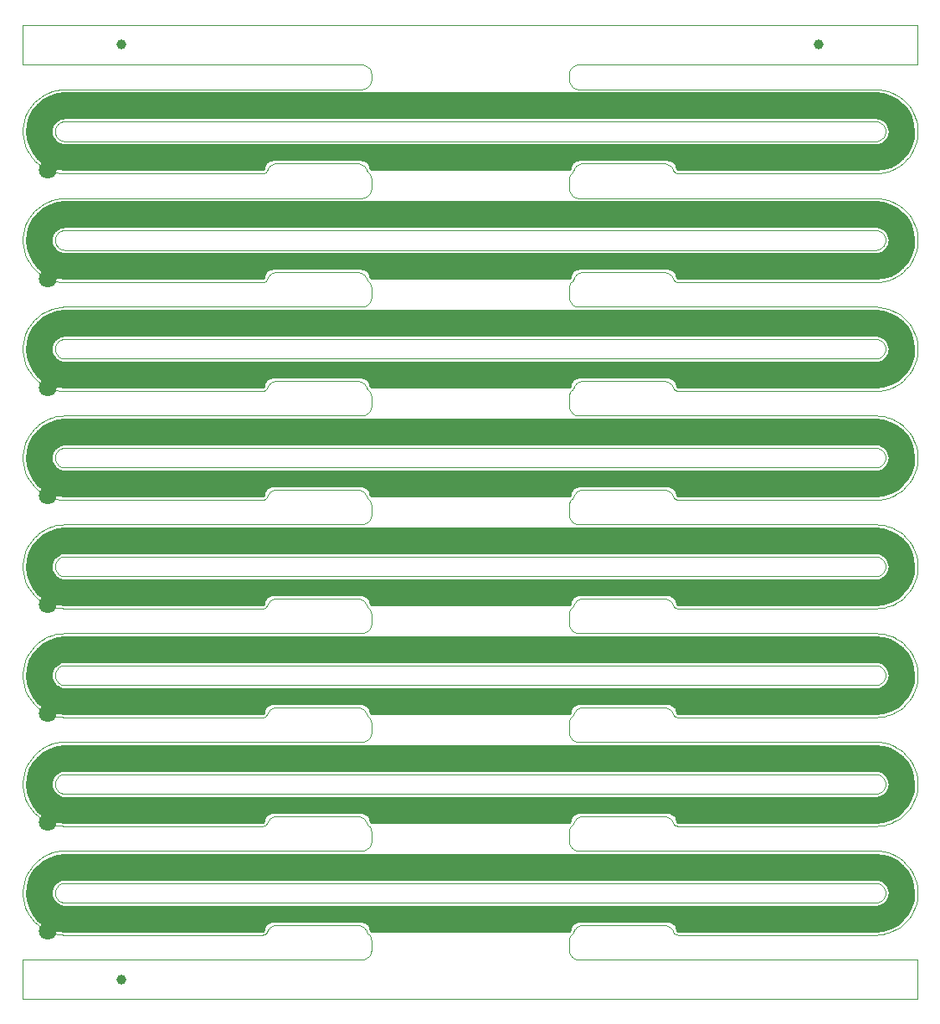
<source format=gbr>
G04 #@! TF.GenerationSoftware,KiCad,Pcbnew,5.1.5+dfsg1-2build2*
G04 #@! TF.CreationDate,2021-10-10T04:01:27+00:00*
G04 #@! TF.ProjectId,bobbin_bottom_4.0,626f6262-696e-45f6-926f-74746f6d5f34,rev?*
G04 #@! TF.SameCoordinates,Original*
G04 #@! TF.FileFunction,Copper,L2,Bot*
G04 #@! TF.FilePolarity,Positive*
%FSLAX46Y46*%
G04 Gerber Fmt 4.6, Leading zero omitted, Abs format (unit mm)*
G04 Created by KiCad (PCBNEW 5.1.5+dfsg1-2build2) date 2021-10-10 04:01:27*
%MOMM*%
%LPD*%
G04 APERTURE LIST*
G04 #@! TA.AperFunction,Profile*
%ADD10C,0.100000*%
G04 #@! TD*
G04 #@! TA.AperFunction,BGAPad,CuDef*
%ADD11C,1.000000*%
G04 #@! TD*
G04 #@! TA.AperFunction,SMDPad,CuDef*
%ADD12R,10.000000X2.000000*%
G04 #@! TD*
G04 #@! TA.AperFunction,ComponentPad*
%ADD13C,1.800000*%
G04 #@! TD*
G04 #@! TA.AperFunction,ViaPad*
%ADD14C,0.800000*%
G04 #@! TD*
G04 #@! TA.AperFunction,Conductor*
%ADD15C,0.250000*%
G04 #@! TD*
G04 #@! TA.AperFunction,Conductor*
%ADD16C,0.254000*%
G04 #@! TD*
G04 APERTURE END LIST*
D10*
X136499900Y-77215900D02*
X136401100Y-77236200D01*
X136596400Y-77185700D02*
X136499900Y-77215900D01*
X136689300Y-77145900D02*
X136596400Y-77185700D01*
X136777600Y-77096800D02*
X136689300Y-77145900D01*
X136860600Y-77039100D02*
X136777600Y-77096800D01*
X136937300Y-76973300D02*
X136860600Y-77039100D01*
X137007100Y-76899800D02*
X136937300Y-76973300D01*
X137069000Y-76819900D02*
X137007100Y-76899800D01*
X137122400Y-76734100D02*
X137069000Y-76819900D01*
X137166900Y-76643400D02*
X137122400Y-76734100D01*
X137202000Y-76548600D02*
X137166900Y-76643400D01*
X137227300Y-76450700D02*
X137202000Y-76548600D01*
X137242600Y-76350800D02*
X137227300Y-76450700D01*
X137247700Y-76249900D02*
X137242600Y-76350800D01*
X137242600Y-76149200D02*
X137247700Y-76249900D01*
X137227300Y-76049300D02*
X137242600Y-76149200D01*
X137202000Y-75951500D02*
X137227300Y-76049300D01*
X137166900Y-75856700D02*
X137202000Y-75951500D01*
X137122400Y-75766000D02*
X137166900Y-75856700D01*
X137069000Y-75680200D02*
X137122400Y-75766000D01*
X137007100Y-75600300D02*
X137069000Y-75680200D01*
X136937300Y-75526800D02*
X137007100Y-75600300D01*
X136860600Y-75461000D02*
X136937300Y-75526800D01*
X136777600Y-75403300D02*
X136860600Y-75461000D01*
X136689300Y-75354200D02*
X136777600Y-75403300D01*
X136596600Y-75314500D02*
X136689300Y-75354200D01*
X136500200Y-75284200D02*
X136596600Y-75314500D01*
X136401200Y-75263800D02*
X136500200Y-75284200D01*
X136300700Y-75253600D02*
X136401200Y-75263800D01*
X136224800Y-75251000D02*
X136300700Y-75253600D01*
X54275400Y-75251000D02*
X136224800Y-75251000D01*
X54199100Y-75253600D02*
X54275400Y-75251000D01*
X54098800Y-75263800D02*
X54199100Y-75253600D01*
X53999800Y-75284200D02*
X54098800Y-75263800D01*
X53903400Y-75314500D02*
X53999800Y-75284200D01*
X53810500Y-75354300D02*
X53903400Y-75314500D01*
X53722100Y-75403400D02*
X53810500Y-75354300D01*
X53639200Y-75461200D02*
X53722100Y-75403400D01*
X53562500Y-75527000D02*
X53639200Y-75461200D01*
X53492900Y-75600300D02*
X53562500Y-75527000D01*
X53431000Y-75680200D02*
X53492900Y-75600300D01*
X53377600Y-75766000D02*
X53431000Y-75680200D01*
X53333100Y-75856700D02*
X53377600Y-75766000D01*
X53298100Y-75951200D02*
X53333100Y-75856700D01*
X53272700Y-76049100D02*
X53298100Y-75951200D01*
X53257400Y-76149000D02*
X53272700Y-76049100D01*
X53252300Y-76249900D02*
X53257400Y-76149000D01*
X53257400Y-76350800D02*
X53252300Y-76249900D01*
X53272700Y-76450700D02*
X53257400Y-76350800D01*
X53298000Y-76548600D02*
X53272700Y-76450700D01*
X53333100Y-76643400D02*
X53298000Y-76548600D01*
X53377600Y-76734100D02*
X53333100Y-76643400D01*
X53431000Y-76819900D02*
X53377600Y-76734100D01*
X53492900Y-76899800D02*
X53431000Y-76819900D01*
X53562500Y-76973100D02*
X53492900Y-76899800D01*
X53639200Y-77038900D02*
X53562500Y-76973100D01*
X53722100Y-77096700D02*
X53639200Y-77038900D01*
X53810500Y-77145700D02*
X53722100Y-77096700D01*
X53903400Y-77185600D02*
X53810500Y-77145700D01*
X53999800Y-77215900D02*
X53903400Y-77185600D01*
X54098800Y-77236200D02*
X53999800Y-77215900D01*
X54199300Y-77246500D02*
X54098800Y-77236200D01*
X54275200Y-77249000D02*
X54199300Y-77246500D01*
X136224900Y-77249000D02*
X54275200Y-77249000D01*
X136300500Y-77246500D02*
X136224900Y-77249000D01*
X136401100Y-77236200D02*
X136300500Y-77246500D01*
X136499900Y-132216000D02*
X136401100Y-132236300D01*
X136596400Y-132185800D02*
X136499900Y-132216000D01*
X136689300Y-132145900D02*
X136596400Y-132185800D01*
X136777600Y-132096900D02*
X136689300Y-132145900D01*
X136860600Y-132039200D02*
X136777600Y-132096900D01*
X136937300Y-131973400D02*
X136860600Y-132039200D01*
X137007100Y-131899900D02*
X136937300Y-131973400D01*
X137069000Y-131820000D02*
X137007100Y-131899900D01*
X137122400Y-131734200D02*
X137069000Y-131820000D01*
X137166900Y-131643500D02*
X137122400Y-131734200D01*
X137202000Y-131548700D02*
X137166900Y-131643500D01*
X137227300Y-131450800D02*
X137202000Y-131548700D01*
X137242600Y-131350900D02*
X137227300Y-131450800D01*
X137247700Y-131250000D02*
X137242600Y-131350900D01*
X137242600Y-131149300D02*
X137247700Y-131250000D01*
X137227300Y-131049400D02*
X137242600Y-131149300D01*
X137202000Y-130951600D02*
X137227300Y-131049400D01*
X137166900Y-130856800D02*
X137202000Y-130951600D01*
X137122400Y-130766100D02*
X137166900Y-130856800D01*
X137069000Y-130680300D02*
X137122400Y-130766100D01*
X137007100Y-130600300D02*
X137069000Y-130680300D01*
X136937300Y-130526900D02*
X137007100Y-130600300D01*
X136860600Y-130461100D02*
X136937300Y-130526900D01*
X136777600Y-130403300D02*
X136860600Y-130461100D01*
X136689300Y-130354300D02*
X136777600Y-130403300D01*
X136596600Y-130314600D02*
X136689300Y-130354300D01*
X136500200Y-130284300D02*
X136596600Y-130314600D01*
X136401200Y-130263900D02*
X136500200Y-130284300D01*
X136300700Y-130253700D02*
X136401200Y-130263900D01*
X136224800Y-130251100D02*
X136300700Y-130253700D01*
X54275400Y-130251100D02*
X136224800Y-130251100D01*
X54199200Y-130253700D02*
X54275400Y-130251100D01*
X54098800Y-130263900D02*
X54199200Y-130253700D01*
X53999800Y-130284300D02*
X54098800Y-130263900D01*
X53903400Y-130314600D02*
X53999800Y-130284300D01*
X53810500Y-130354400D02*
X53903400Y-130314600D01*
X53722100Y-130403500D02*
X53810500Y-130354400D01*
X53639200Y-130461200D02*
X53722100Y-130403500D01*
X53562500Y-130527100D02*
X53639200Y-130461200D01*
X53492900Y-130600300D02*
X53562500Y-130527100D01*
X53431000Y-130680300D02*
X53492900Y-130600300D01*
X53377600Y-130766100D02*
X53431000Y-130680300D01*
X53333100Y-130856800D02*
X53377600Y-130766100D01*
X53298100Y-130951300D02*
X53333100Y-130856800D01*
X53272700Y-131049200D02*
X53298100Y-130951300D01*
X53257400Y-131149100D02*
X53272700Y-131049200D01*
X53252300Y-131250000D02*
X53257400Y-131149100D01*
X53257400Y-131350900D02*
X53252300Y-131250000D01*
X53272700Y-131450800D02*
X53257400Y-131350900D01*
X53298000Y-131548700D02*
X53272700Y-131450800D01*
X53333100Y-131643500D02*
X53298000Y-131548700D01*
X53377600Y-131734200D02*
X53333100Y-131643500D01*
X53431000Y-131820000D02*
X53377600Y-131734200D01*
X53492900Y-131899900D02*
X53431000Y-131820000D01*
X53562500Y-131973200D02*
X53492900Y-131899900D01*
X53639200Y-132039000D02*
X53562500Y-131973200D01*
X53722100Y-132096800D02*
X53639200Y-132039000D01*
X53810500Y-132145800D02*
X53722100Y-132096800D01*
X53903400Y-132185700D02*
X53810500Y-132145800D01*
X53999800Y-132216000D02*
X53903400Y-132185700D01*
X54098800Y-132236300D02*
X53999800Y-132216000D01*
X54199300Y-132246600D02*
X54098800Y-132236300D01*
X54275200Y-132249100D02*
X54199300Y-132246600D01*
X136224900Y-132249100D02*
X54275200Y-132249100D01*
X136300500Y-132246500D02*
X136224900Y-132249100D01*
X136401100Y-132236300D02*
X136300500Y-132246500D01*
X136499900Y-66215900D02*
X136401000Y-66236200D01*
X136596400Y-66185700D02*
X136499900Y-66215900D01*
X136689300Y-66145800D02*
X136596400Y-66185700D01*
X136777600Y-66096800D02*
X136689300Y-66145800D01*
X136860600Y-66039100D02*
X136777600Y-66096800D01*
X136937300Y-65973300D02*
X136860600Y-66039100D01*
X137007100Y-65899800D02*
X136937300Y-65973300D01*
X137068800Y-65820100D02*
X137007100Y-65899800D01*
X137122300Y-65734300D02*
X137068800Y-65820100D01*
X137166800Y-65643600D02*
X137122300Y-65734300D01*
X137201900Y-65548800D02*
X137166800Y-65643600D01*
X137227300Y-65451000D02*
X137201900Y-65548800D01*
X137242600Y-65351100D02*
X137227300Y-65451000D01*
X137247700Y-65250200D02*
X137242600Y-65351100D01*
X137242600Y-65149200D02*
X137247700Y-65250200D01*
X137227300Y-65049300D02*
X137242600Y-65149200D01*
X137202000Y-64951500D02*
X137227300Y-65049300D01*
X137166800Y-64856400D02*
X137202000Y-64951500D01*
X137122300Y-64765700D02*
X137166800Y-64856400D01*
X137068800Y-64679900D02*
X137122300Y-64765700D01*
X137006900Y-64600000D02*
X137068800Y-64679900D01*
X136937300Y-64526800D02*
X137006900Y-64600000D01*
X136860600Y-64461000D02*
X136937300Y-64526800D01*
X136777600Y-64403200D02*
X136860600Y-64461000D01*
X136689500Y-64354300D02*
X136777600Y-64403200D01*
X136596600Y-64314500D02*
X136689500Y-64354300D01*
X136500200Y-64284200D02*
X136596600Y-64314500D01*
X136401200Y-64263800D02*
X136500200Y-64284200D01*
X136300700Y-64253600D02*
X136401200Y-64263800D01*
X136224800Y-64251000D02*
X136300700Y-64253600D01*
X54275300Y-64251000D02*
X136224800Y-64251000D01*
X54199200Y-64253600D02*
X54275300Y-64251000D01*
X54098800Y-64263800D02*
X54199200Y-64253600D01*
X53999800Y-64284200D02*
X54098800Y-64263800D01*
X53903400Y-64314500D02*
X53999800Y-64284200D01*
X53810500Y-64354300D02*
X53903400Y-64314500D01*
X53722100Y-64403400D02*
X53810500Y-64354300D01*
X53639200Y-64461100D02*
X53722100Y-64403400D01*
X53562500Y-64527000D02*
X53639200Y-64461100D01*
X53492900Y-64600200D02*
X53562500Y-64527000D01*
X53431000Y-64680200D02*
X53492900Y-64600200D01*
X53377600Y-64765900D02*
X53431000Y-64680200D01*
X53333100Y-64856700D02*
X53377600Y-64765900D01*
X53298000Y-64951500D02*
X53333100Y-64856700D01*
X53272700Y-65049000D02*
X53298000Y-64951500D01*
X53257400Y-65148900D02*
X53272700Y-65049000D01*
X53252300Y-65249900D02*
X53257400Y-65148900D01*
X53257400Y-65350800D02*
X53252300Y-65249900D01*
X53272700Y-65450700D02*
X53257400Y-65350800D01*
X53298000Y-65548600D02*
X53272700Y-65450700D01*
X53333100Y-65643300D02*
X53298000Y-65548600D01*
X53377600Y-65734100D02*
X53333100Y-65643300D01*
X53431000Y-65819900D02*
X53377600Y-65734100D01*
X53492900Y-65899800D02*
X53431000Y-65819900D01*
X53562500Y-65973100D02*
X53492900Y-65899800D01*
X53639200Y-66038900D02*
X53562500Y-65973100D01*
X53722100Y-66096700D02*
X53639200Y-66038900D01*
X53810500Y-66145700D02*
X53722100Y-66096700D01*
X53903400Y-66185600D02*
X53810500Y-66145700D01*
X53999800Y-66215900D02*
X53903400Y-66185600D01*
X54098800Y-66236200D02*
X53999800Y-66215900D01*
X54199300Y-66246400D02*
X54098800Y-66236200D01*
X54275200Y-66249000D02*
X54199300Y-66246400D01*
X136224900Y-66249000D02*
X54275200Y-66249000D01*
X136300600Y-66246400D02*
X136224900Y-66249000D01*
X136401000Y-66236200D02*
X136300600Y-66246400D01*
X136499900Y-121216000D02*
X136401000Y-121236300D01*
X136596400Y-121185800D02*
X136499900Y-121216000D01*
X136689300Y-121145900D02*
X136596400Y-121185800D01*
X136777600Y-121096900D02*
X136689300Y-121145900D01*
X136860600Y-121039200D02*
X136777600Y-121096900D01*
X136937300Y-120973300D02*
X136860600Y-121039200D01*
X137007100Y-120899900D02*
X136937300Y-120973300D01*
X137069000Y-120820000D02*
X137007100Y-120899900D01*
X137122400Y-120734200D02*
X137069000Y-120820000D01*
X137166900Y-120643400D02*
X137122400Y-120734200D01*
X137202000Y-120548700D02*
X137166900Y-120643400D01*
X137227300Y-120450800D02*
X137202000Y-120548700D01*
X137242600Y-120350900D02*
X137227300Y-120450800D01*
X137247700Y-120250000D02*
X137242600Y-120350900D01*
X137242600Y-120149300D02*
X137247700Y-120250000D01*
X137227300Y-120049400D02*
X137242600Y-120149300D01*
X137202000Y-119951600D02*
X137227300Y-120049400D01*
X137166900Y-119856800D02*
X137202000Y-119951600D01*
X137122400Y-119766000D02*
X137166900Y-119856800D01*
X137069000Y-119680300D02*
X137122400Y-119766000D01*
X137007100Y-119600300D02*
X137069000Y-119680300D01*
X136937300Y-119526900D02*
X137007100Y-119600300D01*
X136860600Y-119461100D02*
X136937300Y-119526900D01*
X136777600Y-119403300D02*
X136860600Y-119461100D01*
X136689300Y-119354300D02*
X136777600Y-119403300D01*
X136596600Y-119314500D02*
X136689300Y-119354300D01*
X136500200Y-119284300D02*
X136596600Y-119314500D01*
X136401200Y-119263900D02*
X136500200Y-119284300D01*
X136300700Y-119253700D02*
X136401200Y-119263900D01*
X136224800Y-119251100D02*
X136300700Y-119253700D01*
X54275300Y-119251100D02*
X136224800Y-119251100D01*
X54199300Y-119253700D02*
X54275300Y-119251100D01*
X54098800Y-119263900D02*
X54199300Y-119253700D01*
X53999800Y-119284300D02*
X54098800Y-119263900D01*
X53903400Y-119314500D02*
X53999800Y-119284300D01*
X53810500Y-119354400D02*
X53903400Y-119314500D01*
X53722100Y-119403500D02*
X53810500Y-119354400D01*
X53639200Y-119461200D02*
X53722100Y-119403500D01*
X53562500Y-119527100D02*
X53639200Y-119461200D01*
X53492900Y-119600300D02*
X53562500Y-119527100D01*
X53431000Y-119680300D02*
X53492900Y-119600300D01*
X53377600Y-119766000D02*
X53431000Y-119680300D01*
X53333100Y-119856800D02*
X53377600Y-119766000D01*
X53298100Y-119951300D02*
X53333100Y-119856800D01*
X53272700Y-120049100D02*
X53298100Y-119951300D01*
X53257400Y-120149000D02*
X53272700Y-120049100D01*
X53252300Y-120250000D02*
X53257400Y-120149000D01*
X53257400Y-120350900D02*
X53252300Y-120250000D01*
X53272700Y-120450800D02*
X53257400Y-120350900D01*
X53298000Y-120548700D02*
X53272700Y-120450800D01*
X53333100Y-120643400D02*
X53298000Y-120548700D01*
X53377600Y-120734200D02*
X53333100Y-120643400D01*
X53431000Y-120820000D02*
X53377600Y-120734200D01*
X53492900Y-120899900D02*
X53431000Y-120820000D01*
X53562500Y-120973200D02*
X53492900Y-120899900D01*
X53639200Y-121039000D02*
X53562500Y-120973200D01*
X53722100Y-121096700D02*
X53639200Y-121039000D01*
X53810500Y-121145800D02*
X53722100Y-121096700D01*
X53903400Y-121185700D02*
X53810500Y-121145800D01*
X53999800Y-121215900D02*
X53903400Y-121185700D01*
X54098800Y-121236300D02*
X53999800Y-121215900D01*
X54199300Y-121246500D02*
X54098800Y-121236300D01*
X54275200Y-121249100D02*
X54199300Y-121246500D01*
X136224800Y-121249100D02*
X54275200Y-121249100D01*
X136300600Y-121246500D02*
X136224800Y-121249100D01*
X136401000Y-121236300D02*
X136300600Y-121246500D01*
X136499900Y-55215900D02*
X136401000Y-55236200D01*
X136596400Y-55185700D02*
X136499900Y-55215900D01*
X136689300Y-55145800D02*
X136596400Y-55185700D01*
X136777600Y-55096800D02*
X136689300Y-55145800D01*
X136860600Y-55039100D02*
X136777600Y-55096800D01*
X136937300Y-54973200D02*
X136860600Y-55039100D01*
X137007100Y-54899800D02*
X136937300Y-54973200D01*
X137068800Y-54820100D02*
X137007100Y-54899800D01*
X137122300Y-54734300D02*
X137068800Y-54820100D01*
X137166800Y-54643600D02*
X137122300Y-54734300D01*
X137201900Y-54548800D02*
X137166800Y-54643600D01*
X137227300Y-54451000D02*
X137201900Y-54548800D01*
X137242600Y-54351100D02*
X137227300Y-54451000D01*
X137247700Y-54250100D02*
X137242600Y-54351100D01*
X137242600Y-54149200D02*
X137247700Y-54250100D01*
X137227300Y-54049300D02*
X137242600Y-54149200D01*
X137202000Y-53951500D02*
X137227300Y-54049300D01*
X137166800Y-53856400D02*
X137202000Y-53951500D01*
X137122300Y-53765700D02*
X137166800Y-53856400D01*
X137068800Y-53679900D02*
X137122300Y-53765700D01*
X137006900Y-53600000D02*
X137068800Y-53679900D01*
X136937300Y-53526800D02*
X137006900Y-53600000D01*
X136860600Y-53460900D02*
X136937300Y-53526800D01*
X136777600Y-53403200D02*
X136860600Y-53460900D01*
X136689500Y-53354300D02*
X136777600Y-53403200D01*
X136596600Y-53314400D02*
X136689500Y-53354300D01*
X136500200Y-53284200D02*
X136596600Y-53314400D01*
X136401200Y-53263800D02*
X136500200Y-53284200D01*
X136300700Y-53253600D02*
X136401200Y-53263800D01*
X136224800Y-53251000D02*
X136300700Y-53253600D01*
X54275200Y-53251000D02*
X136224800Y-53251000D01*
X54199300Y-53253600D02*
X54275200Y-53251000D01*
X54098800Y-53263800D02*
X54199300Y-53253600D01*
X53999800Y-53284200D02*
X54098800Y-53263800D01*
X53903400Y-53314400D02*
X53999800Y-53284200D01*
X53810500Y-53354300D02*
X53903400Y-53314400D01*
X53722100Y-53403400D02*
X53810500Y-53354300D01*
X53639200Y-53461100D02*
X53722100Y-53403400D01*
X53562500Y-53527000D02*
X53639200Y-53461100D01*
X53492900Y-53600200D02*
X53562500Y-53527000D01*
X53431000Y-53680200D02*
X53492900Y-53600200D01*
X53377600Y-53765900D02*
X53431000Y-53680200D01*
X53333100Y-53856700D02*
X53377600Y-53765900D01*
X53298000Y-53951500D02*
X53333100Y-53856700D01*
X53272700Y-54049000D02*
X53298000Y-53951500D01*
X53257400Y-54148900D02*
X53272700Y-54049000D01*
X53252300Y-54249900D02*
X53257400Y-54148900D01*
X53257400Y-54350800D02*
X53252300Y-54249900D01*
X53272700Y-54450700D02*
X53257400Y-54350800D01*
X53298000Y-54548500D02*
X53272700Y-54450700D01*
X53333100Y-54643300D02*
X53298000Y-54548500D01*
X53377600Y-54734100D02*
X53333100Y-54643300D01*
X53431000Y-54819900D02*
X53377600Y-54734100D01*
X53492900Y-54899800D02*
X53431000Y-54819900D01*
X53562500Y-54973000D02*
X53492900Y-54899800D01*
X53639200Y-55038900D02*
X53562500Y-54973000D01*
X53722100Y-55096600D02*
X53639200Y-55038900D01*
X53810500Y-55145700D02*
X53722100Y-55096600D01*
X53903400Y-55185600D02*
X53810500Y-55145700D01*
X53999800Y-55215800D02*
X53903400Y-55185600D01*
X54098800Y-55236200D02*
X53999800Y-55215800D01*
X54199300Y-55246400D02*
X54098800Y-55236200D01*
X54275200Y-55249000D02*
X54199300Y-55246400D01*
X136224800Y-55249000D02*
X54275200Y-55249000D01*
X136300700Y-55246400D02*
X136224800Y-55249000D01*
X136401000Y-55236200D02*
X136300700Y-55246400D01*
X136500200Y-110215900D02*
X136400900Y-110236300D01*
X136596600Y-110185700D02*
X136500200Y-110215900D01*
X136689500Y-110145800D02*
X136596600Y-110185700D01*
X136777900Y-110096700D02*
X136689500Y-110145800D01*
X136860800Y-110039000D02*
X136777900Y-110096700D01*
X136937500Y-109973100D02*
X136860800Y-110039000D01*
X137007100Y-109899900D02*
X136937500Y-109973100D01*
X137069000Y-109819900D02*
X137007100Y-109899900D01*
X137122400Y-109734200D02*
X137069000Y-109819900D01*
X137166900Y-109643400D02*
X137122400Y-109734200D01*
X137202000Y-109548600D02*
X137166900Y-109643400D01*
X137227300Y-109450800D02*
X137202000Y-109548600D01*
X137242600Y-109350900D02*
X137227300Y-109450800D01*
X137247700Y-109250000D02*
X137242600Y-109350900D01*
X137242600Y-109149300D02*
X137247700Y-109250000D01*
X137227300Y-109049400D02*
X137242600Y-109149300D01*
X137202000Y-108951500D02*
X137227300Y-109049400D01*
X137166900Y-108856800D02*
X137202000Y-108951500D01*
X137122400Y-108766000D02*
X137166900Y-108856800D01*
X137069000Y-108680200D02*
X137122400Y-108766000D01*
X137007100Y-108600300D02*
X137069000Y-108680200D01*
X136937300Y-108526900D02*
X137007100Y-108600300D01*
X136860600Y-108461000D02*
X136937300Y-108526900D01*
X136777600Y-108403300D02*
X136860600Y-108461000D01*
X136689300Y-108354300D02*
X136777600Y-108403300D01*
X136596600Y-108314500D02*
X136689300Y-108354300D01*
X136500200Y-108284300D02*
X136596600Y-108314500D01*
X136401200Y-108263900D02*
X136500200Y-108284300D01*
X136300700Y-108253700D02*
X136401200Y-108263900D01*
X136224800Y-108251100D02*
X136300700Y-108253700D01*
X54275200Y-108251100D02*
X136224800Y-108251100D01*
X54199400Y-108253700D02*
X54275200Y-108251100D01*
X54098800Y-108263900D02*
X54199400Y-108253700D01*
X53999800Y-108284300D02*
X54098800Y-108263900D01*
X53903400Y-108314500D02*
X53999800Y-108284300D01*
X53810500Y-108354400D02*
X53903400Y-108314500D01*
X53722100Y-108403500D02*
X53810500Y-108354400D01*
X53639200Y-108461200D02*
X53722100Y-108403500D01*
X53562500Y-108527000D02*
X53639200Y-108461200D01*
X53492900Y-108600300D02*
X53562500Y-108527000D01*
X53431000Y-108680200D02*
X53492900Y-108600300D01*
X53377600Y-108766000D02*
X53431000Y-108680200D01*
X53333100Y-108856800D02*
X53377600Y-108766000D01*
X53298100Y-108951300D02*
X53333100Y-108856800D01*
X53272700Y-109049100D02*
X53298100Y-108951300D01*
X53257400Y-109149000D02*
X53272700Y-109049100D01*
X53252300Y-109250000D02*
X53257400Y-109149000D01*
X53257400Y-109350900D02*
X53252300Y-109250000D01*
X53272700Y-109450800D02*
X53257400Y-109350900D01*
X53298000Y-109548600D02*
X53272700Y-109450800D01*
X53333100Y-109643400D02*
X53298000Y-109548600D01*
X53377600Y-109734200D02*
X53333100Y-109643400D01*
X53431000Y-109819900D02*
X53377600Y-109734200D01*
X53492900Y-109899900D02*
X53431000Y-109819900D01*
X53562500Y-109973100D02*
X53492900Y-109899900D01*
X53639200Y-110039000D02*
X53562500Y-109973100D01*
X53722100Y-110096700D02*
X53639200Y-110039000D01*
X53810500Y-110145800D02*
X53722100Y-110096700D01*
X53903400Y-110185700D02*
X53810500Y-110145800D01*
X53999800Y-110215900D02*
X53903400Y-110185700D01*
X54098800Y-110236300D02*
X53999800Y-110215900D01*
X54199300Y-110246500D02*
X54098800Y-110236300D01*
X54275200Y-110249100D02*
X54199300Y-110246500D01*
X136224700Y-110249100D02*
X54275200Y-110249100D01*
X136300700Y-110246500D02*
X136224700Y-110249100D01*
X136400900Y-110236300D02*
X136300700Y-110246500D01*
X136500200Y-99215900D02*
X136400800Y-99236300D01*
X136596600Y-99185600D02*
X136500200Y-99215900D01*
X136689500Y-99145800D02*
X136596600Y-99185600D01*
X136777900Y-99096700D02*
X136689500Y-99145800D01*
X136860800Y-99039000D02*
X136777900Y-99096700D01*
X136937500Y-98973100D02*
X136860800Y-99039000D01*
X137007100Y-98899900D02*
X136937500Y-98973100D01*
X137069000Y-98819900D02*
X137007100Y-98899900D01*
X137122400Y-98734100D02*
X137069000Y-98819900D01*
X137166900Y-98643400D02*
X137122400Y-98734100D01*
X137202000Y-98548600D02*
X137166900Y-98643400D01*
X137227300Y-98450800D02*
X137202000Y-98548600D01*
X137242600Y-98350900D02*
X137227300Y-98450800D01*
X137247700Y-98249900D02*
X137242600Y-98350900D01*
X137242600Y-98149300D02*
X137247700Y-98249900D01*
X137227300Y-98049400D02*
X137242600Y-98149300D01*
X137202000Y-97951500D02*
X137227300Y-98049400D01*
X137166900Y-97856700D02*
X137202000Y-97951500D01*
X137122400Y-97766000D02*
X137166900Y-97856700D01*
X137069000Y-97680200D02*
X137122400Y-97766000D01*
X137007100Y-97600300D02*
X137069000Y-97680200D01*
X136937300Y-97526800D02*
X137007100Y-97600300D01*
X136860600Y-97461000D02*
X136937300Y-97526800D01*
X136777600Y-97403300D02*
X136860600Y-97461000D01*
X136689300Y-97354300D02*
X136777600Y-97403300D01*
X136596600Y-97314500D02*
X136689300Y-97354300D01*
X136500200Y-97284200D02*
X136596600Y-97314500D01*
X136401200Y-97263900D02*
X136500200Y-97284200D01*
X136300700Y-97253600D02*
X136401200Y-97263900D01*
X136224800Y-97251100D02*
X136300700Y-97253600D01*
X54275100Y-97251100D02*
X136224800Y-97251100D01*
X54199500Y-97253700D02*
X54275100Y-97251100D01*
X54098800Y-97263900D02*
X54199500Y-97253700D01*
X53999800Y-97284200D02*
X54098800Y-97263900D01*
X53903400Y-97314500D02*
X53999800Y-97284200D01*
X53810500Y-97354400D02*
X53903400Y-97314500D01*
X53722100Y-97403400D02*
X53810500Y-97354400D01*
X53639200Y-97461200D02*
X53722100Y-97403400D01*
X53562500Y-97527000D02*
X53639200Y-97461200D01*
X53492900Y-97600300D02*
X53562500Y-97527000D01*
X53431000Y-97680200D02*
X53492900Y-97600300D01*
X53377600Y-97766000D02*
X53431000Y-97680200D01*
X53333100Y-97856700D02*
X53377600Y-97766000D01*
X53298100Y-97951300D02*
X53333100Y-97856700D01*
X53272700Y-98049100D02*
X53298100Y-97951300D01*
X53257400Y-98149000D02*
X53272700Y-98049100D01*
X53252300Y-98249900D02*
X53257400Y-98149000D01*
X53257400Y-98350900D02*
X53252300Y-98249900D01*
X53272700Y-98450800D02*
X53257400Y-98350900D01*
X53298000Y-98548600D02*
X53272700Y-98450800D01*
X53333100Y-98643400D02*
X53298000Y-98548600D01*
X53377600Y-98734100D02*
X53333100Y-98643400D01*
X53431000Y-98819900D02*
X53377600Y-98734100D01*
X53492900Y-98899900D02*
X53431000Y-98819900D01*
X53562500Y-98973100D02*
X53492900Y-98899900D01*
X53639200Y-99039000D02*
X53562500Y-98973100D01*
X53722100Y-99096700D02*
X53639200Y-99039000D01*
X53810500Y-99145800D02*
X53722100Y-99096700D01*
X53903400Y-99185600D02*
X53810500Y-99145800D01*
X53999800Y-99215900D02*
X53903400Y-99185600D01*
X54098800Y-99236300D02*
X53999800Y-99215900D01*
X54199300Y-99246500D02*
X54098800Y-99236300D01*
X54275200Y-99249100D02*
X54199300Y-99246500D01*
X136224600Y-99249100D02*
X54275200Y-99249100D01*
X136300800Y-99246500D02*
X136224600Y-99249100D01*
X136400800Y-99236300D02*
X136300800Y-99246500D01*
X136500200Y-88215900D02*
X136400700Y-88236300D01*
X136596600Y-88185600D02*
X136500200Y-88215900D01*
X136689500Y-88145700D02*
X136596600Y-88185600D01*
X136777900Y-88096700D02*
X136689500Y-88145700D01*
X136860800Y-88038900D02*
X136777900Y-88096700D01*
X136937500Y-87973100D02*
X136860800Y-88038900D01*
X137007100Y-87899800D02*
X136937500Y-87973100D01*
X137069000Y-87819900D02*
X137007100Y-87899800D01*
X137122400Y-87734100D02*
X137069000Y-87819900D01*
X137166900Y-87643400D02*
X137122400Y-87734100D01*
X137202000Y-87548600D02*
X137166900Y-87643400D01*
X137227300Y-87450800D02*
X137202000Y-87548600D01*
X137242600Y-87350900D02*
X137227300Y-87450800D01*
X137247700Y-87249900D02*
X137242600Y-87350900D01*
X137242600Y-87149300D02*
X137247700Y-87249900D01*
X137227300Y-87049400D02*
X137242600Y-87149300D01*
X137202000Y-86951500D02*
X137227300Y-87049400D01*
X137166900Y-86856700D02*
X137202000Y-86951500D01*
X137122400Y-86766000D02*
X137166900Y-86856700D01*
X137069000Y-86680200D02*
X137122400Y-86766000D01*
X137007100Y-86600300D02*
X137069000Y-86680200D01*
X136937300Y-86526800D02*
X137007100Y-86600300D01*
X136860600Y-86461000D02*
X136937300Y-86526800D01*
X136777600Y-86403300D02*
X136860600Y-86461000D01*
X136689300Y-86354200D02*
X136777600Y-86403300D01*
X136596600Y-86314500D02*
X136689300Y-86354200D01*
X136500200Y-86284200D02*
X136596600Y-86314500D01*
X136401200Y-86263900D02*
X136500200Y-86284200D01*
X136300700Y-86253600D02*
X136401200Y-86263900D01*
X136224800Y-86251100D02*
X136300700Y-86253600D01*
X54275000Y-86251100D02*
X136224800Y-86251100D01*
X54199600Y-86253600D02*
X54275000Y-86251100D01*
X54098800Y-86263900D02*
X54199600Y-86253600D01*
X53999800Y-86284200D02*
X54098800Y-86263900D01*
X53903400Y-86314500D02*
X53999800Y-86284200D01*
X53810500Y-86354400D02*
X53903400Y-86314500D01*
X53722100Y-86403400D02*
X53810500Y-86354400D01*
X53639200Y-86461200D02*
X53722100Y-86403400D01*
X53562500Y-86527000D02*
X53639200Y-86461200D01*
X53492900Y-86600300D02*
X53562500Y-86527000D01*
X53431000Y-86680200D02*
X53492900Y-86600300D01*
X53377600Y-86766000D02*
X53431000Y-86680200D01*
X53333100Y-86856700D02*
X53377600Y-86766000D01*
X53298100Y-86951200D02*
X53333100Y-86856700D01*
X53272700Y-87049100D02*
X53298100Y-86951200D01*
X53257400Y-87149000D02*
X53272700Y-87049100D01*
X53252300Y-87249900D02*
X53257400Y-87149000D01*
X53257400Y-87350900D02*
X53252300Y-87249900D01*
X53272700Y-87450800D02*
X53257400Y-87350900D01*
X53298000Y-87548600D02*
X53272700Y-87450800D01*
X53333100Y-87643400D02*
X53298000Y-87548600D01*
X53377600Y-87734100D02*
X53333100Y-87643400D01*
X53431000Y-87819900D02*
X53377600Y-87734100D01*
X53492900Y-87899800D02*
X53431000Y-87819900D01*
X53562500Y-87973100D02*
X53492900Y-87899800D01*
X53639200Y-88038900D02*
X53562500Y-87973100D01*
X53722100Y-88096700D02*
X53639200Y-88038900D01*
X53810500Y-88145700D02*
X53722100Y-88096700D01*
X53903400Y-88185600D02*
X53810500Y-88145700D01*
X53999800Y-88215900D02*
X53903400Y-88185600D01*
X54098800Y-88236200D02*
X53999800Y-88215900D01*
X54199300Y-88246500D02*
X54098800Y-88236200D01*
X54275200Y-88249100D02*
X54199300Y-88246500D01*
X136224500Y-88249100D02*
X54275200Y-88249100D01*
X136300900Y-88246500D02*
X136224500Y-88249100D01*
X136400700Y-88236300D02*
X136300900Y-88246500D01*
X140471000Y-43499000D02*
X50014600Y-43499700D01*
X140486300Y-43499800D02*
X140471000Y-43499000D01*
X140492300Y-43503000D02*
X140486300Y-43499800D01*
X140494800Y-43508200D02*
X140492300Y-43503000D01*
X140495500Y-43523500D02*
X140494800Y-43508200D01*
X140495500Y-47475500D02*
X140495500Y-43523500D01*
X140494300Y-47492700D02*
X140495500Y-47475500D01*
X140491600Y-47496700D02*
X140494300Y-47492700D01*
X140486300Y-47499200D02*
X140491600Y-47496700D01*
X106241200Y-47500000D02*
X140486300Y-47499200D01*
X106144000Y-47504800D02*
X106241200Y-47500000D01*
X106047900Y-47519000D02*
X106144000Y-47504800D01*
X105953600Y-47542600D02*
X106047900Y-47519000D01*
X105862200Y-47575400D02*
X105953600Y-47542600D01*
X105774300Y-47616900D02*
X105862200Y-47575400D01*
X105691000Y-47666900D02*
X105774300Y-47616900D01*
X105613000Y-47724700D02*
X105691000Y-47666900D01*
X105541000Y-47790000D02*
X105613000Y-47724700D01*
X105475700Y-47862000D02*
X105541000Y-47790000D01*
X105417900Y-47940000D02*
X105475700Y-47862000D01*
X105367900Y-48023300D02*
X105417900Y-47940000D01*
X105326400Y-48111100D02*
X105367900Y-48023300D01*
X105293600Y-48202600D02*
X105326400Y-48111100D01*
X105270000Y-48296900D02*
X105293600Y-48202600D01*
X105255800Y-48393000D02*
X105270000Y-48296900D01*
X105251000Y-48490200D02*
X105255800Y-48393000D01*
X105251000Y-49008800D02*
X105251000Y-48490200D01*
X105255800Y-49106000D02*
X105251000Y-49008800D01*
X105270000Y-49202100D02*
X105255800Y-49106000D01*
X105293600Y-49296400D02*
X105270000Y-49202100D01*
X105326400Y-49387900D02*
X105293600Y-49296400D01*
X105367900Y-49475700D02*
X105326400Y-49387900D01*
X105417900Y-49559000D02*
X105367900Y-49475700D01*
X105475700Y-49637000D02*
X105417900Y-49559000D01*
X105541000Y-49709000D02*
X105475700Y-49637000D01*
X105613000Y-49774300D02*
X105541000Y-49709000D01*
X105691000Y-49832100D02*
X105613000Y-49774300D01*
X105774300Y-49882100D02*
X105691000Y-49832100D01*
X105862200Y-49923600D02*
X105774300Y-49882100D01*
X105953600Y-49956400D02*
X105862200Y-49923600D01*
X106047900Y-49980000D02*
X105953600Y-49956400D01*
X106144000Y-49994200D02*
X106047900Y-49980000D01*
X106241200Y-49999000D02*
X106144000Y-49994200D01*
X136243700Y-49999000D02*
X106241200Y-49999000D01*
X136679800Y-50021100D02*
X136243700Y-49999000D01*
X137093100Y-50084100D02*
X136679800Y-50021100D01*
X137118000Y-50089200D02*
X137093100Y-50084100D01*
X137510300Y-50190800D02*
X137118000Y-50089200D01*
X137534500Y-50198400D02*
X137510300Y-50190800D01*
X137926500Y-50343900D02*
X137534500Y-50198400D01*
X138312700Y-50533300D02*
X137926500Y-50343900D01*
X138678100Y-50761100D02*
X138312700Y-50533300D01*
X139008900Y-51016700D02*
X138678100Y-50761100D01*
X139028200Y-51033300D02*
X139008900Y-51016700D01*
X139321900Y-51312400D02*
X139028200Y-51033300D01*
X139339400Y-51330900D02*
X139321900Y-51312400D01*
X139611500Y-51648400D02*
X139339400Y-51330900D01*
X139857200Y-52001400D02*
X139611500Y-51648400D01*
X140066200Y-52377800D02*
X139857200Y-52001400D01*
X140231400Y-52761900D02*
X140066200Y-52377800D01*
X140240200Y-52785700D02*
X140231400Y-52761900D01*
X140361500Y-53172300D02*
X140240200Y-52785700D01*
X140367900Y-53196900D02*
X140361500Y-53172300D01*
X140451700Y-53606600D02*
X140367900Y-53196900D01*
X140494300Y-54022000D02*
X140451700Y-53606600D01*
X140495500Y-54047400D02*
X140494300Y-54022000D01*
X140495200Y-54465600D02*
X140495500Y-54047400D01*
X140451600Y-54893900D02*
X140495200Y-54465600D01*
X140365000Y-55315200D02*
X140451600Y-54893900D01*
X140236200Y-55726100D02*
X140365000Y-55315200D01*
X140066400Y-56121800D02*
X140236200Y-55726100D01*
X139857400Y-56498300D02*
X140066400Y-56121800D01*
X139611500Y-56851700D02*
X139857400Y-56498300D01*
X139339400Y-57169100D02*
X139611500Y-56851700D01*
X139321900Y-57187600D02*
X139339400Y-57169100D01*
X139028200Y-57466700D02*
X139321900Y-57187600D01*
X139008900Y-57483300D02*
X139028200Y-57466700D01*
X138678000Y-57739000D02*
X139008900Y-57483300D01*
X138323800Y-57960100D02*
X138678000Y-57739000D01*
X138301600Y-57972500D02*
X138323800Y-57960100D01*
X137926000Y-58156300D02*
X138301600Y-57972500D01*
X137522700Y-58305700D02*
X137926000Y-58156300D01*
X137105900Y-58413600D02*
X137522700Y-58305700D01*
X136692400Y-58477300D02*
X137105900Y-58413600D01*
X136667400Y-58479800D02*
X136692400Y-58477300D01*
X136243700Y-58501000D02*
X136667400Y-58479800D01*
X116249800Y-58500900D02*
X136243700Y-58501000D01*
X116197400Y-58497900D02*
X116249800Y-58500900D01*
X116146100Y-58489800D02*
X116197400Y-58497900D01*
X116095500Y-58476200D02*
X116146100Y-58489800D01*
X116058300Y-58462300D02*
X116095500Y-58476200D01*
X115999900Y-58433700D02*
X116058300Y-58462300D01*
X115966600Y-58412500D02*
X115999900Y-58433700D01*
X115945300Y-58397000D02*
X115966600Y-58412500D01*
X115905500Y-58363000D02*
X115945300Y-58397000D01*
X115878100Y-58335200D02*
X115905500Y-58363000D01*
X115853000Y-58304700D02*
X115878100Y-58335200D01*
X115816300Y-58250100D02*
X115853000Y-58304700D01*
X115792500Y-58203400D02*
X115816300Y-58250100D01*
X115740500Y-58073800D02*
X115792500Y-58203400D01*
X115697000Y-57990800D02*
X115740500Y-58073800D01*
X115645900Y-57912300D02*
X115697000Y-57990800D01*
X115587700Y-57839000D02*
X115645900Y-57912300D01*
X115522700Y-57771500D02*
X115587700Y-57839000D01*
X115451700Y-57710500D02*
X115522700Y-57771500D01*
X115375200Y-57656400D02*
X115451700Y-57710500D01*
X115293900Y-57609800D02*
X115375200Y-57656400D01*
X115208600Y-57571100D02*
X115293900Y-57609800D01*
X115120000Y-57540700D02*
X115208600Y-57571100D01*
X115029000Y-57518700D02*
X115120000Y-57540700D01*
X114936300Y-57505400D02*
X115029000Y-57518700D01*
X114842500Y-57501000D02*
X114936300Y-57505400D01*
X106657500Y-57501000D02*
X114842500Y-57501000D01*
X106563700Y-57505400D02*
X106657500Y-57501000D01*
X106471000Y-57518700D02*
X106563700Y-57505400D01*
X106380000Y-57540700D02*
X106471000Y-57518700D01*
X106291400Y-57571100D02*
X106380000Y-57540700D01*
X106206100Y-57609800D02*
X106291400Y-57571100D01*
X106124800Y-57656400D02*
X106206100Y-57609800D01*
X106048300Y-57710500D02*
X106124800Y-57656400D01*
X105977300Y-57771500D02*
X106048300Y-57710500D01*
X105912300Y-57839000D02*
X105977300Y-57771500D01*
X105854100Y-57912300D02*
X105912300Y-57839000D01*
X105803000Y-57990800D02*
X105854100Y-57912300D01*
X105759500Y-58073800D02*
X105803000Y-57990800D01*
X105701800Y-58215300D02*
X105759500Y-58073800D01*
X105683700Y-58250100D02*
X105701800Y-58215300D01*
X105662300Y-58283700D02*
X105683700Y-58250100D01*
X105621900Y-58335200D02*
X105662300Y-58283700D01*
X105565200Y-58390300D02*
X105621900Y-58335200D01*
X105494600Y-58463400D02*
X105565200Y-58390300D01*
X105432000Y-58543100D02*
X105494600Y-58463400D01*
X105378000Y-58628700D02*
X105432000Y-58543100D01*
X105332900Y-58719500D02*
X105378000Y-58628700D01*
X105297400Y-58814400D02*
X105332900Y-58719500D01*
X105271700Y-58912400D02*
X105297400Y-58814400D01*
X105256200Y-59012500D02*
X105271700Y-58912400D01*
X105251000Y-59114000D02*
X105256200Y-59012500D01*
X105251000Y-60008800D02*
X105251000Y-59114000D01*
X105255800Y-60106000D02*
X105251000Y-60008800D01*
X105270000Y-60202100D02*
X105255800Y-60106000D01*
X105293600Y-60296400D02*
X105270000Y-60202100D01*
X105326400Y-60387900D02*
X105293600Y-60296400D01*
X105367900Y-60475700D02*
X105326400Y-60387900D01*
X105417900Y-60559000D02*
X105367900Y-60475700D01*
X105475700Y-60637100D02*
X105417900Y-60559000D01*
X105541000Y-60709000D02*
X105475700Y-60637100D01*
X105613000Y-60774300D02*
X105541000Y-60709000D01*
X105691000Y-60832200D02*
X105613000Y-60774300D01*
X105774300Y-60882100D02*
X105691000Y-60832200D01*
X105862200Y-60923600D02*
X105774300Y-60882100D01*
X105953600Y-60956400D02*
X105862200Y-60923600D01*
X106047900Y-60980000D02*
X105953600Y-60956400D01*
X106144000Y-60994200D02*
X106047900Y-60980000D01*
X106241200Y-60999000D02*
X106144000Y-60994200D01*
X136243700Y-60999000D02*
X106241200Y-60999000D01*
X136679800Y-61021100D02*
X136243700Y-60999000D01*
X137105400Y-61086300D02*
X136679800Y-61021100D01*
X137522300Y-61194200D02*
X137105400Y-61086300D01*
X137914500Y-61339100D02*
X137522300Y-61194200D01*
X137937800Y-61349100D02*
X137914500Y-61339100D01*
X138301600Y-61527600D02*
X137937800Y-61349100D01*
X138323800Y-61539900D02*
X138301600Y-61527600D01*
X138678500Y-61761400D02*
X138323800Y-61539900D01*
X139018600Y-62024600D02*
X138678500Y-61761400D01*
X139330700Y-62321300D02*
X139018600Y-62024600D01*
X139603300Y-62638300D02*
X139330700Y-62321300D01*
X139618900Y-62658400D02*
X139603300Y-62638300D01*
X139850300Y-62990900D02*
X139618900Y-62658400D01*
X139863800Y-63012500D02*
X139850300Y-62990900D01*
X140066400Y-63378300D02*
X139863800Y-63012500D01*
X140236000Y-63773500D02*
X140066400Y-63378300D01*
X140364900Y-64184400D02*
X140236000Y-63773500D01*
X140449400Y-64593800D02*
X140364900Y-64184400D01*
X140453300Y-64619000D02*
X140449400Y-64593800D01*
X140494300Y-65022000D02*
X140453300Y-64619000D01*
X140495500Y-65047400D02*
X140494300Y-65022000D01*
X140495200Y-65465600D02*
X140495500Y-65047400D01*
X140451600Y-65894000D02*
X140495200Y-65465600D01*
X140365000Y-66315200D02*
X140451600Y-65894000D01*
X140236200Y-66726100D02*
X140365000Y-66315200D01*
X140066400Y-67121800D02*
X140236200Y-66726100D01*
X139857400Y-67498300D02*
X140066400Y-67121800D01*
X139611500Y-67851700D02*
X139857400Y-67498300D01*
X139339400Y-68169100D02*
X139611500Y-67851700D01*
X139321900Y-68187600D02*
X139339400Y-68169100D01*
X139028200Y-68466700D02*
X139321900Y-68187600D01*
X139008900Y-68483300D02*
X139028200Y-68466700D01*
X138678000Y-68739000D02*
X139008900Y-68483300D01*
X138323800Y-68960100D02*
X138678000Y-68739000D01*
X138301600Y-68972500D02*
X138323800Y-68960100D01*
X137926000Y-69156300D02*
X138301600Y-68972500D01*
X137522700Y-69305700D02*
X137926000Y-69156300D01*
X137105900Y-69413600D02*
X137522700Y-69305700D01*
X136692400Y-69477300D02*
X137105900Y-69413600D01*
X136667400Y-69479900D02*
X136692400Y-69477300D01*
X136243700Y-69501000D02*
X136667400Y-69479900D01*
X116249800Y-69500900D02*
X136243700Y-69501000D01*
X116197400Y-69497900D02*
X116249800Y-69500900D01*
X116146100Y-69489800D02*
X116197400Y-69497900D01*
X116095500Y-69476200D02*
X116146100Y-69489800D01*
X116058300Y-69462300D02*
X116095500Y-69476200D01*
X115999900Y-69433700D02*
X116058300Y-69462300D01*
X115966600Y-69412500D02*
X115999900Y-69433700D01*
X115945300Y-69397100D02*
X115966600Y-69412500D01*
X115905500Y-69363000D02*
X115945300Y-69397100D01*
X115878100Y-69335200D02*
X115905500Y-69363000D01*
X115853000Y-69304700D02*
X115878100Y-69335200D01*
X115816300Y-69250100D02*
X115853000Y-69304700D01*
X115792500Y-69203400D02*
X115816300Y-69250100D01*
X115740500Y-69073800D02*
X115792500Y-69203400D01*
X115697000Y-68990800D02*
X115740500Y-69073800D01*
X115645900Y-68912300D02*
X115697000Y-68990800D01*
X115587700Y-68839000D02*
X115645900Y-68912300D01*
X115522700Y-68771500D02*
X115587700Y-68839000D01*
X115451700Y-68710500D02*
X115522700Y-68771500D01*
X115375200Y-68656400D02*
X115451700Y-68710500D01*
X115293900Y-68609800D02*
X115375200Y-68656400D01*
X115208600Y-68571100D02*
X115293900Y-68609800D01*
X115120000Y-68540700D02*
X115208600Y-68571100D01*
X115029000Y-68518700D02*
X115120000Y-68540700D01*
X114936200Y-68505400D02*
X115029000Y-68518700D01*
X114842400Y-68501000D02*
X114936200Y-68505400D01*
X106657500Y-68501000D02*
X114842400Y-68501000D01*
X106563700Y-68505500D02*
X106657500Y-68501000D01*
X106471000Y-68518700D02*
X106563700Y-68505500D01*
X106380000Y-68540700D02*
X106471000Y-68518700D01*
X106291400Y-68571100D02*
X106380000Y-68540700D01*
X106206100Y-68609800D02*
X106291400Y-68571100D01*
X106124800Y-68656400D02*
X106206100Y-68609800D01*
X106048300Y-68710500D02*
X106124800Y-68656400D01*
X105977300Y-68771500D02*
X106048300Y-68710500D01*
X105912300Y-68839000D02*
X105977300Y-68771500D01*
X105854100Y-68912300D02*
X105912300Y-68839000D01*
X105803000Y-68990900D02*
X105854100Y-68912300D01*
X105759500Y-69073800D02*
X105803000Y-68990900D01*
X105701800Y-69215300D02*
X105759500Y-69073800D01*
X105683400Y-69250600D02*
X105701800Y-69215300D01*
X105655200Y-69294100D02*
X105683400Y-69250600D01*
X105621900Y-69335200D02*
X105655200Y-69294100D01*
X105565200Y-69390300D02*
X105621900Y-69335200D01*
X105494600Y-69463400D02*
X105565200Y-69390300D01*
X105432000Y-69543100D02*
X105494600Y-69463400D01*
X105378000Y-69628800D02*
X105432000Y-69543100D01*
X105332900Y-69719500D02*
X105378000Y-69628800D01*
X105297400Y-69814400D02*
X105332900Y-69719500D01*
X105271700Y-69912400D02*
X105297400Y-69814400D01*
X105256200Y-70012600D02*
X105271700Y-69912400D01*
X105251000Y-70114000D02*
X105256200Y-70012600D01*
X105251000Y-71008800D02*
X105251000Y-70114000D01*
X105255800Y-71106100D02*
X105251000Y-71008800D01*
X105270000Y-71202200D02*
X105255800Y-71106100D01*
X105293600Y-71296400D02*
X105270000Y-71202200D01*
X105326400Y-71387900D02*
X105293600Y-71296400D01*
X105367900Y-71475700D02*
X105326400Y-71387900D01*
X105417900Y-71559000D02*
X105367900Y-71475700D01*
X105475700Y-71637100D02*
X105417900Y-71559000D01*
X105541000Y-71709100D02*
X105475700Y-71637100D01*
X105613000Y-71774300D02*
X105541000Y-71709100D01*
X105691000Y-71832200D02*
X105613000Y-71774300D01*
X105774300Y-71882100D02*
X105691000Y-71832200D01*
X105862200Y-71923700D02*
X105774300Y-71882100D01*
X105953600Y-71956400D02*
X105862200Y-71923700D01*
X106047900Y-71980000D02*
X105953600Y-71956400D01*
X106144000Y-71994200D02*
X106047900Y-71980000D01*
X106241200Y-71999000D02*
X106144000Y-71994200D01*
X136243700Y-71999000D02*
X106241200Y-71999000D01*
X136679800Y-72021100D02*
X136243700Y-71999000D01*
X137105400Y-72086300D02*
X136679800Y-72021100D01*
X137522300Y-72194200D02*
X137105400Y-72086300D01*
X137914500Y-72339100D02*
X137522300Y-72194200D01*
X137937800Y-72349100D02*
X137914500Y-72339100D01*
X138301600Y-72527600D02*
X137937800Y-72349100D01*
X138323800Y-72539900D02*
X138301600Y-72527600D01*
X138678500Y-72761400D02*
X138323800Y-72539900D01*
X139018600Y-73024700D02*
X138678500Y-72761400D01*
X139330700Y-73321300D02*
X139018600Y-73024700D01*
X139603300Y-73638300D02*
X139330700Y-73321300D01*
X139618900Y-73658400D02*
X139603300Y-73638300D01*
X139850300Y-73990900D02*
X139618900Y-73658400D01*
X139863800Y-74012500D02*
X139850300Y-73990900D01*
X140066400Y-74378300D02*
X139863800Y-74012500D01*
X140236000Y-74773500D02*
X140066400Y-74378300D01*
X140364900Y-75184400D02*
X140236000Y-74773500D01*
X140449400Y-75593800D02*
X140364900Y-75184400D01*
X140453300Y-75619000D02*
X140449400Y-75593800D01*
X140494300Y-76022000D02*
X140453300Y-75619000D01*
X140495500Y-76047400D02*
X140494300Y-76022000D01*
X140495200Y-76465600D02*
X140495500Y-76047400D01*
X140451600Y-76894000D02*
X140495200Y-76465600D01*
X140365000Y-77315300D02*
X140451600Y-76894000D01*
X140236200Y-77726100D02*
X140365000Y-77315300D01*
X140066400Y-78121800D02*
X140236200Y-77726100D01*
X139857400Y-78498300D02*
X140066400Y-78121800D01*
X139611500Y-78851700D02*
X139857400Y-78498300D01*
X139339400Y-79169200D02*
X139611500Y-78851700D01*
X139321900Y-79187600D02*
X139339400Y-79169200D01*
X139028200Y-79466700D02*
X139321900Y-79187600D01*
X139008900Y-79483300D02*
X139028200Y-79466700D01*
X138678000Y-79739000D02*
X139008900Y-79483300D01*
X138323800Y-79960100D02*
X138678000Y-79739000D01*
X138301600Y-79972500D02*
X138323800Y-79960100D01*
X137926000Y-80156300D02*
X138301600Y-79972500D01*
X137522200Y-80305900D02*
X137926000Y-80156300D01*
X137105900Y-80413700D02*
X137522200Y-80305900D01*
X136680300Y-80478900D02*
X137105900Y-80413700D01*
X136243700Y-80501000D02*
X136680300Y-80478900D01*
X116243500Y-80500700D02*
X136243700Y-80501000D01*
X116197400Y-80497900D02*
X116243500Y-80500700D01*
X116146100Y-80489800D02*
X116197400Y-80497900D01*
X116095500Y-80476300D02*
X116146100Y-80489800D01*
X116058300Y-80462300D02*
X116095500Y-80476300D01*
X115999900Y-80433700D02*
X116058300Y-80462300D01*
X115966600Y-80412500D02*
X115999900Y-80433700D01*
X115945300Y-80397100D02*
X115966600Y-80412500D01*
X115905500Y-80363100D02*
X115945300Y-80397100D01*
X115878100Y-80335200D02*
X115905500Y-80363100D01*
X115853000Y-80304800D02*
X115878100Y-80335200D01*
X115816300Y-80250100D02*
X115853000Y-80304800D01*
X115792500Y-80203400D02*
X115816300Y-80250100D01*
X115740500Y-80073800D02*
X115792500Y-80203400D01*
X115697000Y-79990800D02*
X115740500Y-80073800D01*
X115645900Y-79912300D02*
X115697000Y-79990800D01*
X115587600Y-79839000D02*
X115645900Y-79912300D01*
X115522700Y-79771500D02*
X115587600Y-79839000D01*
X115451600Y-79710500D02*
X115522700Y-79771500D01*
X115375200Y-79656400D02*
X115451600Y-79710500D01*
X115293900Y-79609800D02*
X115375200Y-79656400D01*
X115208600Y-79571100D02*
X115293900Y-79609800D01*
X115120000Y-79540700D02*
X115208600Y-79571100D01*
X115029000Y-79518700D02*
X115120000Y-79540700D01*
X114936200Y-79505400D02*
X115029000Y-79518700D01*
X114842400Y-79501000D02*
X114936200Y-79505400D01*
X106657500Y-79501000D02*
X114842400Y-79501000D01*
X106563700Y-79505500D02*
X106657500Y-79501000D01*
X106471000Y-79518700D02*
X106563700Y-79505500D01*
X106380000Y-79540700D02*
X106471000Y-79518700D01*
X106291400Y-79571200D02*
X106380000Y-79540700D01*
X106206100Y-79609900D02*
X106291400Y-79571200D01*
X106124800Y-79656400D02*
X106206100Y-79609900D01*
X106048300Y-79710500D02*
X106124800Y-79656400D01*
X105977300Y-79771600D02*
X106048300Y-79710500D01*
X105912300Y-79839000D02*
X105977300Y-79771600D01*
X105854100Y-79912400D02*
X105912300Y-79839000D01*
X105803000Y-79990900D02*
X105854100Y-79912400D01*
X105759500Y-80073900D02*
X105803000Y-79990900D01*
X105701800Y-80215300D02*
X105759500Y-80073900D01*
X105683700Y-80250200D02*
X105701800Y-80215300D01*
X105662300Y-80283700D02*
X105683700Y-80250200D01*
X105621900Y-80335300D02*
X105662300Y-80283700D01*
X105565200Y-80390300D02*
X105621900Y-80335300D01*
X105494600Y-80463400D02*
X105565200Y-80390300D01*
X105432000Y-80543100D02*
X105494600Y-80463400D01*
X105378000Y-80628800D02*
X105432000Y-80543100D01*
X105332900Y-80719500D02*
X105378000Y-80628800D01*
X105297400Y-80814400D02*
X105332900Y-80719500D01*
X105271700Y-80912400D02*
X105297400Y-80814400D01*
X105256200Y-81012600D02*
X105271700Y-80912400D01*
X105251000Y-81114000D02*
X105256200Y-81012600D01*
X105251000Y-82008800D02*
X105251000Y-81114000D01*
X105255800Y-82106100D02*
X105251000Y-82008800D01*
X105270000Y-82202200D02*
X105255800Y-82106100D01*
X105293600Y-82296400D02*
X105270000Y-82202200D01*
X105326400Y-82387900D02*
X105293600Y-82296400D01*
X105367900Y-82475700D02*
X105326400Y-82387900D01*
X105417900Y-82559100D02*
X105367900Y-82475700D01*
X105475700Y-82637100D02*
X105417900Y-82559100D01*
X105541000Y-82709100D02*
X105475700Y-82637100D01*
X105613000Y-82774300D02*
X105541000Y-82709100D01*
X105691000Y-82832200D02*
X105613000Y-82774300D01*
X105774300Y-82882200D02*
X105691000Y-82832200D01*
X105862200Y-82923700D02*
X105774300Y-82882200D01*
X105953600Y-82956400D02*
X105862200Y-82923700D01*
X106047900Y-82980000D02*
X105953600Y-82956400D01*
X106144000Y-82994300D02*
X106047900Y-82980000D01*
X106241200Y-82999100D02*
X106144000Y-82994300D01*
X136243700Y-82999100D02*
X106241200Y-82999100D01*
X136679800Y-83021200D02*
X136243700Y-82999100D01*
X137105900Y-83086400D02*
X136679800Y-83021200D01*
X137522300Y-83194300D02*
X137105900Y-83086400D01*
X137926100Y-83343800D02*
X137522300Y-83194300D01*
X138312700Y-83533400D02*
X137926100Y-83343800D01*
X138667600Y-83754200D02*
X138312700Y-83533400D01*
X138688500Y-83768800D02*
X138667600Y-83754200D01*
X139008900Y-84016800D02*
X138688500Y-83768800D01*
X139028200Y-84033300D02*
X139008900Y-84016800D01*
X139331100Y-84321700D02*
X139028200Y-84033300D01*
X139611200Y-84648000D02*
X139331100Y-84321700D01*
X139857200Y-85001400D02*
X139611200Y-84648000D01*
X140060400Y-85366800D02*
X139857200Y-85001400D01*
X140071600Y-85389600D02*
X140060400Y-85366800D01*
X140231400Y-85761900D02*
X140071600Y-85389600D01*
X140240200Y-85785800D02*
X140231400Y-85761900D01*
X140365100Y-86184900D02*
X140240200Y-85785800D01*
X140451600Y-86606200D02*
X140365100Y-86184900D01*
X140495200Y-87034500D02*
X140451600Y-86606200D01*
X140495500Y-87452600D02*
X140495200Y-87034500D01*
X140494300Y-87478000D02*
X140495500Y-87452600D01*
X140453300Y-87881100D02*
X140494300Y-87478000D01*
X140449400Y-87906200D02*
X140453300Y-87881100D01*
X140364900Y-88315800D02*
X140449400Y-87906200D01*
X140236200Y-88726100D02*
X140364900Y-88315800D01*
X140066400Y-89121800D02*
X140236200Y-88726100D01*
X139863800Y-89487500D02*
X140066400Y-89121800D01*
X139850300Y-89509100D02*
X139863800Y-89487500D01*
X139618900Y-89841700D02*
X139850300Y-89509100D01*
X139603300Y-89861800D02*
X139618900Y-89841700D01*
X139330700Y-90178800D02*
X139603300Y-89861800D01*
X139018900Y-90475100D02*
X139330700Y-90178800D01*
X138678500Y-90738700D02*
X139018900Y-90475100D01*
X138323800Y-90960200D02*
X138678500Y-90738700D01*
X138301600Y-90972500D02*
X138323800Y-90960200D01*
X137937900Y-91150900D02*
X138301600Y-90972500D01*
X137914500Y-91161000D02*
X137937900Y-91150900D01*
X137522200Y-91305900D02*
X137914500Y-91161000D01*
X137105400Y-91413800D02*
X137522200Y-91305900D01*
X136679800Y-91479000D02*
X137105400Y-91413800D01*
X136243700Y-91501100D02*
X136679800Y-91479000D01*
X116249800Y-91501000D02*
X136243700Y-91501100D01*
X116197400Y-91497900D02*
X116249800Y-91501000D01*
X116146100Y-91489800D02*
X116197400Y-91497900D01*
X116095500Y-91476300D02*
X116146100Y-91489800D01*
X116058300Y-91462400D02*
X116095500Y-91476300D01*
X115999900Y-91433800D02*
X116058300Y-91462400D01*
X115966600Y-91412500D02*
X115999900Y-91433800D01*
X115945300Y-91397100D02*
X115966600Y-91412500D01*
X115905500Y-91363100D02*
X115945300Y-91397100D01*
X115878100Y-91335200D02*
X115905500Y-91363100D01*
X115853000Y-91304800D02*
X115878100Y-91335200D01*
X115816300Y-91250100D02*
X115853000Y-91304800D01*
X115792500Y-91203400D02*
X115816300Y-91250100D01*
X115740500Y-91073900D02*
X115792500Y-91203400D01*
X115697100Y-90990900D02*
X115740500Y-91073900D01*
X115646000Y-90912400D02*
X115697100Y-90990900D01*
X115587700Y-90839100D02*
X115646000Y-90912400D01*
X115522700Y-90771600D02*
X115587700Y-90839100D01*
X115451700Y-90710600D02*
X115522700Y-90771600D01*
X115375200Y-90656500D02*
X115451700Y-90710600D01*
X115293900Y-90609900D02*
X115375200Y-90656500D01*
X115208600Y-90571200D02*
X115293900Y-90609900D01*
X115120100Y-90540800D02*
X115208600Y-90571200D01*
X115029000Y-90518800D02*
X115120100Y-90540800D01*
X114936300Y-90505500D02*
X115029000Y-90518800D01*
X114842500Y-90501100D02*
X114936300Y-90505500D01*
X106657600Y-90501100D02*
X114842500Y-90501100D01*
X106563800Y-90505500D02*
X106657600Y-90501100D01*
X106471000Y-90518800D02*
X106563800Y-90505500D01*
X106380000Y-90540700D02*
X106471000Y-90518800D01*
X106291400Y-90571200D02*
X106380000Y-90540700D01*
X106206100Y-90609900D02*
X106291400Y-90571200D01*
X106124800Y-90656500D02*
X106206100Y-90609900D01*
X106048300Y-90710500D02*
X106124800Y-90656500D01*
X105977300Y-90771600D02*
X106048300Y-90710500D01*
X105912300Y-90839100D02*
X105977300Y-90771600D01*
X105854100Y-90912400D02*
X105912300Y-90839100D01*
X105803000Y-90990900D02*
X105854100Y-90912400D01*
X105759500Y-91073900D02*
X105803000Y-90990900D01*
X105701800Y-91215300D02*
X105759500Y-91073900D01*
X105683700Y-91250200D02*
X105701800Y-91215300D01*
X105662300Y-91283700D02*
X105683700Y-91250200D01*
X105621900Y-91335300D02*
X105662300Y-91283700D01*
X105565200Y-91390300D02*
X105621900Y-91335300D01*
X105494600Y-91463400D02*
X105565200Y-91390300D01*
X105432000Y-91543100D02*
X105494600Y-91463400D01*
X105378000Y-91628800D02*
X105432000Y-91543100D01*
X105332900Y-91719600D02*
X105378000Y-91628800D01*
X105297400Y-91814400D02*
X105332900Y-91719600D01*
X105271700Y-91912500D02*
X105297400Y-91814400D01*
X105256200Y-92012600D02*
X105271700Y-91912500D01*
X105251000Y-92114000D02*
X105256200Y-92012600D01*
X105251000Y-93008800D02*
X105251000Y-92114000D01*
X105255800Y-93106100D02*
X105251000Y-93008800D01*
X105270000Y-93202200D02*
X105255800Y-93106100D01*
X105293600Y-93296500D02*
X105270000Y-93202200D01*
X105326400Y-93387900D02*
X105293600Y-93296500D01*
X105367900Y-93475800D02*
X105326400Y-93387900D01*
X105417900Y-93559100D02*
X105367900Y-93475800D01*
X105475700Y-93637100D02*
X105417900Y-93559100D01*
X105541000Y-93709100D02*
X105475700Y-93637100D01*
X105613000Y-93774400D02*
X105541000Y-93709100D01*
X105691000Y-93832200D02*
X105613000Y-93774400D01*
X105774300Y-93882200D02*
X105691000Y-93832200D01*
X105862200Y-93923700D02*
X105774300Y-93882200D01*
X105953600Y-93956400D02*
X105862200Y-93923700D01*
X106047900Y-93980000D02*
X105953600Y-93956400D01*
X106144000Y-93994300D02*
X106047900Y-93980000D01*
X106241200Y-93999100D02*
X106144000Y-93994300D01*
X136243700Y-93999100D02*
X106241200Y-93999100D01*
X136667300Y-94020200D02*
X136243700Y-93999100D01*
X136692400Y-94022800D02*
X136667300Y-94020200D01*
X137105900Y-94086500D02*
X136692400Y-94022800D01*
X137522300Y-94194300D02*
X137105900Y-94086500D01*
X137926100Y-94343800D02*
X137522300Y-94194300D01*
X138301600Y-94527600D02*
X137926100Y-94343800D01*
X138323800Y-94540000D02*
X138301600Y-94527600D01*
X138667600Y-94754300D02*
X138323800Y-94540000D01*
X138688500Y-94768800D02*
X138667600Y-94754300D01*
X139019000Y-95025000D02*
X138688500Y-94768800D01*
X139321900Y-95312500D02*
X139019000Y-95025000D01*
X139339400Y-95330900D02*
X139321900Y-95312500D01*
X139611500Y-95648400D02*
X139339400Y-95330900D01*
X139857500Y-96001900D02*
X139611500Y-95648400D01*
X140066200Y-96377900D02*
X139857500Y-96001900D01*
X140236000Y-96773600D02*
X140066200Y-96377900D01*
X140364900Y-97184400D02*
X140236000Y-96773600D01*
X140451600Y-97606200D02*
X140364900Y-97184400D01*
X140495200Y-98034600D02*
X140451600Y-97606200D01*
X140495500Y-98452600D02*
X140495200Y-98034600D01*
X140494300Y-98478000D02*
X140495500Y-98452600D01*
X140453300Y-98881100D02*
X140494300Y-98478000D01*
X140449400Y-98906300D02*
X140453300Y-98881100D01*
X140364900Y-99315800D02*
X140449400Y-98906300D01*
X140236200Y-99726100D02*
X140364900Y-99315800D01*
X140066400Y-100121800D02*
X140236200Y-99726100D01*
X139863800Y-100487600D02*
X140066400Y-100121800D01*
X139850300Y-100509100D02*
X139863800Y-100487600D01*
X139618900Y-100841700D02*
X139850300Y-100509100D01*
X139603300Y-100861800D02*
X139618900Y-100841700D01*
X139330700Y-101178800D02*
X139603300Y-100861800D01*
X139018900Y-101475200D02*
X139330700Y-101178800D01*
X138678500Y-101738700D02*
X139018900Y-101475200D01*
X138323800Y-101960200D02*
X138678500Y-101738700D01*
X138301600Y-101972500D02*
X138323800Y-101960200D01*
X137937900Y-102151000D02*
X138301600Y-101972500D01*
X137914500Y-102161000D02*
X137937900Y-102151000D01*
X137522200Y-102305900D02*
X137914500Y-102161000D01*
X137105400Y-102413800D02*
X137522200Y-102305900D01*
X136679800Y-102479000D02*
X137105400Y-102413800D01*
X136243700Y-102501100D02*
X136679800Y-102479000D01*
X116249800Y-102501000D02*
X136243700Y-102501100D01*
X116197400Y-102498000D02*
X116249800Y-102501000D01*
X116146100Y-102489800D02*
X116197400Y-102498000D01*
X116095500Y-102476300D02*
X116146100Y-102489800D01*
X116058300Y-102462400D02*
X116095500Y-102476300D01*
X115999900Y-102433800D02*
X116058300Y-102462400D01*
X115966600Y-102412600D02*
X115999900Y-102433800D01*
X115945300Y-102397100D02*
X115966600Y-102412600D01*
X115905500Y-102363100D02*
X115945300Y-102397100D01*
X115878100Y-102335300D02*
X115905500Y-102363100D01*
X115853000Y-102304800D02*
X115878100Y-102335300D01*
X115816300Y-102250200D02*
X115853000Y-102304800D01*
X115792500Y-102203400D02*
X115816300Y-102250200D01*
X115740500Y-102073900D02*
X115792500Y-102203400D01*
X115697000Y-101990900D02*
X115740500Y-102073900D01*
X115646000Y-101912400D02*
X115697000Y-101990900D01*
X115587700Y-101839100D02*
X115646000Y-101912400D01*
X115522700Y-101771600D02*
X115587700Y-101839100D01*
X115451700Y-101710600D02*
X115522700Y-101771600D01*
X115375200Y-101656500D02*
X115451700Y-101710600D01*
X115293900Y-101609900D02*
X115375200Y-101656500D01*
X115208600Y-101571200D02*
X115293900Y-101609900D01*
X115120000Y-101540800D02*
X115208600Y-101571200D01*
X115029000Y-101518800D02*
X115120000Y-101540800D01*
X114936300Y-101505500D02*
X115029000Y-101518800D01*
X114842500Y-101501100D02*
X114936300Y-101505500D01*
X106657600Y-101501100D02*
X114842500Y-101501100D01*
X106563800Y-101505500D02*
X106657600Y-101501100D01*
X106471000Y-101518800D02*
X106563800Y-101505500D01*
X106380000Y-101540700D02*
X106471000Y-101518800D01*
X106291400Y-101571200D02*
X106380000Y-101540700D01*
X106206100Y-101609900D02*
X106291400Y-101571200D01*
X106124800Y-101656500D02*
X106206100Y-101609900D01*
X106048300Y-101710500D02*
X106124800Y-101656500D01*
X105977300Y-101771600D02*
X106048300Y-101710500D01*
X105912300Y-101839100D02*
X105977300Y-101771600D01*
X105854100Y-101912400D02*
X105912300Y-101839100D01*
X105803000Y-101990900D02*
X105854100Y-101912400D01*
X105759500Y-102073900D02*
X105803000Y-101990900D01*
X105701800Y-102215300D02*
X105759500Y-102073900D01*
X105683400Y-102250600D02*
X105701800Y-102215300D01*
X105655200Y-102294200D02*
X105683400Y-102250600D01*
X105621900Y-102335300D02*
X105655200Y-102294200D01*
X105565200Y-102390400D02*
X105621900Y-102335300D01*
X105494600Y-102463400D02*
X105565200Y-102390400D01*
X105432000Y-102543100D02*
X105494600Y-102463400D01*
X105378000Y-102628800D02*
X105432000Y-102543100D01*
X105332900Y-102719600D02*
X105378000Y-102628800D01*
X105297400Y-102814500D02*
X105332900Y-102719600D01*
X105271700Y-102912500D02*
X105297400Y-102814500D01*
X105256200Y-103012600D02*
X105271700Y-102912500D01*
X105251000Y-103114100D02*
X105256200Y-103012600D01*
X105251000Y-104008800D02*
X105251000Y-103114100D01*
X105255800Y-104106100D02*
X105251000Y-104008800D01*
X105270000Y-104202200D02*
X105255800Y-104106100D01*
X105293600Y-104296500D02*
X105270000Y-104202200D01*
X105326400Y-104387900D02*
X105293600Y-104296500D01*
X105367900Y-104475800D02*
X105326400Y-104387900D01*
X105417900Y-104559100D02*
X105367900Y-104475800D01*
X105475700Y-104637100D02*
X105417900Y-104559100D01*
X105541000Y-104709100D02*
X105475700Y-104637100D01*
X105613000Y-104774400D02*
X105541000Y-104709100D01*
X105691000Y-104832200D02*
X105613000Y-104774400D01*
X105774300Y-104882200D02*
X105691000Y-104832200D01*
X105862200Y-104923700D02*
X105774300Y-104882200D01*
X105953600Y-104956500D02*
X105862200Y-104923700D01*
X106047900Y-104980100D02*
X105953600Y-104956500D01*
X106144000Y-104994300D02*
X106047900Y-104980100D01*
X106241200Y-104999100D02*
X106144000Y-104994300D01*
X136243700Y-104999100D02*
X106241200Y-104999100D01*
X136667300Y-105020300D02*
X136243700Y-104999100D01*
X136692400Y-105022800D02*
X136667300Y-105020300D01*
X137105900Y-105086500D02*
X136692400Y-105022800D01*
X137522300Y-105194300D02*
X137105900Y-105086500D01*
X137926100Y-105343800D02*
X137522300Y-105194300D01*
X138301600Y-105527600D02*
X137926100Y-105343800D01*
X138323800Y-105540000D02*
X138301600Y-105527600D01*
X138667600Y-105754300D02*
X138323800Y-105540000D01*
X138688500Y-105768800D02*
X138667600Y-105754300D01*
X139019000Y-106025000D02*
X138688500Y-105768800D01*
X139321900Y-106312500D02*
X139019000Y-106025000D01*
X139339400Y-106330900D02*
X139321900Y-106312500D01*
X139611500Y-106648400D02*
X139339400Y-106330900D01*
X139857500Y-107001900D02*
X139611500Y-106648400D01*
X140066200Y-107377900D02*
X139857500Y-107001900D01*
X140236000Y-107773600D02*
X140066200Y-107377900D01*
X140364900Y-108184400D02*
X140236000Y-107773600D01*
X140451600Y-108606200D02*
X140364900Y-108184400D01*
X140495200Y-109034600D02*
X140451600Y-108606200D01*
X140495500Y-109452900D02*
X140495200Y-109034600D01*
X140494300Y-109478100D02*
X140495500Y-109452900D01*
X140453300Y-109881100D02*
X140494300Y-109478100D01*
X140449400Y-109906300D02*
X140453300Y-109881100D01*
X140364900Y-110315800D02*
X140449400Y-109906300D01*
X140236000Y-110726600D02*
X140364900Y-110315800D01*
X140066400Y-111121900D02*
X140236000Y-110726600D01*
X139863800Y-111487600D02*
X140066400Y-111121900D01*
X139850300Y-111509200D02*
X139863800Y-111487600D01*
X139618900Y-111841700D02*
X139850300Y-111509200D01*
X139603300Y-111861800D02*
X139618900Y-111841700D01*
X139330700Y-112178900D02*
X139603300Y-111861800D01*
X139018900Y-112475200D02*
X139330700Y-112178900D01*
X138678500Y-112738800D02*
X139018900Y-112475200D01*
X138323800Y-112960200D02*
X138678500Y-112738800D01*
X138301600Y-112972500D02*
X138323800Y-112960200D01*
X137937900Y-113151000D02*
X138301600Y-112972500D01*
X137914500Y-113161000D02*
X137937900Y-113151000D01*
X137522200Y-113305900D02*
X137914500Y-113161000D01*
X137118100Y-113410900D02*
X137522200Y-113305900D01*
X137093400Y-113416000D02*
X137118100Y-113410900D01*
X136679800Y-113479000D02*
X137093400Y-113416000D01*
X136243700Y-113501100D02*
X136679800Y-113479000D01*
X116249800Y-113501000D02*
X136243700Y-113501100D01*
X116197400Y-113498000D02*
X116249800Y-113501000D01*
X116146100Y-113489900D02*
X116197400Y-113498000D01*
X116095500Y-113476300D02*
X116146100Y-113489900D01*
X116058300Y-113462400D02*
X116095500Y-113476300D01*
X115999900Y-113433800D02*
X116058300Y-113462400D01*
X115966600Y-113412600D02*
X115999900Y-113433800D01*
X115945300Y-113397100D02*
X115966600Y-113412600D01*
X115905500Y-113363100D02*
X115945300Y-113397100D01*
X115878100Y-113335300D02*
X115905500Y-113363100D01*
X115853000Y-113304800D02*
X115878100Y-113335300D01*
X115816300Y-113250200D02*
X115853000Y-113304800D01*
X115792500Y-113203500D02*
X115816300Y-113250200D01*
X115740500Y-113073900D02*
X115792500Y-113203500D01*
X115697000Y-112990900D02*
X115740500Y-113073900D01*
X115645900Y-112912400D02*
X115697000Y-112990900D01*
X115587700Y-112839100D02*
X115645900Y-112912400D01*
X115522700Y-112771600D02*
X115587700Y-112839100D01*
X115451700Y-112710600D02*
X115522700Y-112771600D01*
X115375200Y-112656500D02*
X115451700Y-112710600D01*
X115293900Y-112609900D02*
X115375200Y-112656500D01*
X115208600Y-112571200D02*
X115293900Y-112609900D01*
X115120000Y-112540800D02*
X115208600Y-112571200D01*
X115029000Y-112518800D02*
X115120000Y-112540800D01*
X114936300Y-112505500D02*
X115029000Y-112518800D01*
X114842500Y-112501100D02*
X114936300Y-112505500D01*
X106657500Y-112501100D02*
X114842500Y-112501100D01*
X106563700Y-112505500D02*
X106657500Y-112501100D01*
X106471000Y-112518800D02*
X106563700Y-112505500D01*
X106380000Y-112540700D02*
X106471000Y-112518800D01*
X106291400Y-112571200D02*
X106380000Y-112540700D01*
X106206100Y-112609900D02*
X106291400Y-112571200D01*
X106124800Y-112656500D02*
X106206100Y-112609900D01*
X106048300Y-112710600D02*
X106124800Y-112656500D01*
X105977300Y-112771600D02*
X106048300Y-112710600D01*
X105912300Y-112839100D02*
X105977300Y-112771600D01*
X105854100Y-112912400D02*
X105912300Y-112839100D01*
X105803000Y-112990900D02*
X105854100Y-112912400D01*
X105759500Y-113073900D02*
X105803000Y-112990900D01*
X105701800Y-113215300D02*
X105759500Y-113073900D01*
X105683700Y-113250200D02*
X105701800Y-113215300D01*
X105662300Y-113283700D02*
X105683700Y-113250200D01*
X105621900Y-113335300D02*
X105662300Y-113283700D01*
X105565200Y-113390400D02*
X105621900Y-113335300D01*
X105494600Y-113463500D02*
X105565200Y-113390400D01*
X105432000Y-113543200D02*
X105494600Y-113463500D01*
X105378000Y-113628800D02*
X105432000Y-113543200D01*
X105332900Y-113719600D02*
X105378000Y-113628800D01*
X105297400Y-113814500D02*
X105332900Y-113719600D01*
X105271700Y-113912500D02*
X105297400Y-113814500D01*
X105256200Y-114012600D02*
X105271700Y-113912500D01*
X105251000Y-114114100D02*
X105256200Y-114012600D01*
X105251000Y-115008900D02*
X105251000Y-114114100D01*
X105255800Y-115106100D02*
X105251000Y-115008900D01*
X105270000Y-115202200D02*
X105255800Y-115106100D01*
X105293600Y-115296500D02*
X105270000Y-115202200D01*
X105326400Y-115388000D02*
X105293600Y-115296500D01*
X105367900Y-115475800D02*
X105326400Y-115388000D01*
X105417900Y-115559100D02*
X105367900Y-115475800D01*
X105475700Y-115637100D02*
X105417900Y-115559100D01*
X105541000Y-115709100D02*
X105475700Y-115637100D01*
X105613000Y-115774400D02*
X105541000Y-115709100D01*
X105691000Y-115832300D02*
X105613000Y-115774400D01*
X105774300Y-115882200D02*
X105691000Y-115832300D01*
X105862200Y-115923700D02*
X105774300Y-115882200D01*
X105953600Y-115956500D02*
X105862200Y-115923700D01*
X106047900Y-115980100D02*
X105953600Y-115956500D01*
X106144000Y-115994300D02*
X106047900Y-115980100D01*
X106241200Y-115999100D02*
X106144000Y-115994300D01*
X136243700Y-115999100D02*
X106241200Y-115999100D01*
X136667300Y-116020300D02*
X136243700Y-115999100D01*
X136692400Y-116022800D02*
X136667300Y-116020300D01*
X137105900Y-116086500D02*
X136692400Y-116022800D01*
X137522300Y-116194300D02*
X137105900Y-116086500D01*
X137926100Y-116343800D02*
X137522300Y-116194300D01*
X138301600Y-116527600D02*
X137926100Y-116343800D01*
X138323800Y-116540000D02*
X138301600Y-116527600D01*
X138667600Y-116754300D02*
X138323800Y-116540000D01*
X138688500Y-116768800D02*
X138667600Y-116754300D01*
X139019000Y-117025100D02*
X138688500Y-116768800D01*
X139321900Y-117312500D02*
X139019000Y-117025100D01*
X139339400Y-117331000D02*
X139321900Y-117312500D01*
X139611500Y-117648500D02*
X139339400Y-117331000D01*
X139857500Y-118001900D02*
X139611500Y-117648500D01*
X140066200Y-118377900D02*
X139857500Y-118001900D01*
X140236000Y-118773600D02*
X140066200Y-118377900D01*
X140364900Y-119184400D02*
X140236000Y-118773600D01*
X140451600Y-119606200D02*
X140364900Y-119184400D01*
X140495200Y-120034600D02*
X140451600Y-119606200D01*
X140495500Y-120452700D02*
X140495200Y-120034600D01*
X140494300Y-120478100D02*
X140495500Y-120452700D01*
X140453300Y-120881100D02*
X140494300Y-120478100D01*
X140449400Y-120906300D02*
X140453300Y-120881100D01*
X140364900Y-121315800D02*
X140449400Y-120906300D01*
X140236200Y-121726200D02*
X140364900Y-121315800D01*
X140066400Y-122121900D02*
X140236200Y-121726200D01*
X139863800Y-122487600D02*
X140066400Y-122121900D01*
X139850300Y-122509200D02*
X139863800Y-122487600D01*
X139618900Y-122841700D02*
X139850300Y-122509200D01*
X139603300Y-122861800D02*
X139618900Y-122841700D01*
X139330700Y-123178900D02*
X139603300Y-122861800D01*
X139018900Y-123475200D02*
X139330700Y-123178900D01*
X138678500Y-123738800D02*
X139018900Y-123475200D01*
X138323800Y-123960200D02*
X138678500Y-123738800D01*
X138301600Y-123972600D02*
X138323800Y-123960200D01*
X137937900Y-124151000D02*
X138301600Y-123972600D01*
X137914500Y-124161000D02*
X137937900Y-124151000D01*
X137522200Y-124305900D02*
X137914500Y-124161000D01*
X137118100Y-124410900D02*
X137522200Y-124305900D01*
X137093400Y-124416000D02*
X137118100Y-124410900D01*
X136679800Y-124479000D02*
X137093400Y-124416000D01*
X136243700Y-124501100D02*
X136679800Y-124479000D01*
X116249800Y-124501000D02*
X136243700Y-124501100D01*
X116197400Y-124498000D02*
X116249800Y-124501000D01*
X116146100Y-124489900D02*
X116197400Y-124498000D01*
X116095500Y-124476300D02*
X116146100Y-124489900D01*
X116058300Y-124462400D02*
X116095500Y-124476300D01*
X115999900Y-124433800D02*
X116058300Y-124462400D01*
X115966600Y-124412600D02*
X115999900Y-124433800D01*
X115945300Y-124397200D02*
X115966600Y-124412600D01*
X115905500Y-124363100D02*
X115945300Y-124397200D01*
X115878100Y-124335300D02*
X115905500Y-124363100D01*
X115853000Y-124304800D02*
X115878100Y-124335300D01*
X115816300Y-124250200D02*
X115853000Y-124304800D01*
X115792500Y-124203500D02*
X115816300Y-124250200D01*
X115740500Y-124073900D02*
X115792500Y-124203500D01*
X115697000Y-123990900D02*
X115740500Y-124073900D01*
X115645900Y-123912400D02*
X115697000Y-123990900D01*
X115587700Y-123839100D02*
X115645900Y-123912400D01*
X115522700Y-123771600D02*
X115587700Y-123839100D01*
X115451700Y-123710600D02*
X115522700Y-123771600D01*
X115375200Y-123656500D02*
X115451700Y-123710600D01*
X115293900Y-123609900D02*
X115375200Y-123656500D01*
X115208600Y-123571200D02*
X115293900Y-123609900D01*
X115120000Y-123540800D02*
X115208600Y-123571200D01*
X115029000Y-123518800D02*
X115120000Y-123540800D01*
X114936200Y-123505500D02*
X115029000Y-123518800D01*
X114842400Y-123501100D02*
X114936200Y-123505500D01*
X106657500Y-123501100D02*
X114842400Y-123501100D01*
X106563700Y-123505600D02*
X106657500Y-123501100D01*
X106471000Y-123518800D02*
X106563700Y-123505600D01*
X106380000Y-123540800D02*
X106471000Y-123518800D01*
X106291400Y-123571200D02*
X106380000Y-123540800D01*
X106206100Y-123609900D02*
X106291400Y-123571200D01*
X106124800Y-123656500D02*
X106206100Y-123609900D01*
X106048300Y-123710600D02*
X106124800Y-123656500D01*
X105977300Y-123771600D02*
X106048300Y-123710600D01*
X105912300Y-123839100D02*
X105977300Y-123771600D01*
X105854100Y-123912400D02*
X105912300Y-123839100D01*
X105803000Y-123990900D02*
X105854100Y-123912400D01*
X105759500Y-124073900D02*
X105803000Y-123990900D01*
X105701800Y-124215400D02*
X105759500Y-124073900D01*
X105683700Y-124250200D02*
X105701800Y-124215400D01*
X105662300Y-124283800D02*
X105683700Y-124250200D01*
X105621900Y-124335300D02*
X105662300Y-124283800D01*
X105565200Y-124390400D02*
X105621900Y-124335300D01*
X105494600Y-124463500D02*
X105565200Y-124390400D01*
X105432000Y-124543200D02*
X105494600Y-124463500D01*
X105378000Y-124628800D02*
X105432000Y-124543200D01*
X105332900Y-124719600D02*
X105378000Y-124628800D01*
X105297400Y-124814500D02*
X105332900Y-124719600D01*
X105271700Y-124912500D02*
X105297400Y-124814500D01*
X105256200Y-125012600D02*
X105271700Y-124912500D01*
X105251000Y-125114100D02*
X105256200Y-125012600D01*
X105251000Y-126008900D02*
X105251000Y-125114100D01*
X105255800Y-126106200D02*
X105251000Y-126008900D01*
X105270000Y-126202300D02*
X105255800Y-126106200D01*
X105293600Y-126296500D02*
X105270000Y-126202300D01*
X105326400Y-126388000D02*
X105293600Y-126296500D01*
X105367900Y-126475800D02*
X105326400Y-126388000D01*
X105417900Y-126559100D02*
X105367900Y-126475800D01*
X105475700Y-126637200D02*
X105417900Y-126559100D01*
X105541000Y-126709100D02*
X105475700Y-126637200D01*
X105613000Y-126774400D02*
X105541000Y-126709100D01*
X105691000Y-126832300D02*
X105613000Y-126774400D01*
X105774300Y-126882200D02*
X105691000Y-126832300D01*
X105862200Y-126923700D02*
X105774300Y-126882200D01*
X105953600Y-126956500D02*
X105862200Y-126923700D01*
X106047900Y-126980100D02*
X105953600Y-126956500D01*
X106144000Y-126994300D02*
X106047900Y-126980100D01*
X106241200Y-126999100D02*
X106144000Y-126994300D01*
X136243700Y-126999100D02*
X106241200Y-126999100D01*
X136667300Y-127020300D02*
X136243700Y-126999100D01*
X136692600Y-127022900D02*
X136667300Y-127020300D01*
X137105900Y-127086500D02*
X136692600Y-127022900D01*
X137522300Y-127194300D02*
X137105900Y-127086500D01*
X137926100Y-127343800D02*
X137522300Y-127194300D01*
X138301600Y-127527700D02*
X137926100Y-127343800D01*
X138323800Y-127540000D02*
X138301600Y-127527700D01*
X138667600Y-127754300D02*
X138323800Y-127540000D01*
X138688500Y-127768800D02*
X138667600Y-127754300D01*
X139019000Y-128025100D02*
X138688500Y-127768800D01*
X139321900Y-128312500D02*
X139019000Y-128025100D01*
X139339400Y-128331000D02*
X139321900Y-128312500D01*
X139611500Y-128648500D02*
X139339400Y-128331000D01*
X139857500Y-129001900D02*
X139611500Y-128648500D01*
X140066200Y-129378000D02*
X139857500Y-129001900D01*
X140236000Y-129773600D02*
X140066200Y-129378000D01*
X140364900Y-130184500D02*
X140236000Y-129773600D01*
X140451600Y-130606200D02*
X140364900Y-130184500D01*
X140495200Y-131034600D02*
X140451600Y-130606200D01*
X140495500Y-131452700D02*
X140495200Y-131034600D01*
X140494300Y-131478100D02*
X140495500Y-131452700D01*
X140453300Y-131881200D02*
X140494300Y-131478100D01*
X140449400Y-131906300D02*
X140453300Y-131881200D01*
X140364900Y-132315800D02*
X140449400Y-131906300D01*
X140236200Y-132726200D02*
X140364900Y-132315800D01*
X140066400Y-133121900D02*
X140236200Y-132726200D01*
X139863800Y-133487600D02*
X140066400Y-133121900D01*
X139850300Y-133509200D02*
X139863800Y-133487600D01*
X139618900Y-133841700D02*
X139850300Y-133509200D01*
X139603300Y-133861800D02*
X139618900Y-133841700D01*
X139330700Y-134178900D02*
X139603300Y-133861800D01*
X139018900Y-134475200D02*
X139330700Y-134178900D01*
X138678500Y-134738800D02*
X139018900Y-134475200D01*
X138323800Y-134960200D02*
X138678500Y-134738800D01*
X138301600Y-134972600D02*
X138323800Y-134960200D01*
X137937900Y-135151000D02*
X138301600Y-134972600D01*
X137914500Y-135161000D02*
X137937900Y-135151000D01*
X137522200Y-135305900D02*
X137914500Y-135161000D01*
X137118100Y-135410900D02*
X137522200Y-135305900D01*
X137093400Y-135416000D02*
X137118100Y-135410900D01*
X136679800Y-135479000D02*
X137093400Y-135416000D01*
X136243700Y-135501100D02*
X136679800Y-135479000D01*
X116249800Y-135501000D02*
X136243700Y-135501100D01*
X116197400Y-135498000D02*
X116249800Y-135501000D01*
X116146100Y-135489900D02*
X116197400Y-135498000D01*
X116095500Y-135476300D02*
X116146100Y-135489900D01*
X116058300Y-135462400D02*
X116095500Y-135476300D01*
X115999900Y-135433800D02*
X116058300Y-135462400D01*
X115966600Y-135412600D02*
X115999900Y-135433800D01*
X115945300Y-135397200D02*
X115966600Y-135412600D01*
X115905500Y-135363100D02*
X115945300Y-135397200D01*
X115878100Y-135335300D02*
X115905500Y-135363100D01*
X115853000Y-135304800D02*
X115878100Y-135335300D01*
X115816300Y-135250200D02*
X115853000Y-135304800D01*
X115792500Y-135203500D02*
X115816300Y-135250200D01*
X115740500Y-135073900D02*
X115792500Y-135203500D01*
X115697000Y-134990900D02*
X115740500Y-135073900D01*
X115645900Y-134912400D02*
X115697000Y-134990900D01*
X115587600Y-134839100D02*
X115645900Y-134912400D01*
X115522700Y-134771600D02*
X115587600Y-134839100D01*
X115451700Y-134710600D02*
X115522700Y-134771600D01*
X115375200Y-134656500D02*
X115451700Y-134710600D01*
X115293900Y-134609900D02*
X115375200Y-134656500D01*
X115208600Y-134571200D02*
X115293900Y-134609900D01*
X115120000Y-134540800D02*
X115208600Y-134571200D01*
X115029000Y-134518800D02*
X115120000Y-134540800D01*
X114936200Y-134505500D02*
X115029000Y-134518800D01*
X114842400Y-134501100D02*
X114936200Y-134505500D01*
X106657500Y-134501100D02*
X114842400Y-134501100D01*
X106563700Y-134505600D02*
X106657500Y-134501100D01*
X106471000Y-134518800D02*
X106563700Y-134505600D01*
X106380000Y-134540800D02*
X106471000Y-134518800D01*
X106291400Y-134571200D02*
X106380000Y-134540800D01*
X106206100Y-134609900D02*
X106291400Y-134571200D01*
X106124800Y-134656500D02*
X106206100Y-134609900D01*
X106048300Y-134710600D02*
X106124800Y-134656500D01*
X105977300Y-134771600D02*
X106048300Y-134710600D01*
X105912300Y-134839100D02*
X105977300Y-134771600D01*
X105854100Y-134912500D02*
X105912300Y-134839100D01*
X105803000Y-134991000D02*
X105854100Y-134912500D01*
X105759500Y-135073900D02*
X105803000Y-134991000D01*
X105701800Y-135215400D02*
X105759500Y-135073900D01*
X105683700Y-135250200D02*
X105701800Y-135215400D01*
X105662300Y-135283800D02*
X105683700Y-135250200D01*
X105621900Y-135335300D02*
X105662300Y-135283800D01*
X105565200Y-135390400D02*
X105621900Y-135335300D01*
X105494600Y-135463500D02*
X105565200Y-135390400D01*
X105432000Y-135543200D02*
X105494600Y-135463500D01*
X105378000Y-135628900D02*
X105432000Y-135543200D01*
X105332900Y-135719600D02*
X105378000Y-135628900D01*
X105297400Y-135814500D02*
X105332900Y-135719600D01*
X105271700Y-135912500D02*
X105297400Y-135814500D01*
X105256200Y-136012700D02*
X105271700Y-135912500D01*
X105251000Y-136114100D02*
X105256200Y-136012700D01*
X105251000Y-137009900D02*
X105251000Y-136114100D01*
X105255800Y-137107200D02*
X105251000Y-137009900D01*
X105270000Y-137203300D02*
X105255800Y-137107200D01*
X105293600Y-137297500D02*
X105270000Y-137203300D01*
X105326400Y-137389000D02*
X105293600Y-137297500D01*
X105367900Y-137476800D02*
X105326400Y-137389000D01*
X105417900Y-137560200D02*
X105367900Y-137476800D01*
X105475700Y-137638200D02*
X105417900Y-137560200D01*
X105541000Y-137710200D02*
X105475700Y-137638200D01*
X105613000Y-137775400D02*
X105541000Y-137710200D01*
X105691000Y-137833300D02*
X105613000Y-137775400D01*
X105774300Y-137883200D02*
X105691000Y-137833300D01*
X105862200Y-137924800D02*
X105774300Y-137883200D01*
X105953600Y-137957500D02*
X105862200Y-137924800D01*
X106047900Y-137981100D02*
X105953600Y-137957500D01*
X106144000Y-137995400D02*
X106047900Y-137981100D01*
X106241200Y-138000100D02*
X106144000Y-137995400D01*
X140486300Y-138000900D02*
X106241200Y-138000100D01*
X140490800Y-138002800D02*
X140486300Y-138000900D01*
X140494300Y-138007500D02*
X140490800Y-138002800D01*
X140495500Y-138024700D02*
X140494300Y-138007500D01*
X140495500Y-141976600D02*
X140495500Y-138024700D01*
X140494800Y-141991900D02*
X140495500Y-141976600D01*
X140491600Y-141997900D02*
X140494800Y-141991900D01*
X140486300Y-142000400D02*
X140491600Y-141997900D01*
X140471000Y-142001100D02*
X140486300Y-142000400D01*
X50029000Y-142001100D02*
X140471000Y-142001100D01*
X50013700Y-142000400D02*
X50029000Y-142001100D01*
X50007700Y-141997200D02*
X50013700Y-142000400D01*
X50005200Y-141991900D02*
X50007700Y-141997200D01*
X50004500Y-141976600D02*
X50005200Y-141991900D01*
X50004500Y-138024700D02*
X50004500Y-141976600D01*
X50005700Y-138007500D02*
X50004500Y-138024700D01*
X50008400Y-138003400D02*
X50005700Y-138007500D01*
X50013700Y-138000900D02*
X50008400Y-138003400D01*
X84258800Y-138000100D02*
X50013700Y-138000900D01*
X84356000Y-137995400D02*
X84258800Y-138000100D01*
X84452100Y-137981100D02*
X84356000Y-137995400D01*
X84546400Y-137957500D02*
X84452100Y-137981100D01*
X84637900Y-137924800D02*
X84546400Y-137957500D01*
X84725700Y-137883200D02*
X84637900Y-137924800D01*
X84809000Y-137833300D02*
X84725700Y-137883200D01*
X84887000Y-137775400D02*
X84809000Y-137833300D01*
X84959000Y-137710200D02*
X84887000Y-137775400D01*
X85024300Y-137638200D02*
X84959000Y-137710200D01*
X85082100Y-137560200D02*
X85024300Y-137638200D01*
X85132100Y-137476800D02*
X85082100Y-137560200D01*
X85173600Y-137389000D02*
X85132100Y-137476800D01*
X85206400Y-137297500D02*
X85173600Y-137389000D01*
X85230000Y-137203300D02*
X85206400Y-137297500D01*
X85244200Y-137107200D02*
X85230000Y-137203300D01*
X85249000Y-137009900D02*
X85244200Y-137107200D01*
X85249000Y-136114100D02*
X85249000Y-137009900D01*
X85244400Y-136019000D02*
X85249000Y-136114100D01*
X85230800Y-135925000D02*
X85244400Y-136019000D01*
X85208300Y-135832800D02*
X85230800Y-135925000D01*
X85177000Y-135743100D02*
X85208300Y-135832800D01*
X85137200Y-135656900D02*
X85177000Y-135743100D01*
X85089400Y-135574800D02*
X85137200Y-135656900D01*
X85033900Y-135497800D02*
X85089400Y-135574800D01*
X84971300Y-135426400D02*
X85033900Y-135497800D01*
X84878100Y-135335300D02*
X84971300Y-135426400D01*
X84844800Y-135294200D02*
X84878100Y-135335300D01*
X84816500Y-135250700D02*
X84844800Y-135294200D01*
X84798200Y-135215400D02*
X84816500Y-135250700D01*
X84740500Y-135073900D02*
X84798200Y-135215400D01*
X84697000Y-134990900D02*
X84740500Y-135073900D01*
X84645900Y-134912400D02*
X84697000Y-134990900D01*
X84587600Y-134839100D02*
X84645900Y-134912400D01*
X84522700Y-134771600D02*
X84587600Y-134839100D01*
X84451700Y-134710600D02*
X84522700Y-134771600D01*
X84375200Y-134656500D02*
X84451700Y-134710600D01*
X84293900Y-134609900D02*
X84375200Y-134656500D01*
X84208600Y-134571200D02*
X84293900Y-134609900D01*
X84120000Y-134540800D02*
X84208600Y-134571200D01*
X84029000Y-134518800D02*
X84120000Y-134540800D01*
X83936200Y-134505500D02*
X84029000Y-134518800D01*
X83842400Y-134501100D02*
X83936200Y-134505500D01*
X75657500Y-134501100D02*
X83842400Y-134501100D01*
X75563700Y-134505600D02*
X75657500Y-134501100D01*
X75471000Y-134518800D02*
X75563700Y-134505600D01*
X75380000Y-134540800D02*
X75471000Y-134518800D01*
X75291400Y-134571200D02*
X75380000Y-134540800D01*
X75206100Y-134609900D02*
X75291400Y-134571200D01*
X75124800Y-134656500D02*
X75206100Y-134609900D01*
X75048300Y-134710600D02*
X75124800Y-134656500D01*
X74977300Y-134771600D02*
X75048300Y-134710600D01*
X74912300Y-134839100D02*
X74977300Y-134771600D01*
X74854100Y-134912500D02*
X74912300Y-134839100D01*
X74803000Y-134991000D02*
X74854100Y-134912500D01*
X74759500Y-135073900D02*
X74803000Y-134991000D01*
X74707500Y-135203500D02*
X74759500Y-135073900D01*
X74683700Y-135250200D02*
X74707500Y-135203500D01*
X74647000Y-135304800D02*
X74683700Y-135250200D01*
X74622200Y-135335000D02*
X74647000Y-135304800D01*
X74594500Y-135363100D02*
X74622200Y-135335000D01*
X74575000Y-135380700D02*
X74594500Y-135363100D01*
X74533500Y-135412600D02*
X74575000Y-135380700D01*
X74500100Y-135433800D02*
X74533500Y-135412600D01*
X74441700Y-135462400D02*
X74500100Y-135433800D01*
X74404400Y-135476400D02*
X74441700Y-135462400D01*
X74353800Y-135489900D02*
X74404400Y-135476400D01*
X74302600Y-135498000D02*
X74353800Y-135489900D01*
X74250100Y-135501000D02*
X74302600Y-135498000D01*
X54256300Y-135501100D02*
X74250100Y-135501000D01*
X53820200Y-135479000D02*
X54256300Y-135501100D01*
X53406900Y-135416000D02*
X53820200Y-135479000D01*
X53382000Y-135410900D02*
X53406900Y-135416000D01*
X52989700Y-135309400D02*
X53382000Y-135410900D01*
X52965500Y-135301800D02*
X52989700Y-135309400D01*
X52573500Y-135156200D02*
X52965500Y-135301800D01*
X52187300Y-134966800D02*
X52573500Y-135156200D01*
X51821900Y-134739100D02*
X52187300Y-134966800D01*
X51491100Y-134483400D02*
X51821900Y-134739100D01*
X51471800Y-134466800D02*
X51491100Y-134483400D01*
X51178100Y-134187700D02*
X51471800Y-134466800D01*
X51160600Y-134169300D02*
X51178100Y-134187700D01*
X50888500Y-133851800D02*
X51160600Y-134169300D01*
X50642800Y-133498800D02*
X50888500Y-133851800D01*
X50433800Y-133122300D02*
X50642800Y-133498800D01*
X50268600Y-132738200D02*
X50433800Y-133122300D01*
X50259800Y-132714400D02*
X50268600Y-132738200D01*
X50138500Y-132327800D02*
X50259800Y-132714400D01*
X50132100Y-132303200D02*
X50138500Y-132327800D01*
X50048300Y-131893500D02*
X50132100Y-132303200D01*
X50005700Y-131478100D02*
X50048300Y-131893500D01*
X50004500Y-131452700D02*
X50005700Y-131478100D01*
X50004800Y-131034600D02*
X50004500Y-131452700D01*
X50048300Y-130606700D02*
X50004800Y-131034600D01*
X50135000Y-130184900D02*
X50048300Y-130606700D01*
X50259800Y-129785900D02*
X50135000Y-130184900D01*
X50268600Y-129762000D02*
X50259800Y-129785900D01*
X50428400Y-129389700D02*
X50268600Y-129762000D01*
X50439600Y-129366900D02*
X50428400Y-129389700D01*
X50642800Y-129001400D02*
X50439600Y-129366900D01*
X50881100Y-128658500D02*
X50642800Y-129001400D01*
X50896700Y-128638400D02*
X50881100Y-128658500D01*
X51169300Y-128321400D02*
X50896700Y-128638400D01*
X51481400Y-128024700D02*
X51169300Y-128321400D01*
X51821500Y-127761500D02*
X51481400Y-128024700D01*
X52186900Y-127533700D02*
X51821500Y-127761500D01*
X52573500Y-127344000D02*
X52186900Y-127533700D01*
X52977300Y-127194500D02*
X52573500Y-127344000D01*
X53394100Y-127086500D02*
X52977300Y-127194500D01*
X53807300Y-127022900D02*
X53394100Y-127086500D01*
X53832600Y-127020300D02*
X53807300Y-127022900D01*
X54256300Y-126999100D02*
X53832600Y-127020300D01*
X84258800Y-126999100D02*
X54256300Y-126999100D01*
X84356000Y-126994300D02*
X84258800Y-126999100D01*
X84452100Y-126980100D02*
X84356000Y-126994300D01*
X84546400Y-126956500D02*
X84452100Y-126980100D01*
X84637900Y-126923700D02*
X84546400Y-126956500D01*
X84725700Y-126882200D02*
X84637900Y-126923700D01*
X84809000Y-126832300D02*
X84725700Y-126882200D01*
X84887000Y-126774400D02*
X84809000Y-126832300D01*
X84959000Y-126709100D02*
X84887000Y-126774400D01*
X85024300Y-126637200D02*
X84959000Y-126709100D01*
X85082100Y-126559100D02*
X85024300Y-126637200D01*
X85132100Y-126475800D02*
X85082100Y-126559100D01*
X85173600Y-126388000D02*
X85132100Y-126475800D01*
X85206400Y-126296500D02*
X85173600Y-126388000D01*
X85230000Y-126202200D02*
X85206400Y-126296500D01*
X85244200Y-126106100D02*
X85230000Y-126202200D01*
X85249000Y-126008900D02*
X85244200Y-126106100D01*
X85249000Y-125114100D02*
X85249000Y-126008900D01*
X85244400Y-125019000D02*
X85249000Y-125114100D01*
X85230800Y-124925000D02*
X85244400Y-125019000D01*
X85208300Y-124832800D02*
X85230800Y-124925000D01*
X85177000Y-124743100D02*
X85208300Y-124832800D01*
X85137200Y-124656900D02*
X85177000Y-124743100D01*
X85089400Y-124574800D02*
X85137200Y-124656900D01*
X85033900Y-124497700D02*
X85089400Y-124574800D01*
X84971300Y-124426300D02*
X85033900Y-124497700D01*
X84878100Y-124335300D02*
X84971300Y-124426300D01*
X84837700Y-124283800D02*
X84878100Y-124335300D01*
X84816500Y-124250600D02*
X84837700Y-124283800D01*
X84798200Y-124215400D02*
X84816500Y-124250600D01*
X84740500Y-124073900D02*
X84798200Y-124215400D01*
X84697000Y-123990900D02*
X84740500Y-124073900D01*
X84645900Y-123912400D02*
X84697000Y-123990900D01*
X84587700Y-123839100D02*
X84645900Y-123912400D01*
X84522700Y-123771600D02*
X84587700Y-123839100D01*
X84451700Y-123710600D02*
X84522700Y-123771600D01*
X84375200Y-123656500D02*
X84451700Y-123710600D01*
X84293900Y-123609900D02*
X84375200Y-123656500D01*
X84208600Y-123571200D02*
X84293900Y-123609900D01*
X84120000Y-123540800D02*
X84208600Y-123571200D01*
X84029000Y-123518800D02*
X84120000Y-123540800D01*
X83936200Y-123505500D02*
X84029000Y-123518800D01*
X83842400Y-123501100D02*
X83936200Y-123505500D01*
X75657500Y-123501100D02*
X83842400Y-123501100D01*
X75563700Y-123505600D02*
X75657500Y-123501100D01*
X75471000Y-123518800D02*
X75563700Y-123505600D01*
X75380000Y-123540800D02*
X75471000Y-123518800D01*
X75291400Y-123571200D02*
X75380000Y-123540800D01*
X75206100Y-123609900D02*
X75291400Y-123571200D01*
X75124800Y-123656500D02*
X75206100Y-123609900D01*
X75048300Y-123710600D02*
X75124800Y-123656500D01*
X74977300Y-123771600D02*
X75048300Y-123710600D01*
X74912300Y-123839100D02*
X74977300Y-123771600D01*
X74854100Y-123912400D02*
X74912300Y-123839100D01*
X74803000Y-123990900D02*
X74854100Y-123912400D01*
X74759500Y-124073900D02*
X74803000Y-123990900D01*
X74707500Y-124203500D02*
X74759500Y-124073900D01*
X74683700Y-124250200D02*
X74707500Y-124203500D01*
X74647000Y-124304800D02*
X74683700Y-124250200D01*
X74622200Y-124334900D02*
X74647000Y-124304800D01*
X74594500Y-124363100D02*
X74622200Y-124334900D01*
X74575000Y-124380700D02*
X74594500Y-124363100D01*
X74533500Y-124412600D02*
X74575000Y-124380700D01*
X74500100Y-124433800D02*
X74533500Y-124412600D01*
X74441700Y-124462400D02*
X74500100Y-124433800D01*
X74404400Y-124476300D02*
X74441700Y-124462400D01*
X74353800Y-124489900D02*
X74404400Y-124476300D01*
X74302600Y-124498000D02*
X74353800Y-124489900D01*
X74250100Y-124501000D02*
X74302600Y-124498000D01*
X54256300Y-124501100D02*
X74250100Y-124501000D01*
X53820200Y-124479000D02*
X54256300Y-124501100D01*
X53406600Y-124416000D02*
X53820200Y-124479000D01*
X53382000Y-124410900D02*
X53406600Y-124416000D01*
X52977700Y-124305900D02*
X53382000Y-124410900D01*
X52585500Y-124161000D02*
X52977700Y-124305900D01*
X52562200Y-124151000D02*
X52585500Y-124161000D01*
X52198400Y-123972600D02*
X52562200Y-124151000D01*
X52176200Y-123960200D02*
X52198400Y-123972600D01*
X51821500Y-123738700D02*
X52176200Y-123960200D01*
X51481400Y-123475500D02*
X51821500Y-123738700D01*
X51169300Y-123178800D02*
X51481400Y-123475500D01*
X50896700Y-122861800D02*
X51169300Y-123178800D01*
X50881100Y-122841700D02*
X50896700Y-122861800D01*
X50649700Y-122509200D02*
X50881100Y-122841700D01*
X50636200Y-122487600D02*
X50649700Y-122509200D01*
X50433600Y-122121800D02*
X50636200Y-122487600D01*
X50264000Y-121726600D02*
X50433600Y-122121800D01*
X50135100Y-121315800D02*
X50264000Y-121726600D01*
X50050600Y-120906300D02*
X50135100Y-121315800D01*
X50046700Y-120881200D02*
X50050600Y-120906300D01*
X50005700Y-120478100D02*
X50046700Y-120881200D01*
X50004500Y-120452700D02*
X50005700Y-120478100D01*
X50004800Y-120034500D02*
X50004500Y-120452700D01*
X50048300Y-119606700D02*
X50004800Y-120034500D01*
X50135000Y-119184900D02*
X50048300Y-119606700D01*
X50259800Y-118785900D02*
X50135000Y-119184900D01*
X50268600Y-118762000D02*
X50259800Y-118785900D01*
X50428400Y-118389700D02*
X50268600Y-118762000D01*
X50439600Y-118366900D02*
X50428400Y-118389700D01*
X50642800Y-118001400D02*
X50439600Y-118366900D01*
X50881100Y-117658500D02*
X50642800Y-118001400D01*
X50896700Y-117638400D02*
X50881100Y-117658500D01*
X51169300Y-117321300D02*
X50896700Y-117638400D01*
X51481400Y-117024700D02*
X51169300Y-117321300D01*
X51821500Y-116761400D02*
X51481400Y-117024700D01*
X52186900Y-116533700D02*
X51821500Y-116761400D01*
X52573500Y-116344000D02*
X52186900Y-116533700D01*
X52977300Y-116194400D02*
X52573500Y-116344000D01*
X53394100Y-116086500D02*
X52977300Y-116194400D01*
X53807300Y-116022800D02*
X53394100Y-116086500D01*
X53832600Y-116020300D02*
X53807300Y-116022800D01*
X54256300Y-115999100D02*
X53832600Y-116020300D01*
X84258800Y-115999100D02*
X54256300Y-115999100D01*
X84356000Y-115994300D02*
X84258800Y-115999100D01*
X84452100Y-115980100D02*
X84356000Y-115994300D01*
X84546400Y-115956500D02*
X84452100Y-115980100D01*
X84637900Y-115923700D02*
X84546400Y-115956500D01*
X84725700Y-115882200D02*
X84637900Y-115923700D01*
X84809000Y-115832200D02*
X84725700Y-115882200D01*
X84887000Y-115774400D02*
X84809000Y-115832200D01*
X84959000Y-115709100D02*
X84887000Y-115774400D01*
X85024300Y-115637100D02*
X84959000Y-115709100D01*
X85082100Y-115559100D02*
X85024300Y-115637100D01*
X85132100Y-115475800D02*
X85082100Y-115559100D01*
X85173600Y-115388000D02*
X85132100Y-115475800D01*
X85206400Y-115296500D02*
X85173600Y-115388000D01*
X85230000Y-115202200D02*
X85206400Y-115296500D01*
X85244200Y-115106100D02*
X85230000Y-115202200D01*
X85249000Y-115008900D02*
X85244200Y-115106100D01*
X85249000Y-114114100D02*
X85249000Y-115008900D01*
X85244400Y-114019000D02*
X85249000Y-114114100D01*
X85230800Y-113925000D02*
X85244400Y-114019000D01*
X85208300Y-113832700D02*
X85230800Y-113925000D01*
X85177000Y-113743100D02*
X85208300Y-113832700D01*
X85137200Y-113656800D02*
X85177000Y-113743100D01*
X85089400Y-113574800D02*
X85137200Y-113656800D01*
X85033900Y-113497700D02*
X85089400Y-113574800D01*
X84971300Y-113426300D02*
X85033900Y-113497700D01*
X84878100Y-113335300D02*
X84971300Y-113426300D01*
X84837700Y-113283800D02*
X84878100Y-113335300D01*
X84816500Y-113250600D02*
X84837700Y-113283800D01*
X84798200Y-113215400D02*
X84816500Y-113250600D01*
X84740500Y-113073900D02*
X84798200Y-113215400D01*
X84697000Y-112990900D02*
X84740500Y-113073900D01*
X84645900Y-112912400D02*
X84697000Y-112990900D01*
X84587700Y-112839100D02*
X84645900Y-112912400D01*
X84522700Y-112771600D02*
X84587700Y-112839100D01*
X84451700Y-112710600D02*
X84522700Y-112771600D01*
X84375200Y-112656500D02*
X84451700Y-112710600D01*
X84293900Y-112609900D02*
X84375200Y-112656500D01*
X84208600Y-112571200D02*
X84293900Y-112609900D01*
X84120000Y-112540800D02*
X84208600Y-112571200D01*
X84029000Y-112518800D02*
X84120000Y-112540800D01*
X83936300Y-112505500D02*
X84029000Y-112518800D01*
X83842500Y-112501100D02*
X83936300Y-112505500D01*
X75657500Y-112501100D02*
X83842500Y-112501100D01*
X75563700Y-112505500D02*
X75657500Y-112501100D01*
X75471000Y-112518800D02*
X75563700Y-112505500D01*
X75380000Y-112540700D02*
X75471000Y-112518800D01*
X75291400Y-112571200D02*
X75380000Y-112540700D01*
X75206100Y-112609900D02*
X75291400Y-112571200D01*
X75124800Y-112656500D02*
X75206100Y-112609900D01*
X75048300Y-112710600D02*
X75124800Y-112656500D01*
X74977300Y-112771600D02*
X75048300Y-112710600D01*
X74912300Y-112839100D02*
X74977300Y-112771600D01*
X74854100Y-112912400D02*
X74912300Y-112839100D01*
X74803000Y-112990900D02*
X74854100Y-112912400D01*
X74759500Y-113073900D02*
X74803000Y-112990900D01*
X74707500Y-113203500D02*
X74759500Y-113073900D01*
X74683700Y-113250200D02*
X74707500Y-113203500D01*
X74647000Y-113304800D02*
X74683700Y-113250200D01*
X74622200Y-113334900D02*
X74647000Y-113304800D01*
X74594500Y-113363100D02*
X74622200Y-113334900D01*
X74575000Y-113380700D02*
X74594500Y-113363100D01*
X74533500Y-113412600D02*
X74575000Y-113380700D01*
X74500100Y-113433800D02*
X74533500Y-113412600D01*
X74441700Y-113462400D02*
X74500100Y-113433800D01*
X74404400Y-113476300D02*
X74441700Y-113462400D01*
X74353800Y-113489900D02*
X74404400Y-113476300D01*
X74302600Y-113498000D02*
X74353800Y-113489900D01*
X74250100Y-113501000D02*
X74302600Y-113498000D01*
X54256300Y-113501100D02*
X74250100Y-113501000D01*
X53820200Y-113479000D02*
X54256300Y-113501100D01*
X53406600Y-113416000D02*
X53820200Y-113479000D01*
X53382000Y-113410900D02*
X53406600Y-113416000D01*
X52977700Y-113305900D02*
X53382000Y-113410900D01*
X52585500Y-113161000D02*
X52977700Y-113305900D01*
X52562200Y-113151000D02*
X52585500Y-113161000D01*
X52198400Y-112972600D02*
X52562200Y-113151000D01*
X52176200Y-112960200D02*
X52198400Y-112972600D01*
X51821500Y-112738700D02*
X52176200Y-112960200D01*
X51481400Y-112475500D02*
X51821500Y-112738700D01*
X51169300Y-112178800D02*
X51481400Y-112475500D01*
X50896700Y-111861800D02*
X51169300Y-112178800D01*
X50881100Y-111841700D02*
X50896700Y-111861800D01*
X50649700Y-111509200D02*
X50881100Y-111841700D01*
X50636200Y-111487600D02*
X50649700Y-111509200D01*
X50433600Y-111121800D02*
X50636200Y-111487600D01*
X50264000Y-110726600D02*
X50433600Y-111121800D01*
X50135100Y-110315800D02*
X50264000Y-110726600D01*
X50050600Y-109906300D02*
X50135100Y-110315800D01*
X50046700Y-109881200D02*
X50050600Y-109906300D01*
X50005700Y-109478100D02*
X50046700Y-109881200D01*
X50004500Y-109452700D02*
X50005700Y-109478100D01*
X50004800Y-109034500D02*
X50004500Y-109452700D01*
X50048400Y-108606100D02*
X50004800Y-109034500D01*
X50135000Y-108184900D02*
X50048400Y-108606100D01*
X50263800Y-107774000D02*
X50135000Y-108184900D01*
X50433600Y-107378300D02*
X50263800Y-107774000D01*
X50642600Y-107001800D02*
X50433600Y-107378300D01*
X50888500Y-106648400D02*
X50642600Y-107001800D01*
X51160600Y-106331000D02*
X50888500Y-106648400D01*
X51178100Y-106312500D02*
X51160600Y-106331000D01*
X51471800Y-106033400D02*
X51178100Y-106312500D01*
X51491100Y-106016800D02*
X51471800Y-106033400D01*
X51822000Y-105761100D02*
X51491100Y-106016800D01*
X52176200Y-105540000D02*
X51822000Y-105761100D01*
X52198400Y-105527600D02*
X52176200Y-105540000D01*
X52574000Y-105343800D02*
X52198400Y-105527600D01*
X52977300Y-105194400D02*
X52574000Y-105343800D01*
X53394100Y-105086500D02*
X52977300Y-105194400D01*
X53807600Y-105022800D02*
X53394100Y-105086500D01*
X53832600Y-105020300D02*
X53807600Y-105022800D01*
X54256300Y-104999100D02*
X53832600Y-105020300D01*
X84258800Y-104999100D02*
X54256300Y-104999100D01*
X84356000Y-104994300D02*
X84258800Y-104999100D01*
X84452100Y-104980100D02*
X84356000Y-104994300D01*
X84546400Y-104956500D02*
X84452100Y-104980100D01*
X84637900Y-104923700D02*
X84546400Y-104956500D01*
X84725700Y-104882200D02*
X84637900Y-104923700D01*
X84809000Y-104832200D02*
X84725700Y-104882200D01*
X84887000Y-104774400D02*
X84809000Y-104832200D01*
X84959000Y-104709100D02*
X84887000Y-104774400D01*
X85024300Y-104637100D02*
X84959000Y-104709100D01*
X85082100Y-104559100D02*
X85024300Y-104637100D01*
X85132100Y-104475800D02*
X85082100Y-104559100D01*
X85173600Y-104387900D02*
X85132100Y-104475800D01*
X85206400Y-104296500D02*
X85173600Y-104387900D01*
X85230000Y-104202200D02*
X85206400Y-104296500D01*
X85244200Y-104106100D02*
X85230000Y-104202200D01*
X85249000Y-104008900D02*
X85244200Y-104106100D01*
X85249000Y-103114000D02*
X85249000Y-104008900D01*
X85244400Y-103019000D02*
X85249000Y-103114000D01*
X85230800Y-102925000D02*
X85244400Y-103019000D01*
X85208300Y-102832700D02*
X85230800Y-102925000D01*
X85177000Y-102743100D02*
X85208300Y-102832700D01*
X85137200Y-102656800D02*
X85177000Y-102743100D01*
X85089400Y-102574800D02*
X85137200Y-102656800D01*
X85033900Y-102497700D02*
X85089400Y-102574800D01*
X84971300Y-102426300D02*
X85033900Y-102497700D01*
X84878100Y-102335300D02*
X84971300Y-102426300D01*
X84837700Y-102283700D02*
X84878100Y-102335300D01*
X84816500Y-102250600D02*
X84837700Y-102283700D01*
X84798200Y-102215300D02*
X84816500Y-102250600D01*
X84740500Y-102073900D02*
X84798200Y-102215300D01*
X84697000Y-101990900D02*
X84740500Y-102073900D01*
X84646000Y-101912400D02*
X84697000Y-101990900D01*
X84587700Y-101839100D02*
X84646000Y-101912400D01*
X84522700Y-101771600D02*
X84587700Y-101839100D01*
X84451700Y-101710600D02*
X84522700Y-101771600D01*
X84375200Y-101656500D02*
X84451700Y-101710600D01*
X84293900Y-101609900D02*
X84375200Y-101656500D01*
X84208600Y-101571200D02*
X84293900Y-101609900D01*
X84120000Y-101540800D02*
X84208600Y-101571200D01*
X84029000Y-101518800D02*
X84120000Y-101540800D01*
X83936300Y-101505500D02*
X84029000Y-101518800D01*
X83842500Y-101501100D02*
X83936300Y-101505500D01*
X75657600Y-101501100D02*
X83842500Y-101501100D01*
X75563800Y-101505500D02*
X75657600Y-101501100D01*
X75471000Y-101518800D02*
X75563800Y-101505500D01*
X75380000Y-101540700D02*
X75471000Y-101518800D01*
X75291400Y-101571200D02*
X75380000Y-101540700D01*
X75206100Y-101609900D02*
X75291400Y-101571200D01*
X75124800Y-101656500D02*
X75206100Y-101609900D01*
X75048300Y-101710500D02*
X75124800Y-101656500D01*
X74977300Y-101771600D02*
X75048300Y-101710500D01*
X74912300Y-101839100D02*
X74977300Y-101771600D01*
X74854100Y-101912400D02*
X74912300Y-101839100D01*
X74803000Y-101990900D02*
X74854100Y-101912400D01*
X74759500Y-102073900D02*
X74803000Y-101990900D01*
X74707500Y-102203500D02*
X74759500Y-102073900D01*
X74683700Y-102250200D02*
X74707500Y-102203500D01*
X74647000Y-102304800D02*
X74683700Y-102250200D01*
X74622200Y-102334900D02*
X74647000Y-102304800D01*
X74594500Y-102363100D02*
X74622200Y-102334900D01*
X74575000Y-102380700D02*
X74594500Y-102363100D01*
X74533500Y-102412500D02*
X74575000Y-102380700D01*
X74500100Y-102433800D02*
X74533500Y-102412500D01*
X74441700Y-102462400D02*
X74500100Y-102433800D01*
X74404400Y-102476300D02*
X74441700Y-102462400D01*
X74353800Y-102489800D02*
X74404400Y-102476300D01*
X74302600Y-102498000D02*
X74353800Y-102489800D01*
X74250100Y-102501000D02*
X74302600Y-102498000D01*
X54256300Y-102501100D02*
X74250100Y-102501000D01*
X53820200Y-102479000D02*
X54256300Y-102501100D01*
X53406600Y-102415900D02*
X53820200Y-102479000D01*
X53382000Y-102410900D02*
X53406600Y-102415900D01*
X52977700Y-102305900D02*
X53382000Y-102410900D01*
X52585500Y-102161000D02*
X52977700Y-102305900D01*
X52562200Y-102151000D02*
X52585500Y-102161000D01*
X52198400Y-101972500D02*
X52562200Y-102151000D01*
X52176200Y-101960200D02*
X52198400Y-101972500D01*
X51821500Y-101738700D02*
X52176200Y-101960200D01*
X51481400Y-101475500D02*
X51821500Y-101738700D01*
X51169300Y-101178800D02*
X51481400Y-101475500D01*
X50896700Y-100861800D02*
X51169300Y-101178800D01*
X50881100Y-100841700D02*
X50896700Y-100861800D01*
X50649700Y-100509200D02*
X50881100Y-100841700D01*
X50636200Y-100487600D02*
X50649700Y-100509200D01*
X50433600Y-100121800D02*
X50636200Y-100487600D01*
X50264000Y-99726600D02*
X50433600Y-100121800D01*
X50135100Y-99315700D02*
X50264000Y-99726600D01*
X50050600Y-98906300D02*
X50135100Y-99315700D01*
X50046700Y-98881100D02*
X50050600Y-98906300D01*
X50005700Y-98478100D02*
X50046700Y-98881100D01*
X50004500Y-98452700D02*
X50005700Y-98478100D01*
X50004800Y-98034500D02*
X50004500Y-98452700D01*
X50048400Y-97606100D02*
X50004800Y-98034500D01*
X50135000Y-97184900D02*
X50048400Y-97606100D01*
X50263800Y-96774000D02*
X50135000Y-97184900D01*
X50433600Y-96378300D02*
X50263800Y-96774000D01*
X50642600Y-96001800D02*
X50433600Y-96378300D01*
X50888500Y-95648400D02*
X50642600Y-96001800D01*
X51160600Y-95330900D02*
X50888500Y-95648400D01*
X51178100Y-95312500D02*
X51160600Y-95330900D01*
X51471800Y-95033400D02*
X51178100Y-95312500D01*
X51491100Y-95016800D02*
X51471800Y-95033400D01*
X51822000Y-94761100D02*
X51491100Y-95016800D01*
X52176200Y-94540000D02*
X51822000Y-94761100D01*
X52198400Y-94527600D02*
X52176200Y-94540000D01*
X52574000Y-94343800D02*
X52198400Y-94527600D01*
X52977300Y-94194400D02*
X52574000Y-94343800D01*
X53394100Y-94086500D02*
X52977300Y-94194400D01*
X53807600Y-94022800D02*
X53394100Y-94086500D01*
X53832600Y-94020200D02*
X53807600Y-94022800D01*
X54256300Y-93999100D02*
X53832600Y-94020200D01*
X84258800Y-93999100D02*
X54256300Y-93999100D01*
X84356000Y-93994300D02*
X84258800Y-93999100D01*
X84452100Y-93980100D02*
X84356000Y-93994300D01*
X84546400Y-93956400D02*
X84452100Y-93980100D01*
X84637900Y-93923700D02*
X84546400Y-93956400D01*
X84725700Y-93882200D02*
X84637900Y-93923700D01*
X84809000Y-93832200D02*
X84725700Y-93882200D01*
X84887000Y-93774400D02*
X84809000Y-93832200D01*
X84959000Y-93709100D02*
X84887000Y-93774400D01*
X85024300Y-93637100D02*
X84959000Y-93709100D01*
X85082100Y-93559100D02*
X85024300Y-93637100D01*
X85132100Y-93475800D02*
X85082100Y-93559100D01*
X85173600Y-93387900D02*
X85132100Y-93475800D01*
X85206400Y-93296500D02*
X85173600Y-93387900D01*
X85230000Y-93202200D02*
X85206400Y-93296500D01*
X85244200Y-93106100D02*
X85230000Y-93202200D01*
X85249000Y-93008800D02*
X85244200Y-93106100D01*
X85249000Y-92114000D02*
X85249000Y-93008800D01*
X85244400Y-92018900D02*
X85249000Y-92114000D01*
X85230800Y-91925000D02*
X85244400Y-92018900D01*
X85208300Y-91832700D02*
X85230800Y-91925000D01*
X85177000Y-91743100D02*
X85208300Y-91832700D01*
X85137200Y-91656800D02*
X85177000Y-91743100D01*
X85089400Y-91574800D02*
X85137200Y-91656800D01*
X85033900Y-91497700D02*
X85089400Y-91574800D01*
X84971300Y-91426300D02*
X85033900Y-91497700D01*
X84878100Y-91335200D02*
X84971300Y-91426300D01*
X84837700Y-91283700D02*
X84878100Y-91335200D01*
X84816500Y-91250600D02*
X84837700Y-91283700D01*
X84798200Y-91215300D02*
X84816500Y-91250600D01*
X84740500Y-91073900D02*
X84798200Y-91215300D01*
X84697100Y-90990900D02*
X84740500Y-91073900D01*
X84646000Y-90912400D02*
X84697100Y-90990900D01*
X84587700Y-90839100D02*
X84646000Y-90912400D01*
X84522700Y-90771600D02*
X84587700Y-90839100D01*
X84451700Y-90710600D02*
X84522700Y-90771600D01*
X84375200Y-90656500D02*
X84451700Y-90710600D01*
X84293900Y-90609900D02*
X84375200Y-90656500D01*
X84208600Y-90571200D02*
X84293900Y-90609900D01*
X84120100Y-90540800D02*
X84208600Y-90571200D01*
X84029000Y-90518800D02*
X84120100Y-90540800D01*
X83936300Y-90505500D02*
X84029000Y-90518800D01*
X83842500Y-90501100D02*
X83936300Y-90505500D01*
X75657600Y-90501100D02*
X83842500Y-90501100D01*
X75563800Y-90505500D02*
X75657600Y-90501100D01*
X75471000Y-90518800D02*
X75563800Y-90505500D01*
X75380000Y-90540700D02*
X75471000Y-90518800D01*
X75291400Y-90571200D02*
X75380000Y-90540700D01*
X75206100Y-90609900D02*
X75291400Y-90571200D01*
X75124800Y-90656500D02*
X75206100Y-90609900D01*
X75048300Y-90710500D02*
X75124800Y-90656500D01*
X74977300Y-90771600D02*
X75048300Y-90710500D01*
X74912300Y-90839100D02*
X74977300Y-90771600D01*
X74854100Y-90912400D02*
X74912300Y-90839100D01*
X74803000Y-90990900D02*
X74854100Y-90912400D01*
X74759500Y-91073900D02*
X74803000Y-90990900D01*
X74707500Y-91203500D02*
X74759500Y-91073900D01*
X74683700Y-91250200D02*
X74707500Y-91203500D01*
X74647000Y-91304800D02*
X74683700Y-91250200D01*
X74622200Y-91334900D02*
X74647000Y-91304800D01*
X74594500Y-91363100D02*
X74622200Y-91334900D01*
X74575000Y-91380600D02*
X74594500Y-91363100D01*
X74533500Y-91412500D02*
X74575000Y-91380600D01*
X74500100Y-91433800D02*
X74533500Y-91412500D01*
X74441700Y-91462400D02*
X74500100Y-91433800D01*
X74404400Y-91476300D02*
X74441700Y-91462400D01*
X74353800Y-91489800D02*
X74404400Y-91476300D01*
X74302600Y-91497900D02*
X74353800Y-91489800D01*
X74250100Y-91501000D02*
X74302600Y-91497900D01*
X54256300Y-91501100D02*
X74250100Y-91501000D01*
X53820200Y-91478900D02*
X54256300Y-91501100D01*
X53394600Y-91413800D02*
X53820200Y-91478900D01*
X52977700Y-91305900D02*
X53394600Y-91413800D01*
X52585500Y-91161000D02*
X52977700Y-91305900D01*
X52562200Y-91150900D02*
X52585500Y-91161000D01*
X52198400Y-90972500D02*
X52562200Y-91150900D01*
X52176200Y-90960200D02*
X52198400Y-90972500D01*
X51821500Y-90738700D02*
X52176200Y-90960200D01*
X51481400Y-90475400D02*
X51821500Y-90738700D01*
X51169300Y-90178800D02*
X51481400Y-90475400D01*
X50896700Y-89861800D02*
X51169300Y-90178800D01*
X50881100Y-89841700D02*
X50896700Y-89861800D01*
X50649700Y-89509100D02*
X50881100Y-89841700D01*
X50636200Y-89487600D02*
X50649700Y-89509100D01*
X50433600Y-89121800D02*
X50636200Y-89487600D01*
X50264000Y-88726600D02*
X50433600Y-89121800D01*
X50135100Y-88315700D02*
X50264000Y-88726600D01*
X50050600Y-87906300D02*
X50135100Y-88315700D01*
X50046700Y-87881100D02*
X50050600Y-87906300D01*
X50005700Y-87478000D02*
X50046700Y-87881100D01*
X50004500Y-87452600D02*
X50005700Y-87478000D01*
X50004800Y-87034500D02*
X50004500Y-87452600D01*
X50048400Y-86606100D02*
X50004800Y-87034500D01*
X50135000Y-86184800D02*
X50048400Y-86606100D01*
X50263800Y-85774000D02*
X50135000Y-86184800D01*
X50433600Y-85378300D02*
X50263800Y-85774000D01*
X50642600Y-85001800D02*
X50433600Y-85378300D01*
X50888500Y-84648400D02*
X50642600Y-85001800D01*
X51160600Y-84330900D02*
X50888500Y-84648400D01*
X51178100Y-84312500D02*
X51160600Y-84330900D01*
X51471800Y-84033400D02*
X51178100Y-84312500D01*
X51491100Y-84016800D02*
X51471800Y-84033400D01*
X51822000Y-83761100D02*
X51491100Y-84016800D01*
X52176200Y-83539900D02*
X51822000Y-83761100D01*
X52198400Y-83527600D02*
X52176200Y-83539900D01*
X52574000Y-83343800D02*
X52198400Y-83527600D01*
X52977300Y-83194400D02*
X52574000Y-83343800D01*
X53394100Y-83086400D02*
X52977300Y-83194400D01*
X53807600Y-83022800D02*
X53394100Y-83086400D01*
X53832700Y-83020200D02*
X53807600Y-83022800D01*
X54256300Y-82999100D02*
X53832700Y-83020200D01*
X84258800Y-82999100D02*
X54256300Y-82999100D01*
X84356000Y-82994300D02*
X84258800Y-82999100D01*
X84452100Y-82980000D02*
X84356000Y-82994300D01*
X84546400Y-82956400D02*
X84452100Y-82980000D01*
X84637900Y-82923700D02*
X84546400Y-82956400D01*
X84725700Y-82882200D02*
X84637900Y-82923700D01*
X84809000Y-82832200D02*
X84725700Y-82882200D01*
X84887000Y-82774400D02*
X84809000Y-82832200D01*
X84959000Y-82709100D02*
X84887000Y-82774400D01*
X85024300Y-82637100D02*
X84959000Y-82709100D01*
X85082100Y-82559100D02*
X85024300Y-82637100D01*
X85132100Y-82475800D02*
X85082100Y-82559100D01*
X85173600Y-82387900D02*
X85132100Y-82475800D01*
X85206400Y-82296500D02*
X85173600Y-82387900D01*
X85230000Y-82202200D02*
X85206400Y-82296500D01*
X85244200Y-82106100D02*
X85230000Y-82202200D01*
X85249000Y-82008800D02*
X85244200Y-82106100D01*
X85249000Y-81114000D02*
X85249000Y-82008800D01*
X85244400Y-81018900D02*
X85249000Y-81114000D01*
X85230800Y-80924900D02*
X85244400Y-81018900D01*
X85208300Y-80832700D02*
X85230800Y-80924900D01*
X85177000Y-80743000D02*
X85208300Y-80832700D01*
X85137200Y-80656800D02*
X85177000Y-80743000D01*
X85089400Y-80574800D02*
X85137200Y-80656800D01*
X85033900Y-80497700D02*
X85089400Y-80574800D01*
X84971300Y-80426300D02*
X85033900Y-80497700D01*
X84878100Y-80335200D02*
X84971300Y-80426300D01*
X84837700Y-80283700D02*
X84878100Y-80335200D01*
X84816500Y-80250600D02*
X84837700Y-80283700D01*
X84798200Y-80215300D02*
X84816500Y-80250600D01*
X84740500Y-80073800D02*
X84798200Y-80215300D01*
X84697000Y-79990800D02*
X84740500Y-80073800D01*
X84645900Y-79912300D02*
X84697000Y-79990800D01*
X84587600Y-79839000D02*
X84645900Y-79912300D01*
X84522700Y-79771500D02*
X84587600Y-79839000D01*
X84451600Y-79710500D02*
X84522700Y-79771500D01*
X84375200Y-79656400D02*
X84451600Y-79710500D01*
X84293900Y-79609800D02*
X84375200Y-79656400D01*
X84208600Y-79571100D02*
X84293900Y-79609800D01*
X84120000Y-79540700D02*
X84208600Y-79571100D01*
X84029000Y-79518700D02*
X84120000Y-79540700D01*
X83936200Y-79505400D02*
X84029000Y-79518700D01*
X83842400Y-79501000D02*
X83936200Y-79505400D01*
X75657500Y-79501000D02*
X83842400Y-79501000D01*
X75563700Y-79505500D02*
X75657500Y-79501000D01*
X75471000Y-79518700D02*
X75563700Y-79505500D01*
X75380000Y-79540700D02*
X75471000Y-79518700D01*
X75291400Y-79571200D02*
X75380000Y-79540700D01*
X75206100Y-79609900D02*
X75291400Y-79571200D01*
X75124800Y-79656400D02*
X75206100Y-79609900D01*
X75048300Y-79710500D02*
X75124800Y-79656400D01*
X74977300Y-79771600D02*
X75048300Y-79710500D01*
X74912300Y-79839000D02*
X74977300Y-79771600D01*
X74854100Y-79912400D02*
X74912300Y-79839000D01*
X74803000Y-79990900D02*
X74854100Y-79912400D01*
X74759500Y-80073900D02*
X74803000Y-79990900D01*
X74707500Y-80203500D02*
X74759500Y-80073900D01*
X74683700Y-80250200D02*
X74707500Y-80203500D01*
X74647000Y-80304700D02*
X74683700Y-80250200D01*
X74622200Y-80334900D02*
X74647000Y-80304700D01*
X74594500Y-80363000D02*
X74622200Y-80334900D01*
X74575000Y-80380600D02*
X74594500Y-80363000D01*
X74533500Y-80412500D02*
X74575000Y-80380600D01*
X74500100Y-80433800D02*
X74533500Y-80412500D01*
X74441700Y-80462300D02*
X74500100Y-80433800D01*
X74404400Y-80476300D02*
X74441700Y-80462300D01*
X74353800Y-80489800D02*
X74404400Y-80476300D01*
X74302600Y-80497900D02*
X74353800Y-80489800D01*
X74250100Y-80500900D02*
X74302600Y-80497900D01*
X54256300Y-80501000D02*
X74250100Y-80500900D01*
X53820200Y-80478900D02*
X54256300Y-80501000D01*
X53394600Y-80413700D02*
X53820200Y-80478900D01*
X52977700Y-80305800D02*
X53394600Y-80413700D01*
X52585500Y-80161000D02*
X52977700Y-80305800D01*
X52562200Y-80150900D02*
X52585500Y-80161000D01*
X52198400Y-79972500D02*
X52562200Y-80150900D01*
X52176200Y-79960200D02*
X52198400Y-79972500D01*
X51821500Y-79738700D02*
X52176200Y-79960200D01*
X51481400Y-79475400D02*
X51821500Y-79738700D01*
X51169300Y-79178800D02*
X51481400Y-79475400D01*
X50896700Y-78861800D02*
X51169300Y-79178800D01*
X50881100Y-78841700D02*
X50896700Y-78861800D01*
X50649700Y-78509100D02*
X50881100Y-78841700D01*
X50636200Y-78487500D02*
X50649700Y-78509100D01*
X50433600Y-78121800D02*
X50636200Y-78487500D01*
X50264000Y-77726500D02*
X50433600Y-78121800D01*
X50135100Y-77315700D02*
X50264000Y-77726500D01*
X50050600Y-76906200D02*
X50135100Y-77315700D01*
X50046700Y-76881100D02*
X50050600Y-76906200D01*
X50005700Y-76478000D02*
X50046700Y-76881100D01*
X50004500Y-76452600D02*
X50005700Y-76478000D01*
X50004800Y-76034500D02*
X50004500Y-76452600D01*
X50048300Y-75606600D02*
X50004800Y-76034500D01*
X50135000Y-75184800D02*
X50048300Y-75606600D01*
X50259800Y-74785800D02*
X50135000Y-75184800D01*
X50268600Y-74762000D02*
X50259800Y-74785800D01*
X50428400Y-74389600D02*
X50268600Y-74762000D01*
X50439600Y-74366800D02*
X50428400Y-74389600D01*
X50642800Y-74001300D02*
X50439600Y-74366800D01*
X50888800Y-73648000D02*
X50642800Y-74001300D01*
X51169000Y-73321600D02*
X50888800Y-73648000D01*
X51481100Y-73025000D02*
X51169000Y-73321600D01*
X51821500Y-72761400D02*
X51481100Y-73025000D01*
X52176200Y-72539900D02*
X51821500Y-72761400D01*
X52198400Y-72527600D02*
X52176200Y-72539900D01*
X52562200Y-72349200D02*
X52198400Y-72527600D01*
X52585500Y-72339100D02*
X52562200Y-72349200D01*
X52977800Y-72194200D02*
X52585500Y-72339100D01*
X53394100Y-72086400D02*
X52977800Y-72194200D01*
X53820200Y-72021100D02*
X53394100Y-72086400D01*
X54256300Y-71999000D02*
X53820200Y-72021100D01*
X84258800Y-71999000D02*
X54256300Y-71999000D01*
X84356000Y-71994200D02*
X84258800Y-71999000D01*
X84452100Y-71980000D02*
X84356000Y-71994200D01*
X84546400Y-71956400D02*
X84452100Y-71980000D01*
X84637900Y-71923600D02*
X84546400Y-71956400D01*
X84725700Y-71882100D02*
X84637900Y-71923600D01*
X84809000Y-71832200D02*
X84725700Y-71882100D01*
X84887000Y-71774300D02*
X84809000Y-71832200D01*
X84959000Y-71709000D02*
X84887000Y-71774300D01*
X85024300Y-71637100D02*
X84959000Y-71709000D01*
X85082100Y-71559000D02*
X85024300Y-71637100D01*
X85132100Y-71475700D02*
X85082100Y-71559000D01*
X85173600Y-71387900D02*
X85132100Y-71475700D01*
X85206400Y-71296400D02*
X85173600Y-71387900D01*
X85230000Y-71202200D02*
X85206400Y-71296400D01*
X85244200Y-71106000D02*
X85230000Y-71202200D01*
X85249000Y-71008800D02*
X85244200Y-71106000D01*
X85249000Y-70114000D02*
X85249000Y-71008800D01*
X85244400Y-70018900D02*
X85249000Y-70114000D01*
X85230800Y-69924900D02*
X85244400Y-70018900D01*
X85208300Y-69832700D02*
X85230800Y-69924900D01*
X85177000Y-69743000D02*
X85208300Y-69832700D01*
X85137200Y-69656800D02*
X85177000Y-69743000D01*
X85089400Y-69574700D02*
X85137200Y-69656800D01*
X85033900Y-69497700D02*
X85089400Y-69574700D01*
X84971300Y-69426200D02*
X85033900Y-69497700D01*
X84878100Y-69335200D02*
X84971300Y-69426200D01*
X84837700Y-69283700D02*
X84878100Y-69335200D01*
X84816300Y-69250100D02*
X84837700Y-69283700D01*
X84792700Y-69203900D02*
X84816300Y-69250100D01*
X84740500Y-69073800D02*
X84792700Y-69203900D01*
X84697000Y-68990800D02*
X84740500Y-69073800D01*
X84645900Y-68912300D02*
X84697000Y-68990800D01*
X84587700Y-68839000D02*
X84645900Y-68912300D01*
X84522700Y-68771500D02*
X84587700Y-68839000D01*
X84451700Y-68710500D02*
X84522700Y-68771500D01*
X84375200Y-68656400D02*
X84451700Y-68710500D01*
X84293900Y-68609800D02*
X84375200Y-68656400D01*
X84208600Y-68571100D02*
X84293900Y-68609800D01*
X84120000Y-68540700D02*
X84208600Y-68571100D01*
X84029000Y-68518700D02*
X84120000Y-68540700D01*
X83936200Y-68505400D02*
X84029000Y-68518700D01*
X83842400Y-68501000D02*
X83936200Y-68505400D01*
X75657500Y-68501000D02*
X83842400Y-68501000D01*
X75563700Y-68505500D02*
X75657500Y-68501000D01*
X75471000Y-68518700D02*
X75563700Y-68505500D01*
X75380000Y-68540700D02*
X75471000Y-68518700D01*
X75291400Y-68571100D02*
X75380000Y-68540700D01*
X75206100Y-68609800D02*
X75291400Y-68571100D01*
X75124800Y-68656400D02*
X75206100Y-68609800D01*
X75048300Y-68710500D02*
X75124800Y-68656400D01*
X74977300Y-68771500D02*
X75048300Y-68710500D01*
X74912300Y-68839000D02*
X74977300Y-68771500D01*
X74854100Y-68912300D02*
X74912300Y-68839000D01*
X74803000Y-68990900D02*
X74854100Y-68912300D01*
X74759500Y-69073800D02*
X74803000Y-68990900D01*
X74707500Y-69203400D02*
X74759500Y-69073800D01*
X74683700Y-69250100D02*
X74707500Y-69203400D01*
X74647000Y-69304700D02*
X74683700Y-69250100D01*
X74622200Y-69334800D02*
X74647000Y-69304700D01*
X74594500Y-69363000D02*
X74622200Y-69334800D01*
X74575000Y-69380600D02*
X74594500Y-69363000D01*
X74533500Y-69412500D02*
X74575000Y-69380600D01*
X74500100Y-69433700D02*
X74533500Y-69412500D01*
X74441700Y-69462300D02*
X74500100Y-69433700D01*
X74404400Y-69476300D02*
X74441700Y-69462300D01*
X74353800Y-69489800D02*
X74404400Y-69476300D01*
X74302600Y-69497900D02*
X74353800Y-69489800D01*
X74256400Y-69500700D02*
X74302600Y-69497900D01*
X54256300Y-69501000D02*
X74256400Y-69500700D01*
X53819700Y-69478900D02*
X54256300Y-69501000D01*
X53394600Y-69413700D02*
X53819700Y-69478900D01*
X52977700Y-69305800D02*
X53394600Y-69413700D01*
X52573900Y-69156300D02*
X52977700Y-69305800D01*
X52198400Y-68972500D02*
X52573900Y-69156300D01*
X52176200Y-68960100D02*
X52198400Y-68972500D01*
X51832400Y-68745800D02*
X52176200Y-68960100D01*
X51811500Y-68731300D02*
X51832400Y-68745800D01*
X51481000Y-68475100D02*
X51811500Y-68731300D01*
X51178100Y-68187600D02*
X51481000Y-68475100D01*
X51160600Y-68169200D02*
X51178100Y-68187600D01*
X50888500Y-67851700D02*
X51160600Y-68169200D01*
X50642500Y-67498200D02*
X50888500Y-67851700D01*
X50433800Y-67122200D02*
X50642500Y-67498200D01*
X50264000Y-66726500D02*
X50433800Y-67122200D01*
X50135100Y-66315700D02*
X50264000Y-66726500D01*
X50048400Y-65893900D02*
X50135100Y-66315700D01*
X50004800Y-65465500D02*
X50048400Y-65893900D01*
X50004500Y-65047500D02*
X50004800Y-65465500D01*
X50005700Y-65022100D02*
X50004500Y-65047500D01*
X50046700Y-64619000D02*
X50005700Y-65022100D01*
X50050600Y-64593800D02*
X50046700Y-64619000D01*
X50135100Y-64184300D02*
X50050600Y-64593800D01*
X50263800Y-63774000D02*
X50135100Y-64184300D01*
X50433600Y-63378300D02*
X50263800Y-63774000D01*
X50636200Y-63012500D02*
X50433600Y-63378300D01*
X50649700Y-62991000D02*
X50636200Y-63012500D01*
X50881100Y-62658400D02*
X50649700Y-62991000D01*
X50896700Y-62638300D02*
X50881100Y-62658400D01*
X51169300Y-62321200D02*
X50896700Y-62638300D01*
X51481100Y-62024900D02*
X51169300Y-62321200D01*
X51821500Y-61761400D02*
X51481100Y-62024900D01*
X52176200Y-61539900D02*
X51821500Y-61761400D01*
X52198400Y-61527600D02*
X52176200Y-61539900D01*
X52562200Y-61349100D02*
X52198400Y-61527600D01*
X52585500Y-61339100D02*
X52562200Y-61349100D01*
X52977800Y-61194200D02*
X52585500Y-61339100D01*
X53394600Y-61086300D02*
X52977800Y-61194200D01*
X53820200Y-61021100D02*
X53394600Y-61086300D01*
X54256300Y-60999000D02*
X53820200Y-61021100D01*
X84258800Y-60999000D02*
X54256300Y-60999000D01*
X84356000Y-60994200D02*
X84258800Y-60999000D01*
X84452100Y-60980000D02*
X84356000Y-60994200D01*
X84546400Y-60956400D02*
X84452100Y-60980000D01*
X84637900Y-60923600D02*
X84546400Y-60956400D01*
X84725700Y-60882100D02*
X84637900Y-60923600D01*
X84809000Y-60832200D02*
X84725700Y-60882100D01*
X84887000Y-60774300D02*
X84809000Y-60832200D01*
X84959000Y-60709000D02*
X84887000Y-60774300D01*
X85024300Y-60637000D02*
X84959000Y-60709000D01*
X85082100Y-60559000D02*
X85024300Y-60637000D01*
X85132100Y-60475700D02*
X85082100Y-60559000D01*
X85173600Y-60387900D02*
X85132100Y-60475700D01*
X85206400Y-60296400D02*
X85173600Y-60387900D01*
X85230000Y-60202100D02*
X85206400Y-60296400D01*
X85244200Y-60106000D02*
X85230000Y-60202100D01*
X85249000Y-60008800D02*
X85244200Y-60106000D01*
X85249000Y-59114000D02*
X85249000Y-60008800D01*
X85244400Y-59018900D02*
X85249000Y-59114000D01*
X85230800Y-58924900D02*
X85244400Y-59018900D01*
X85208300Y-58832700D02*
X85230800Y-58924900D01*
X85177000Y-58743000D02*
X85208300Y-58832700D01*
X85137200Y-58656800D02*
X85177000Y-58743000D01*
X85089400Y-58574700D02*
X85137200Y-58656800D01*
X85033900Y-58497600D02*
X85089400Y-58574700D01*
X84971300Y-58426200D02*
X85033900Y-58497600D01*
X84878100Y-58335200D02*
X84971300Y-58426200D01*
X84844800Y-58294000D02*
X84878100Y-58335200D01*
X84816500Y-58250500D02*
X84844800Y-58294000D01*
X84798200Y-58215300D02*
X84816500Y-58250500D01*
X84740500Y-58073800D02*
X84798200Y-58215300D01*
X84697000Y-57990800D02*
X84740500Y-58073800D01*
X84645900Y-57912300D02*
X84697000Y-57990800D01*
X84587700Y-57839000D02*
X84645900Y-57912300D01*
X84522700Y-57771500D02*
X84587700Y-57839000D01*
X84451700Y-57710500D02*
X84522700Y-57771500D01*
X84375200Y-57656400D02*
X84451700Y-57710500D01*
X84293900Y-57609800D02*
X84375200Y-57656400D01*
X84208600Y-57571100D02*
X84293900Y-57609800D01*
X84120000Y-57540700D02*
X84208600Y-57571100D01*
X84029000Y-57518700D02*
X84120000Y-57540700D01*
X83936300Y-57505400D02*
X84029000Y-57518700D01*
X83842500Y-57501000D02*
X83936300Y-57505400D01*
X75657500Y-57501000D02*
X83842500Y-57501000D01*
X75563700Y-57505400D02*
X75657500Y-57501000D01*
X75471000Y-57518700D02*
X75563700Y-57505400D01*
X75380000Y-57540700D02*
X75471000Y-57518700D01*
X75291400Y-57571100D02*
X75380000Y-57540700D01*
X75206100Y-57609800D02*
X75291400Y-57571100D01*
X75124800Y-57656400D02*
X75206100Y-57609800D01*
X75048300Y-57710500D02*
X75124800Y-57656400D01*
X74977300Y-57771500D02*
X75048300Y-57710500D01*
X74912300Y-57839000D02*
X74977300Y-57771500D01*
X74854100Y-57912300D02*
X74912300Y-57839000D01*
X74803000Y-57990800D02*
X74854100Y-57912300D01*
X74759500Y-58073800D02*
X74803000Y-57990800D01*
X74707500Y-58203400D02*
X74759500Y-58073800D01*
X74683700Y-58250100D02*
X74707500Y-58203400D01*
X74647000Y-58304700D02*
X74683700Y-58250100D01*
X74622200Y-58334800D02*
X74647000Y-58304700D01*
X74594500Y-58363000D02*
X74622200Y-58334800D01*
X74575000Y-58380600D02*
X74594500Y-58363000D01*
X74533500Y-58412500D02*
X74575000Y-58380600D01*
X74500100Y-58433700D02*
X74533500Y-58412500D01*
X74441700Y-58462300D02*
X74500100Y-58433700D01*
X74404400Y-58476200D02*
X74441700Y-58462300D01*
X74353800Y-58489800D02*
X74404400Y-58476200D01*
X74302600Y-58497900D02*
X74353800Y-58489800D01*
X74250100Y-58500900D02*
X74302600Y-58497900D01*
X54256300Y-58501000D02*
X74250100Y-58500900D01*
X53832700Y-58479800D02*
X54256300Y-58501000D01*
X53807600Y-58477300D02*
X53832700Y-58479800D01*
X53394100Y-58413600D02*
X53807600Y-58477300D01*
X52977700Y-58305800D02*
X53394100Y-58413600D01*
X52573900Y-58156300D02*
X52977700Y-58305800D01*
X52198400Y-57972500D02*
X52573900Y-58156300D01*
X52176200Y-57960100D02*
X52198400Y-57972500D01*
X51832400Y-57745800D02*
X52176200Y-57960100D01*
X51811500Y-57731300D02*
X51832400Y-57745800D01*
X51481000Y-57475100D02*
X51811500Y-57731300D01*
X51178100Y-57187600D02*
X51481000Y-57475100D01*
X51160600Y-57169100D02*
X51178100Y-57187600D01*
X50888500Y-56851600D02*
X51160600Y-57169100D01*
X50642500Y-56498200D02*
X50888500Y-56851600D01*
X50433800Y-56122200D02*
X50642500Y-56498200D01*
X50264000Y-55726500D02*
X50433800Y-56122200D01*
X50135100Y-55315700D02*
X50264000Y-55726500D01*
X50048400Y-54893900D02*
X50135100Y-55315700D01*
X50004800Y-54465500D02*
X50048400Y-54893900D01*
X50004500Y-54047400D02*
X50004800Y-54465500D01*
X50005700Y-54022000D02*
X50004500Y-54047400D01*
X50046700Y-53619000D02*
X50005700Y-54022000D01*
X50050600Y-53593800D02*
X50046700Y-53619000D01*
X50135100Y-53184300D02*
X50050600Y-53593800D01*
X50263800Y-52773900D02*
X50135100Y-53184300D01*
X50433600Y-52378200D02*
X50263800Y-52773900D01*
X50636200Y-52012500D02*
X50433600Y-52378200D01*
X50649700Y-51990900D02*
X50636200Y-52012500D01*
X50881100Y-51658400D02*
X50649700Y-51990900D01*
X50896700Y-51638300D02*
X50881100Y-51658400D01*
X51169300Y-51321200D02*
X50896700Y-51638300D01*
X51481100Y-51024900D02*
X51169300Y-51321200D01*
X51821500Y-50761300D02*
X51481100Y-51024900D01*
X52176200Y-50539900D02*
X51821500Y-50761300D01*
X52198400Y-50527600D02*
X52176200Y-50539900D01*
X52562200Y-50349100D02*
X52198400Y-50527600D01*
X52585500Y-50339100D02*
X52562200Y-50349100D01*
X52977800Y-50194200D02*
X52585500Y-50339100D01*
X53381900Y-50089200D02*
X52977800Y-50194200D01*
X53406600Y-50084100D02*
X53381900Y-50089200D01*
X53820200Y-50021100D02*
X53406600Y-50084100D01*
X54256300Y-49999000D02*
X53820200Y-50021100D01*
X84258800Y-49999000D02*
X54256300Y-49999000D01*
X84356000Y-49994200D02*
X84258800Y-49999000D01*
X84452100Y-49980000D02*
X84356000Y-49994200D01*
X84546400Y-49956400D02*
X84452100Y-49980000D01*
X84637900Y-49923600D02*
X84546400Y-49956400D01*
X84725700Y-49882100D02*
X84637900Y-49923600D01*
X84809000Y-49832100D02*
X84725700Y-49882100D01*
X84887000Y-49774300D02*
X84809000Y-49832100D01*
X84959000Y-49709000D02*
X84887000Y-49774300D01*
X85024300Y-49637000D02*
X84959000Y-49709000D01*
X85082100Y-49559000D02*
X85024300Y-49637000D01*
X85132100Y-49475700D02*
X85082100Y-49559000D01*
X85173600Y-49387900D02*
X85132100Y-49475700D01*
X85206400Y-49296400D02*
X85173600Y-49387900D01*
X85230000Y-49202100D02*
X85206400Y-49296400D01*
X85244200Y-49106000D02*
X85230000Y-49202100D01*
X85249000Y-49008800D02*
X85244200Y-49106000D01*
X85249000Y-48490200D02*
X85249000Y-49008800D01*
X85244200Y-48393000D02*
X85249000Y-48490200D01*
X85230000Y-48296900D02*
X85244200Y-48393000D01*
X85206400Y-48202600D02*
X85230000Y-48296900D01*
X85173600Y-48111100D02*
X85206400Y-48202600D01*
X85132100Y-48023300D02*
X85173600Y-48111100D01*
X85082100Y-47940000D02*
X85132100Y-48023300D01*
X85024300Y-47862000D02*
X85082100Y-47940000D01*
X84959000Y-47790000D02*
X85024300Y-47862000D01*
X84887000Y-47724700D02*
X84959000Y-47790000D01*
X84809000Y-47666900D02*
X84887000Y-47724700D01*
X84725700Y-47616900D02*
X84809000Y-47666900D01*
X84637900Y-47575400D02*
X84725700Y-47616900D01*
X84546400Y-47542600D02*
X84637900Y-47575400D01*
X84452100Y-47519000D02*
X84546400Y-47542600D01*
X84356000Y-47504800D02*
X84452100Y-47519000D01*
X84258800Y-47500000D02*
X84356000Y-47504800D01*
X50013700Y-47499200D02*
X84258800Y-47500000D01*
X50009200Y-47497400D02*
X50013700Y-47499200D01*
X50005700Y-47492700D02*
X50009200Y-47497400D01*
X50004500Y-47475500D02*
X50005700Y-47492700D01*
X50004500Y-43523500D02*
X50004500Y-47475500D01*
X50006100Y-43505400D02*
X50004500Y-43523500D01*
X50009200Y-43501600D02*
X50006100Y-43505400D01*
X50014600Y-43499700D02*
X50009200Y-43501600D01*
D11*
G04 #@! TO.P,REF\002A\002A,*
G04 #@! TO.N,*
X60004455Y-140001144D03*
G04 #@! TD*
G04 #@! TO.P,REF\002A\002A,*
G04 #@! TO.N,*
X130495546Y-45499000D03*
G04 #@! TD*
G04 #@! TO.P,REF\002A\002A,*
G04 #@! TO.N,*
X60004455Y-45499000D03*
G04 #@! TD*
D12*
G04 #@! TO.P,H4,1*
G04 #@! TO.N,Board_8-GND*
X95250001Y-128650127D03*
G04 #@! TD*
D13*
G04 #@! TO.P,H3,1*
G04 #@! TO.N,Board_8-GND*
X52520001Y-135130127D03*
G04 #@! TD*
D12*
G04 #@! TO.P,H4,1*
G04 #@! TO.N,Board_7-GND*
X95250001Y-117650109D03*
G04 #@! TD*
D13*
G04 #@! TO.P,H3,1*
G04 #@! TO.N,Board_7-GND*
X52520001Y-124130109D03*
G04 #@! TD*
D12*
G04 #@! TO.P,H4,1*
G04 #@! TO.N,Board_6-GND*
X95250001Y-106650091D03*
G04 #@! TD*
D13*
G04 #@! TO.P,H3,1*
G04 #@! TO.N,Board_6-GND*
X52520001Y-113130091D03*
G04 #@! TD*
D12*
G04 #@! TO.P,H4,1*
G04 #@! TO.N,Board_5-GND*
X95250001Y-95650073D03*
G04 #@! TD*
D13*
G04 #@! TO.P,H3,1*
G04 #@! TO.N,Board_5-GND*
X52520001Y-102130073D03*
G04 #@! TD*
D12*
G04 #@! TO.P,H4,1*
G04 #@! TO.N,Board_4-GND*
X95250001Y-84650055D03*
G04 #@! TD*
D13*
G04 #@! TO.P,H3,1*
G04 #@! TO.N,Board_4-GND*
X52520001Y-91130055D03*
G04 #@! TD*
D12*
G04 #@! TO.P,H4,1*
G04 #@! TO.N,Board_3-GND*
X95250001Y-73650037D03*
G04 #@! TD*
D13*
G04 #@! TO.P,H3,1*
G04 #@! TO.N,Board_3-GND*
X52520001Y-80130037D03*
G04 #@! TD*
D12*
G04 #@! TO.P,H4,1*
G04 #@! TO.N,Board_2-GND*
X95250001Y-62650019D03*
G04 #@! TD*
D13*
G04 #@! TO.P,H3,1*
G04 #@! TO.N,Board_2-GND*
X52520001Y-69130019D03*
G04 #@! TD*
D12*
G04 #@! TO.P,H4,1*
G04 #@! TO.N,Board_1-GND*
X95250001Y-51650001D03*
G04 #@! TD*
D13*
G04 #@! TO.P,H3,1*
G04 #@! TO.N,Board_1-GND*
X52520001Y-58130001D03*
G04 #@! TD*
D14*
G04 #@! TO.N,Board_1-GND*
X89250001Y-51650001D03*
X101250001Y-51650001D03*
G04 #@! TO.N,Board_2-GND*
X89250001Y-62650019D03*
X101250001Y-62650019D03*
G04 #@! TO.N,Board_3-GND*
X89250001Y-73650037D03*
X101250001Y-73650037D03*
G04 #@! TO.N,Board_4-GND*
X89250001Y-84650055D03*
X101250001Y-84650055D03*
G04 #@! TO.N,Board_5-GND*
X89250001Y-95650073D03*
X101250001Y-95650073D03*
G04 #@! TO.N,Board_6-GND*
X89250001Y-106650091D03*
X101250001Y-106650091D03*
G04 #@! TO.N,Board_7-GND*
X89250001Y-117650109D03*
X101250001Y-117650109D03*
G04 #@! TO.N,Board_8-GND*
X89250001Y-128650127D03*
X101250001Y-128650127D03*
G04 #@! TD*
D15*
G04 #@! TO.N,Board_1-GND*
X52520001Y-51980001D02*
X52520001Y-57767268D01*
X52850001Y-51650001D02*
X52520001Y-51980001D01*
X95250001Y-51650001D02*
X89850001Y-51650001D01*
X89850001Y-51650001D02*
X52850001Y-51650001D01*
G04 #@! TO.N,Board_2-GND*
X52520001Y-62980019D02*
X52520001Y-68767286D01*
X52850001Y-62650019D02*
X52520001Y-62980019D01*
X95250001Y-62650019D02*
X89850001Y-62650019D01*
X89850001Y-62650019D02*
X52850001Y-62650019D01*
G04 #@! TO.N,Board_3-GND*
X52520001Y-73980037D02*
X52520001Y-79767304D01*
X52850001Y-73650037D02*
X52520001Y-73980037D01*
X95250001Y-73650037D02*
X89850001Y-73650037D01*
X89850001Y-73650037D02*
X52850001Y-73650037D01*
G04 #@! TO.N,Board_4-GND*
X52520001Y-84980055D02*
X52520001Y-90767322D01*
X52850001Y-84650055D02*
X52520001Y-84980055D01*
X95250001Y-84650055D02*
X89850001Y-84650055D01*
X89850001Y-84650055D02*
X52850001Y-84650055D01*
G04 #@! TO.N,Board_5-GND*
X52520001Y-95980073D02*
X52520001Y-101767340D01*
X52850001Y-95650073D02*
X52520001Y-95980073D01*
X95250001Y-95650073D02*
X89850001Y-95650073D01*
X89850001Y-95650073D02*
X52850001Y-95650073D01*
G04 #@! TO.N,Board_6-GND*
X52520001Y-106980091D02*
X52520001Y-112767358D01*
X52850001Y-106650091D02*
X52520001Y-106980091D01*
X95250001Y-106650091D02*
X89850001Y-106650091D01*
X89850001Y-106650091D02*
X52850001Y-106650091D01*
G04 #@! TO.N,Board_7-GND*
X52520001Y-117980109D02*
X52520001Y-123767376D01*
X52850001Y-117650109D02*
X52520001Y-117980109D01*
X95250001Y-117650109D02*
X89850001Y-117650109D01*
X89850001Y-117650109D02*
X52850001Y-117650109D01*
G04 #@! TO.N,Board_8-GND*
X52520001Y-128980127D02*
X52520001Y-134767394D01*
X52850001Y-128650127D02*
X52520001Y-128980127D01*
X95250001Y-128650127D02*
X89850001Y-128650127D01*
X89850001Y-128650127D02*
X52850001Y-128650127D01*
G04 #@! TD*
D16*
G04 #@! TO.N,Board_1-GND*
G36*
X136997037Y-50477176D02*
G01*
X137715622Y-50694129D01*
X138378384Y-51046526D01*
X138960076Y-51520942D01*
X139438537Y-52099301D01*
X139795553Y-52759589D01*
X140017518Y-53476641D01*
X140095979Y-54223149D01*
X140027948Y-54970687D01*
X139816017Y-55690764D01*
X139468257Y-56355968D01*
X138997915Y-56940956D01*
X138422903Y-57423448D01*
X137765133Y-57785060D01*
X137049644Y-58012027D01*
X136285462Y-58097744D01*
X136248629Y-58098001D01*
X116269666Y-58098001D01*
X116231338Y-58094243D01*
X116213392Y-58088825D01*
X116196835Y-58080022D01*
X116182306Y-58068172D01*
X116170353Y-58053723D01*
X116161434Y-58037228D01*
X116155891Y-58019320D01*
X116150293Y-57966059D01*
X116150335Y-57960077D01*
X116149787Y-57954491D01*
X116139587Y-57857442D01*
X116132262Y-57821756D01*
X116125434Y-57785961D01*
X116123811Y-57780588D01*
X116094955Y-57687369D01*
X116080837Y-57653785D01*
X116067186Y-57619996D01*
X116064551Y-57615040D01*
X116018138Y-57529202D01*
X115997760Y-57498990D01*
X115977814Y-57468510D01*
X115974266Y-57464160D01*
X115912064Y-57388971D01*
X115886199Y-57363286D01*
X115860721Y-57337268D01*
X115856396Y-57333690D01*
X115780775Y-57272014D01*
X115750391Y-57251827D01*
X115720360Y-57231264D01*
X115715423Y-57228594D01*
X115629262Y-57182782D01*
X115595556Y-57168890D01*
X115562091Y-57154546D01*
X115556728Y-57152886D01*
X115463310Y-57124681D01*
X115427576Y-57117605D01*
X115391927Y-57110028D01*
X115386345Y-57109441D01*
X115289228Y-57099919D01*
X115289221Y-57099919D01*
X115269748Y-57098001D01*
X106230254Y-57098001D01*
X106213123Y-57099688D01*
X106210077Y-57099667D01*
X106204491Y-57100215D01*
X106107442Y-57110415D01*
X106071756Y-57117740D01*
X106035961Y-57124568D01*
X106030588Y-57126191D01*
X105937369Y-57155047D01*
X105903785Y-57169165D01*
X105869996Y-57182816D01*
X105865040Y-57185451D01*
X105779202Y-57231864D01*
X105748990Y-57252242D01*
X105718510Y-57272188D01*
X105714160Y-57275736D01*
X105638971Y-57337938D01*
X105613286Y-57363803D01*
X105587268Y-57389281D01*
X105583690Y-57393606D01*
X105522014Y-57469227D01*
X105501827Y-57499611D01*
X105481264Y-57529642D01*
X105478594Y-57534579D01*
X105432782Y-57620740D01*
X105418890Y-57654446D01*
X105404546Y-57687911D01*
X105402886Y-57693274D01*
X105374681Y-57786692D01*
X105367605Y-57822426D01*
X105360028Y-57858075D01*
X105359441Y-57863657D01*
X105349919Y-57960771D01*
X105349919Y-57960774D01*
X105344243Y-58018664D01*
X105338825Y-58036610D01*
X105330022Y-58053167D01*
X105318172Y-58067696D01*
X105303723Y-58079649D01*
X105287228Y-58088568D01*
X105269320Y-58094111D01*
X105232309Y-58098001D01*
X85269666Y-58098001D01*
X85231338Y-58094243D01*
X85213392Y-58088825D01*
X85196835Y-58080022D01*
X85182306Y-58068172D01*
X85170353Y-58053723D01*
X85161434Y-58037228D01*
X85155891Y-58019320D01*
X85150293Y-57966059D01*
X85150335Y-57960077D01*
X85149787Y-57954491D01*
X85139587Y-57857442D01*
X85132262Y-57821756D01*
X85125434Y-57785961D01*
X85123811Y-57780588D01*
X85094955Y-57687369D01*
X85080837Y-57653785D01*
X85067186Y-57619996D01*
X85064551Y-57615040D01*
X85018138Y-57529202D01*
X84997760Y-57498990D01*
X84977814Y-57468510D01*
X84974266Y-57464160D01*
X84912064Y-57388971D01*
X84886199Y-57363286D01*
X84860721Y-57337268D01*
X84856396Y-57333690D01*
X84780775Y-57272014D01*
X84750391Y-57251827D01*
X84720360Y-57231264D01*
X84715423Y-57228594D01*
X84629262Y-57182782D01*
X84595556Y-57168890D01*
X84562091Y-57154546D01*
X84556728Y-57152886D01*
X84463310Y-57124681D01*
X84427576Y-57117605D01*
X84391927Y-57110028D01*
X84386345Y-57109441D01*
X84289228Y-57099919D01*
X84289221Y-57099919D01*
X84269748Y-57098001D01*
X75230254Y-57098001D01*
X75213123Y-57099688D01*
X75210077Y-57099667D01*
X75204491Y-57100215D01*
X75107442Y-57110415D01*
X75071756Y-57117740D01*
X75035961Y-57124568D01*
X75030588Y-57126191D01*
X74937369Y-57155047D01*
X74903785Y-57169165D01*
X74869996Y-57182816D01*
X74865040Y-57185451D01*
X74779202Y-57231864D01*
X74748990Y-57252242D01*
X74718510Y-57272188D01*
X74714160Y-57275736D01*
X74638971Y-57337938D01*
X74613286Y-57363803D01*
X74587268Y-57389281D01*
X74583690Y-57393606D01*
X74522014Y-57469227D01*
X74501827Y-57499611D01*
X74481264Y-57529642D01*
X74478594Y-57534579D01*
X74432782Y-57620740D01*
X74418890Y-57654446D01*
X74404546Y-57687911D01*
X74402886Y-57693274D01*
X74374681Y-57786692D01*
X74367605Y-57822426D01*
X74360028Y-57858075D01*
X74359441Y-57863657D01*
X74349919Y-57960771D01*
X74349919Y-57960774D01*
X74344243Y-58018664D01*
X74338825Y-58036610D01*
X74330022Y-58053167D01*
X74318172Y-58067696D01*
X74303723Y-58079649D01*
X74287228Y-58088568D01*
X74269320Y-58094111D01*
X74232309Y-58098001D01*
X54269659Y-58098001D01*
X53502965Y-58022826D01*
X52784377Y-57805872D01*
X52121618Y-57453476D01*
X51539926Y-56979060D01*
X51061462Y-56400696D01*
X50704449Y-55740413D01*
X50482484Y-55023361D01*
X50405764Y-54293417D01*
X52849679Y-54293417D01*
X52850227Y-54299004D01*
X52870628Y-54493100D01*
X52877956Y-54528799D01*
X52884781Y-54564580D01*
X52886404Y-54569953D01*
X52944116Y-54756391D01*
X52958239Y-54789988D01*
X52971884Y-54823761D01*
X52974519Y-54828717D01*
X53067344Y-55000394D01*
X53087705Y-55030581D01*
X53107669Y-55061089D01*
X53111217Y-55065439D01*
X53235621Y-55215817D01*
X53261487Y-55241504D01*
X53286966Y-55267522D01*
X53291291Y-55271100D01*
X53442533Y-55394450D01*
X53472889Y-55414618D01*
X53502944Y-55435198D01*
X53507877Y-55437864D01*
X53507881Y-55437867D01*
X53507885Y-55437869D01*
X53680204Y-55529492D01*
X53713895Y-55543379D01*
X53747378Y-55557730D01*
X53752740Y-55559390D01*
X53939577Y-55615799D01*
X53975321Y-55622876D01*
X54010956Y-55630451D01*
X54016538Y-55631037D01*
X54210488Y-55650054D01*
X54230254Y-55652001D01*
X136269748Y-55652001D01*
X136290208Y-55649986D01*
X136303191Y-55649986D01*
X136308774Y-55649399D01*
X136502723Y-55627644D01*
X136538386Y-55620064D01*
X136574105Y-55612991D01*
X136579461Y-55611333D01*
X136579465Y-55611332D01*
X136579468Y-55611331D01*
X136765497Y-55552318D01*
X136798988Y-55537964D01*
X136832671Y-55524081D01*
X136837604Y-55521413D01*
X136837609Y-55521411D01*
X136837613Y-55521408D01*
X137008633Y-55427389D01*
X137038710Y-55406795D01*
X137069043Y-55386642D01*
X137073363Y-55383068D01*
X137073369Y-55383064D01*
X137073374Y-55383059D01*
X137222874Y-55257614D01*
X137248334Y-55231615D01*
X137274221Y-55205908D01*
X137277768Y-55201558D01*
X137400059Y-55049458D01*
X137420020Y-55018954D01*
X137440383Y-54988766D01*
X137443018Y-54983810D01*
X137533438Y-54810855D01*
X137547101Y-54777037D01*
X137561207Y-54743482D01*
X137562830Y-54738108D01*
X137617932Y-54550882D01*
X137624754Y-54515122D01*
X137632086Y-54479404D01*
X137632633Y-54473818D01*
X137650322Y-54279456D01*
X137650068Y-54243058D01*
X137650323Y-54206584D01*
X137649775Y-54200998D01*
X137629374Y-54006901D01*
X137622043Y-53971189D01*
X137615221Y-53935422D01*
X137613598Y-53930049D01*
X137613598Y-53930047D01*
X137613596Y-53930041D01*
X137555886Y-53743611D01*
X137541763Y-53710014D01*
X137528118Y-53676241D01*
X137525483Y-53671285D01*
X137432658Y-53499608D01*
X137412280Y-53469396D01*
X137392332Y-53438912D01*
X137388785Y-53434563D01*
X137264381Y-53284185D01*
X137238531Y-53258515D01*
X137213036Y-53232480D01*
X137208711Y-53228902D01*
X137057469Y-53105552D01*
X137027087Y-53085366D01*
X136997058Y-53064805D01*
X136992121Y-53062135D01*
X136819798Y-52970510D01*
X136786124Y-52956631D01*
X136752624Y-52942272D01*
X136747262Y-52940613D01*
X136560426Y-52884203D01*
X136524667Y-52877123D01*
X136489046Y-52869551D01*
X136483463Y-52868965D01*
X136289514Y-52849948D01*
X136269748Y-52848001D01*
X54230254Y-52848001D01*
X54209794Y-52850016D01*
X54196811Y-52850016D01*
X54191228Y-52850603D01*
X53997278Y-52872358D01*
X53961602Y-52879941D01*
X53925897Y-52887011D01*
X53920543Y-52888668D01*
X53920536Y-52888670D01*
X53920530Y-52888673D01*
X53734505Y-52947684D01*
X53701014Y-52962038D01*
X53667331Y-52975921D01*
X53662398Y-52978589D01*
X53662393Y-52978591D01*
X53662389Y-52978594D01*
X53491369Y-53072613D01*
X53461292Y-53093207D01*
X53430959Y-53113360D01*
X53426639Y-53116934D01*
X53426633Y-53116938D01*
X53426628Y-53116943D01*
X53277128Y-53242388D01*
X53251651Y-53268404D01*
X53225781Y-53294094D01*
X53222233Y-53298444D01*
X53099943Y-53450544D01*
X53080007Y-53481009D01*
X53059619Y-53511236D01*
X53056984Y-53516192D01*
X52966564Y-53689148D01*
X52952901Y-53722965D01*
X52938795Y-53756521D01*
X52937172Y-53761894D01*
X52882069Y-53949120D01*
X52875236Y-53984943D01*
X52867916Y-54020598D01*
X52867370Y-54026178D01*
X52867368Y-54026187D01*
X52867368Y-54026195D01*
X52849680Y-54220546D01*
X52849934Y-54256943D01*
X52849679Y-54293417D01*
X50405764Y-54293417D01*
X50404023Y-54276853D01*
X50472054Y-53529316D01*
X50683985Y-52809238D01*
X51031745Y-52144034D01*
X51502087Y-51559046D01*
X52077097Y-51076555D01*
X52734869Y-50714942D01*
X53450358Y-50487975D01*
X54214539Y-50402258D01*
X54251372Y-50402001D01*
X136230343Y-50402001D01*
X136997037Y-50477176D01*
G37*
X136997037Y-50477176D02*
X137715622Y-50694129D01*
X138378384Y-51046526D01*
X138960076Y-51520942D01*
X139438537Y-52099301D01*
X139795553Y-52759589D01*
X140017518Y-53476641D01*
X140095979Y-54223149D01*
X140027948Y-54970687D01*
X139816017Y-55690764D01*
X139468257Y-56355968D01*
X138997915Y-56940956D01*
X138422903Y-57423448D01*
X137765133Y-57785060D01*
X137049644Y-58012027D01*
X136285462Y-58097744D01*
X136248629Y-58098001D01*
X116269666Y-58098001D01*
X116231338Y-58094243D01*
X116213392Y-58088825D01*
X116196835Y-58080022D01*
X116182306Y-58068172D01*
X116170353Y-58053723D01*
X116161434Y-58037228D01*
X116155891Y-58019320D01*
X116150293Y-57966059D01*
X116150335Y-57960077D01*
X116149787Y-57954491D01*
X116139587Y-57857442D01*
X116132262Y-57821756D01*
X116125434Y-57785961D01*
X116123811Y-57780588D01*
X116094955Y-57687369D01*
X116080837Y-57653785D01*
X116067186Y-57619996D01*
X116064551Y-57615040D01*
X116018138Y-57529202D01*
X115997760Y-57498990D01*
X115977814Y-57468510D01*
X115974266Y-57464160D01*
X115912064Y-57388971D01*
X115886199Y-57363286D01*
X115860721Y-57337268D01*
X115856396Y-57333690D01*
X115780775Y-57272014D01*
X115750391Y-57251827D01*
X115720360Y-57231264D01*
X115715423Y-57228594D01*
X115629262Y-57182782D01*
X115595556Y-57168890D01*
X115562091Y-57154546D01*
X115556728Y-57152886D01*
X115463310Y-57124681D01*
X115427576Y-57117605D01*
X115391927Y-57110028D01*
X115386345Y-57109441D01*
X115289228Y-57099919D01*
X115289221Y-57099919D01*
X115269748Y-57098001D01*
X106230254Y-57098001D01*
X106213123Y-57099688D01*
X106210077Y-57099667D01*
X106204491Y-57100215D01*
X106107442Y-57110415D01*
X106071756Y-57117740D01*
X106035961Y-57124568D01*
X106030588Y-57126191D01*
X105937369Y-57155047D01*
X105903785Y-57169165D01*
X105869996Y-57182816D01*
X105865040Y-57185451D01*
X105779202Y-57231864D01*
X105748990Y-57252242D01*
X105718510Y-57272188D01*
X105714160Y-57275736D01*
X105638971Y-57337938D01*
X105613286Y-57363803D01*
X105587268Y-57389281D01*
X105583690Y-57393606D01*
X105522014Y-57469227D01*
X105501827Y-57499611D01*
X105481264Y-57529642D01*
X105478594Y-57534579D01*
X105432782Y-57620740D01*
X105418890Y-57654446D01*
X105404546Y-57687911D01*
X105402886Y-57693274D01*
X105374681Y-57786692D01*
X105367605Y-57822426D01*
X105360028Y-57858075D01*
X105359441Y-57863657D01*
X105349919Y-57960771D01*
X105349919Y-57960774D01*
X105344243Y-58018664D01*
X105338825Y-58036610D01*
X105330022Y-58053167D01*
X105318172Y-58067696D01*
X105303723Y-58079649D01*
X105287228Y-58088568D01*
X105269320Y-58094111D01*
X105232309Y-58098001D01*
X85269666Y-58098001D01*
X85231338Y-58094243D01*
X85213392Y-58088825D01*
X85196835Y-58080022D01*
X85182306Y-58068172D01*
X85170353Y-58053723D01*
X85161434Y-58037228D01*
X85155891Y-58019320D01*
X85150293Y-57966059D01*
X85150335Y-57960077D01*
X85149787Y-57954491D01*
X85139587Y-57857442D01*
X85132262Y-57821756D01*
X85125434Y-57785961D01*
X85123811Y-57780588D01*
X85094955Y-57687369D01*
X85080837Y-57653785D01*
X85067186Y-57619996D01*
X85064551Y-57615040D01*
X85018138Y-57529202D01*
X84997760Y-57498990D01*
X84977814Y-57468510D01*
X84974266Y-57464160D01*
X84912064Y-57388971D01*
X84886199Y-57363286D01*
X84860721Y-57337268D01*
X84856396Y-57333690D01*
X84780775Y-57272014D01*
X84750391Y-57251827D01*
X84720360Y-57231264D01*
X84715423Y-57228594D01*
X84629262Y-57182782D01*
X84595556Y-57168890D01*
X84562091Y-57154546D01*
X84556728Y-57152886D01*
X84463310Y-57124681D01*
X84427576Y-57117605D01*
X84391927Y-57110028D01*
X84386345Y-57109441D01*
X84289228Y-57099919D01*
X84289221Y-57099919D01*
X84269748Y-57098001D01*
X75230254Y-57098001D01*
X75213123Y-57099688D01*
X75210077Y-57099667D01*
X75204491Y-57100215D01*
X75107442Y-57110415D01*
X75071756Y-57117740D01*
X75035961Y-57124568D01*
X75030588Y-57126191D01*
X74937369Y-57155047D01*
X74903785Y-57169165D01*
X74869996Y-57182816D01*
X74865040Y-57185451D01*
X74779202Y-57231864D01*
X74748990Y-57252242D01*
X74718510Y-57272188D01*
X74714160Y-57275736D01*
X74638971Y-57337938D01*
X74613286Y-57363803D01*
X74587268Y-57389281D01*
X74583690Y-57393606D01*
X74522014Y-57469227D01*
X74501827Y-57499611D01*
X74481264Y-57529642D01*
X74478594Y-57534579D01*
X74432782Y-57620740D01*
X74418890Y-57654446D01*
X74404546Y-57687911D01*
X74402886Y-57693274D01*
X74374681Y-57786692D01*
X74367605Y-57822426D01*
X74360028Y-57858075D01*
X74359441Y-57863657D01*
X74349919Y-57960771D01*
X74349919Y-57960774D01*
X74344243Y-58018664D01*
X74338825Y-58036610D01*
X74330022Y-58053167D01*
X74318172Y-58067696D01*
X74303723Y-58079649D01*
X74287228Y-58088568D01*
X74269320Y-58094111D01*
X74232309Y-58098001D01*
X54269659Y-58098001D01*
X53502965Y-58022826D01*
X52784377Y-57805872D01*
X52121618Y-57453476D01*
X51539926Y-56979060D01*
X51061462Y-56400696D01*
X50704449Y-55740413D01*
X50482484Y-55023361D01*
X50405764Y-54293417D01*
X52849679Y-54293417D01*
X52850227Y-54299004D01*
X52870628Y-54493100D01*
X52877956Y-54528799D01*
X52884781Y-54564580D01*
X52886404Y-54569953D01*
X52944116Y-54756391D01*
X52958239Y-54789988D01*
X52971884Y-54823761D01*
X52974519Y-54828717D01*
X53067344Y-55000394D01*
X53087705Y-55030581D01*
X53107669Y-55061089D01*
X53111217Y-55065439D01*
X53235621Y-55215817D01*
X53261487Y-55241504D01*
X53286966Y-55267522D01*
X53291291Y-55271100D01*
X53442533Y-55394450D01*
X53472889Y-55414618D01*
X53502944Y-55435198D01*
X53507877Y-55437864D01*
X53507881Y-55437867D01*
X53507885Y-55437869D01*
X53680204Y-55529492D01*
X53713895Y-55543379D01*
X53747378Y-55557730D01*
X53752740Y-55559390D01*
X53939577Y-55615799D01*
X53975321Y-55622876D01*
X54010956Y-55630451D01*
X54016538Y-55631037D01*
X54210488Y-55650054D01*
X54230254Y-55652001D01*
X136269748Y-55652001D01*
X136290208Y-55649986D01*
X136303191Y-55649986D01*
X136308774Y-55649399D01*
X136502723Y-55627644D01*
X136538386Y-55620064D01*
X136574105Y-55612991D01*
X136579461Y-55611333D01*
X136579465Y-55611332D01*
X136579468Y-55611331D01*
X136765497Y-55552318D01*
X136798988Y-55537964D01*
X136832671Y-55524081D01*
X136837604Y-55521413D01*
X136837609Y-55521411D01*
X136837613Y-55521408D01*
X137008633Y-55427389D01*
X137038710Y-55406795D01*
X137069043Y-55386642D01*
X137073363Y-55383068D01*
X137073369Y-55383064D01*
X137073374Y-55383059D01*
X137222874Y-55257614D01*
X137248334Y-55231615D01*
X137274221Y-55205908D01*
X137277768Y-55201558D01*
X137400059Y-55049458D01*
X137420020Y-55018954D01*
X137440383Y-54988766D01*
X137443018Y-54983810D01*
X137533438Y-54810855D01*
X137547101Y-54777037D01*
X137561207Y-54743482D01*
X137562830Y-54738108D01*
X137617932Y-54550882D01*
X137624754Y-54515122D01*
X137632086Y-54479404D01*
X137632633Y-54473818D01*
X137650322Y-54279456D01*
X137650068Y-54243058D01*
X137650323Y-54206584D01*
X137649775Y-54200998D01*
X137629374Y-54006901D01*
X137622043Y-53971189D01*
X137615221Y-53935422D01*
X137613598Y-53930049D01*
X137613598Y-53930047D01*
X137613596Y-53930041D01*
X137555886Y-53743611D01*
X137541763Y-53710014D01*
X137528118Y-53676241D01*
X137525483Y-53671285D01*
X137432658Y-53499608D01*
X137412280Y-53469396D01*
X137392332Y-53438912D01*
X137388785Y-53434563D01*
X137264381Y-53284185D01*
X137238531Y-53258515D01*
X137213036Y-53232480D01*
X137208711Y-53228902D01*
X137057469Y-53105552D01*
X137027087Y-53085366D01*
X136997058Y-53064805D01*
X136992121Y-53062135D01*
X136819798Y-52970510D01*
X136786124Y-52956631D01*
X136752624Y-52942272D01*
X136747262Y-52940613D01*
X136560426Y-52884203D01*
X136524667Y-52877123D01*
X136489046Y-52869551D01*
X136483463Y-52868965D01*
X136289514Y-52849948D01*
X136269748Y-52848001D01*
X54230254Y-52848001D01*
X54209794Y-52850016D01*
X54196811Y-52850016D01*
X54191228Y-52850603D01*
X53997278Y-52872358D01*
X53961602Y-52879941D01*
X53925897Y-52887011D01*
X53920543Y-52888668D01*
X53920536Y-52888670D01*
X53920530Y-52888673D01*
X53734505Y-52947684D01*
X53701014Y-52962038D01*
X53667331Y-52975921D01*
X53662398Y-52978589D01*
X53662393Y-52978591D01*
X53662389Y-52978594D01*
X53491369Y-53072613D01*
X53461292Y-53093207D01*
X53430959Y-53113360D01*
X53426639Y-53116934D01*
X53426633Y-53116938D01*
X53426628Y-53116943D01*
X53277128Y-53242388D01*
X53251651Y-53268404D01*
X53225781Y-53294094D01*
X53222233Y-53298444D01*
X53099943Y-53450544D01*
X53080007Y-53481009D01*
X53059619Y-53511236D01*
X53056984Y-53516192D01*
X52966564Y-53689148D01*
X52952901Y-53722965D01*
X52938795Y-53756521D01*
X52937172Y-53761894D01*
X52882069Y-53949120D01*
X52875236Y-53984943D01*
X52867916Y-54020598D01*
X52867370Y-54026178D01*
X52867368Y-54026187D01*
X52867368Y-54026195D01*
X52849680Y-54220546D01*
X52849934Y-54256943D01*
X52849679Y-54293417D01*
X50405764Y-54293417D01*
X50404023Y-54276853D01*
X50472054Y-53529316D01*
X50683985Y-52809238D01*
X51031745Y-52144034D01*
X51502087Y-51559046D01*
X52077097Y-51076555D01*
X52734869Y-50714942D01*
X53450358Y-50487975D01*
X54214539Y-50402258D01*
X54251372Y-50402001D01*
X136230343Y-50402001D01*
X136997037Y-50477176D01*
G04 #@! TO.N,Board_2-GND*
G36*
X136997037Y-61477194D02*
G01*
X137715622Y-61694147D01*
X138378384Y-62046544D01*
X138960076Y-62520960D01*
X139438537Y-63099319D01*
X139795553Y-63759607D01*
X140017518Y-64476659D01*
X140095979Y-65223167D01*
X140027948Y-65970705D01*
X139816017Y-66690782D01*
X139468257Y-67355986D01*
X138997915Y-67940974D01*
X138422903Y-68423466D01*
X137765133Y-68785078D01*
X137049644Y-69012045D01*
X136285462Y-69097762D01*
X136248629Y-69098019D01*
X116269666Y-69098019D01*
X116231338Y-69094261D01*
X116213392Y-69088843D01*
X116196835Y-69080040D01*
X116182306Y-69068190D01*
X116170353Y-69053741D01*
X116161434Y-69037246D01*
X116155891Y-69019338D01*
X116150293Y-68966077D01*
X116150335Y-68960095D01*
X116149787Y-68954509D01*
X116139587Y-68857460D01*
X116132262Y-68821774D01*
X116125434Y-68785979D01*
X116123811Y-68780606D01*
X116094955Y-68687387D01*
X116080837Y-68653803D01*
X116067186Y-68620014D01*
X116064551Y-68615058D01*
X116018138Y-68529220D01*
X115997760Y-68499008D01*
X115977814Y-68468528D01*
X115974266Y-68464178D01*
X115912064Y-68388989D01*
X115886199Y-68363304D01*
X115860721Y-68337286D01*
X115856396Y-68333708D01*
X115780775Y-68272032D01*
X115750391Y-68251845D01*
X115720360Y-68231282D01*
X115715423Y-68228612D01*
X115629262Y-68182800D01*
X115595556Y-68168908D01*
X115562091Y-68154564D01*
X115556728Y-68152904D01*
X115463310Y-68124699D01*
X115427576Y-68117623D01*
X115391927Y-68110046D01*
X115386345Y-68109459D01*
X115289228Y-68099937D01*
X115289221Y-68099937D01*
X115269748Y-68098019D01*
X106230254Y-68098019D01*
X106213123Y-68099706D01*
X106210077Y-68099685D01*
X106204491Y-68100233D01*
X106107442Y-68110433D01*
X106071756Y-68117758D01*
X106035961Y-68124586D01*
X106030588Y-68126209D01*
X105937369Y-68155065D01*
X105903785Y-68169183D01*
X105869996Y-68182834D01*
X105865040Y-68185469D01*
X105779202Y-68231882D01*
X105748990Y-68252260D01*
X105718510Y-68272206D01*
X105714160Y-68275754D01*
X105638971Y-68337956D01*
X105613286Y-68363821D01*
X105587268Y-68389299D01*
X105583690Y-68393624D01*
X105522014Y-68469245D01*
X105501827Y-68499629D01*
X105481264Y-68529660D01*
X105478594Y-68534597D01*
X105432782Y-68620758D01*
X105418890Y-68654464D01*
X105404546Y-68687929D01*
X105402886Y-68693292D01*
X105374681Y-68786710D01*
X105367605Y-68822444D01*
X105360028Y-68858093D01*
X105359441Y-68863675D01*
X105349919Y-68960789D01*
X105349919Y-68960792D01*
X105344243Y-69018682D01*
X105338825Y-69036628D01*
X105330022Y-69053185D01*
X105318172Y-69067714D01*
X105303723Y-69079667D01*
X105287228Y-69088586D01*
X105269320Y-69094129D01*
X105232309Y-69098019D01*
X85269666Y-69098019D01*
X85231338Y-69094261D01*
X85213392Y-69088843D01*
X85196835Y-69080040D01*
X85182306Y-69068190D01*
X85170353Y-69053741D01*
X85161434Y-69037246D01*
X85155891Y-69019338D01*
X85150293Y-68966077D01*
X85150335Y-68960095D01*
X85149787Y-68954509D01*
X85139587Y-68857460D01*
X85132262Y-68821774D01*
X85125434Y-68785979D01*
X85123811Y-68780606D01*
X85094955Y-68687387D01*
X85080837Y-68653803D01*
X85067186Y-68620014D01*
X85064551Y-68615058D01*
X85018138Y-68529220D01*
X84997760Y-68499008D01*
X84977814Y-68468528D01*
X84974266Y-68464178D01*
X84912064Y-68388989D01*
X84886199Y-68363304D01*
X84860721Y-68337286D01*
X84856396Y-68333708D01*
X84780775Y-68272032D01*
X84750391Y-68251845D01*
X84720360Y-68231282D01*
X84715423Y-68228612D01*
X84629262Y-68182800D01*
X84595556Y-68168908D01*
X84562091Y-68154564D01*
X84556728Y-68152904D01*
X84463310Y-68124699D01*
X84427576Y-68117623D01*
X84391927Y-68110046D01*
X84386345Y-68109459D01*
X84289228Y-68099937D01*
X84289221Y-68099937D01*
X84269748Y-68098019D01*
X75230254Y-68098019D01*
X75213123Y-68099706D01*
X75210077Y-68099685D01*
X75204491Y-68100233D01*
X75107442Y-68110433D01*
X75071756Y-68117758D01*
X75035961Y-68124586D01*
X75030588Y-68126209D01*
X74937369Y-68155065D01*
X74903785Y-68169183D01*
X74869996Y-68182834D01*
X74865040Y-68185469D01*
X74779202Y-68231882D01*
X74748990Y-68252260D01*
X74718510Y-68272206D01*
X74714160Y-68275754D01*
X74638971Y-68337956D01*
X74613286Y-68363821D01*
X74587268Y-68389299D01*
X74583690Y-68393624D01*
X74522014Y-68469245D01*
X74501827Y-68499629D01*
X74481264Y-68529660D01*
X74478594Y-68534597D01*
X74432782Y-68620758D01*
X74418890Y-68654464D01*
X74404546Y-68687929D01*
X74402886Y-68693292D01*
X74374681Y-68786710D01*
X74367605Y-68822444D01*
X74360028Y-68858093D01*
X74359441Y-68863675D01*
X74349919Y-68960789D01*
X74349919Y-68960792D01*
X74344243Y-69018682D01*
X74338825Y-69036628D01*
X74330022Y-69053185D01*
X74318172Y-69067714D01*
X74303723Y-69079667D01*
X74287228Y-69088586D01*
X74269320Y-69094129D01*
X74232309Y-69098019D01*
X54269659Y-69098019D01*
X53502965Y-69022844D01*
X52784377Y-68805890D01*
X52121618Y-68453494D01*
X51539926Y-67979078D01*
X51061462Y-67400714D01*
X50704449Y-66740431D01*
X50482484Y-66023379D01*
X50405764Y-65293435D01*
X52849679Y-65293435D01*
X52850227Y-65299022D01*
X52870628Y-65493118D01*
X52877956Y-65528817D01*
X52884781Y-65564598D01*
X52886404Y-65569971D01*
X52944116Y-65756409D01*
X52958239Y-65790006D01*
X52971884Y-65823779D01*
X52974519Y-65828735D01*
X53067344Y-66000412D01*
X53087705Y-66030599D01*
X53107669Y-66061107D01*
X53111217Y-66065457D01*
X53235621Y-66215835D01*
X53261487Y-66241522D01*
X53286966Y-66267540D01*
X53291291Y-66271118D01*
X53442533Y-66394468D01*
X53472889Y-66414636D01*
X53502944Y-66435216D01*
X53507877Y-66437882D01*
X53507881Y-66437885D01*
X53507885Y-66437887D01*
X53680204Y-66529510D01*
X53713895Y-66543397D01*
X53747378Y-66557748D01*
X53752740Y-66559408D01*
X53939577Y-66615817D01*
X53975321Y-66622894D01*
X54010956Y-66630469D01*
X54016538Y-66631055D01*
X54210488Y-66650072D01*
X54230254Y-66652019D01*
X136269748Y-66652019D01*
X136290208Y-66650004D01*
X136303191Y-66650004D01*
X136308774Y-66649417D01*
X136502723Y-66627662D01*
X136538386Y-66620082D01*
X136574105Y-66613009D01*
X136579461Y-66611351D01*
X136579465Y-66611350D01*
X136579468Y-66611349D01*
X136765497Y-66552336D01*
X136798988Y-66537982D01*
X136832671Y-66524099D01*
X136837604Y-66521431D01*
X136837609Y-66521429D01*
X136837613Y-66521426D01*
X137008633Y-66427407D01*
X137038710Y-66406813D01*
X137069043Y-66386660D01*
X137073363Y-66383086D01*
X137073369Y-66383082D01*
X137073374Y-66383077D01*
X137222874Y-66257632D01*
X137248334Y-66231633D01*
X137274221Y-66205926D01*
X137277768Y-66201576D01*
X137400059Y-66049476D01*
X137420020Y-66018972D01*
X137440383Y-65988784D01*
X137443018Y-65983828D01*
X137533438Y-65810873D01*
X137547101Y-65777055D01*
X137561207Y-65743500D01*
X137562830Y-65738126D01*
X137617932Y-65550900D01*
X137624754Y-65515140D01*
X137632086Y-65479422D01*
X137632633Y-65473836D01*
X137650322Y-65279474D01*
X137650068Y-65243076D01*
X137650323Y-65206602D01*
X137649775Y-65201016D01*
X137629374Y-65006919D01*
X137622043Y-64971207D01*
X137615221Y-64935440D01*
X137613598Y-64930067D01*
X137613598Y-64930065D01*
X137613596Y-64930059D01*
X137555886Y-64743629D01*
X137541763Y-64710032D01*
X137528118Y-64676259D01*
X137525483Y-64671303D01*
X137432658Y-64499626D01*
X137412280Y-64469414D01*
X137392332Y-64438930D01*
X137388785Y-64434581D01*
X137264381Y-64284203D01*
X137238531Y-64258533D01*
X137213036Y-64232498D01*
X137208711Y-64228920D01*
X137057469Y-64105570D01*
X137027087Y-64085384D01*
X136997058Y-64064823D01*
X136992121Y-64062153D01*
X136819798Y-63970528D01*
X136786124Y-63956649D01*
X136752624Y-63942290D01*
X136747262Y-63940631D01*
X136560426Y-63884221D01*
X136524667Y-63877141D01*
X136489046Y-63869569D01*
X136483463Y-63868983D01*
X136289514Y-63849966D01*
X136269748Y-63848019D01*
X54230254Y-63848019D01*
X54209794Y-63850034D01*
X54196811Y-63850034D01*
X54191228Y-63850621D01*
X53997278Y-63872376D01*
X53961602Y-63879959D01*
X53925897Y-63887029D01*
X53920543Y-63888686D01*
X53920536Y-63888688D01*
X53920530Y-63888691D01*
X53734505Y-63947702D01*
X53701014Y-63962056D01*
X53667331Y-63975939D01*
X53662398Y-63978607D01*
X53662393Y-63978609D01*
X53662389Y-63978612D01*
X53491369Y-64072631D01*
X53461292Y-64093225D01*
X53430959Y-64113378D01*
X53426639Y-64116952D01*
X53426633Y-64116956D01*
X53426628Y-64116961D01*
X53277128Y-64242406D01*
X53251651Y-64268422D01*
X53225781Y-64294112D01*
X53222233Y-64298462D01*
X53099943Y-64450562D01*
X53080007Y-64481027D01*
X53059619Y-64511254D01*
X53056984Y-64516210D01*
X52966564Y-64689166D01*
X52952901Y-64722983D01*
X52938795Y-64756539D01*
X52937172Y-64761912D01*
X52882069Y-64949138D01*
X52875236Y-64984961D01*
X52867916Y-65020616D01*
X52867370Y-65026196D01*
X52867368Y-65026205D01*
X52867368Y-65026213D01*
X52849680Y-65220564D01*
X52849934Y-65256961D01*
X52849679Y-65293435D01*
X50405764Y-65293435D01*
X50404023Y-65276871D01*
X50472054Y-64529334D01*
X50683985Y-63809256D01*
X51031745Y-63144052D01*
X51502087Y-62559064D01*
X52077097Y-62076573D01*
X52734869Y-61714960D01*
X53450358Y-61487993D01*
X54214539Y-61402276D01*
X54251372Y-61402019D01*
X136230343Y-61402019D01*
X136997037Y-61477194D01*
G37*
X136997037Y-61477194D02*
X137715622Y-61694147D01*
X138378384Y-62046544D01*
X138960076Y-62520960D01*
X139438537Y-63099319D01*
X139795553Y-63759607D01*
X140017518Y-64476659D01*
X140095979Y-65223167D01*
X140027948Y-65970705D01*
X139816017Y-66690782D01*
X139468257Y-67355986D01*
X138997915Y-67940974D01*
X138422903Y-68423466D01*
X137765133Y-68785078D01*
X137049644Y-69012045D01*
X136285462Y-69097762D01*
X136248629Y-69098019D01*
X116269666Y-69098019D01*
X116231338Y-69094261D01*
X116213392Y-69088843D01*
X116196835Y-69080040D01*
X116182306Y-69068190D01*
X116170353Y-69053741D01*
X116161434Y-69037246D01*
X116155891Y-69019338D01*
X116150293Y-68966077D01*
X116150335Y-68960095D01*
X116149787Y-68954509D01*
X116139587Y-68857460D01*
X116132262Y-68821774D01*
X116125434Y-68785979D01*
X116123811Y-68780606D01*
X116094955Y-68687387D01*
X116080837Y-68653803D01*
X116067186Y-68620014D01*
X116064551Y-68615058D01*
X116018138Y-68529220D01*
X115997760Y-68499008D01*
X115977814Y-68468528D01*
X115974266Y-68464178D01*
X115912064Y-68388989D01*
X115886199Y-68363304D01*
X115860721Y-68337286D01*
X115856396Y-68333708D01*
X115780775Y-68272032D01*
X115750391Y-68251845D01*
X115720360Y-68231282D01*
X115715423Y-68228612D01*
X115629262Y-68182800D01*
X115595556Y-68168908D01*
X115562091Y-68154564D01*
X115556728Y-68152904D01*
X115463310Y-68124699D01*
X115427576Y-68117623D01*
X115391927Y-68110046D01*
X115386345Y-68109459D01*
X115289228Y-68099937D01*
X115289221Y-68099937D01*
X115269748Y-68098019D01*
X106230254Y-68098019D01*
X106213123Y-68099706D01*
X106210077Y-68099685D01*
X106204491Y-68100233D01*
X106107442Y-68110433D01*
X106071756Y-68117758D01*
X106035961Y-68124586D01*
X106030588Y-68126209D01*
X105937369Y-68155065D01*
X105903785Y-68169183D01*
X105869996Y-68182834D01*
X105865040Y-68185469D01*
X105779202Y-68231882D01*
X105748990Y-68252260D01*
X105718510Y-68272206D01*
X105714160Y-68275754D01*
X105638971Y-68337956D01*
X105613286Y-68363821D01*
X105587268Y-68389299D01*
X105583690Y-68393624D01*
X105522014Y-68469245D01*
X105501827Y-68499629D01*
X105481264Y-68529660D01*
X105478594Y-68534597D01*
X105432782Y-68620758D01*
X105418890Y-68654464D01*
X105404546Y-68687929D01*
X105402886Y-68693292D01*
X105374681Y-68786710D01*
X105367605Y-68822444D01*
X105360028Y-68858093D01*
X105359441Y-68863675D01*
X105349919Y-68960789D01*
X105349919Y-68960792D01*
X105344243Y-69018682D01*
X105338825Y-69036628D01*
X105330022Y-69053185D01*
X105318172Y-69067714D01*
X105303723Y-69079667D01*
X105287228Y-69088586D01*
X105269320Y-69094129D01*
X105232309Y-69098019D01*
X85269666Y-69098019D01*
X85231338Y-69094261D01*
X85213392Y-69088843D01*
X85196835Y-69080040D01*
X85182306Y-69068190D01*
X85170353Y-69053741D01*
X85161434Y-69037246D01*
X85155891Y-69019338D01*
X85150293Y-68966077D01*
X85150335Y-68960095D01*
X85149787Y-68954509D01*
X85139587Y-68857460D01*
X85132262Y-68821774D01*
X85125434Y-68785979D01*
X85123811Y-68780606D01*
X85094955Y-68687387D01*
X85080837Y-68653803D01*
X85067186Y-68620014D01*
X85064551Y-68615058D01*
X85018138Y-68529220D01*
X84997760Y-68499008D01*
X84977814Y-68468528D01*
X84974266Y-68464178D01*
X84912064Y-68388989D01*
X84886199Y-68363304D01*
X84860721Y-68337286D01*
X84856396Y-68333708D01*
X84780775Y-68272032D01*
X84750391Y-68251845D01*
X84720360Y-68231282D01*
X84715423Y-68228612D01*
X84629262Y-68182800D01*
X84595556Y-68168908D01*
X84562091Y-68154564D01*
X84556728Y-68152904D01*
X84463310Y-68124699D01*
X84427576Y-68117623D01*
X84391927Y-68110046D01*
X84386345Y-68109459D01*
X84289228Y-68099937D01*
X84289221Y-68099937D01*
X84269748Y-68098019D01*
X75230254Y-68098019D01*
X75213123Y-68099706D01*
X75210077Y-68099685D01*
X75204491Y-68100233D01*
X75107442Y-68110433D01*
X75071756Y-68117758D01*
X75035961Y-68124586D01*
X75030588Y-68126209D01*
X74937369Y-68155065D01*
X74903785Y-68169183D01*
X74869996Y-68182834D01*
X74865040Y-68185469D01*
X74779202Y-68231882D01*
X74748990Y-68252260D01*
X74718510Y-68272206D01*
X74714160Y-68275754D01*
X74638971Y-68337956D01*
X74613286Y-68363821D01*
X74587268Y-68389299D01*
X74583690Y-68393624D01*
X74522014Y-68469245D01*
X74501827Y-68499629D01*
X74481264Y-68529660D01*
X74478594Y-68534597D01*
X74432782Y-68620758D01*
X74418890Y-68654464D01*
X74404546Y-68687929D01*
X74402886Y-68693292D01*
X74374681Y-68786710D01*
X74367605Y-68822444D01*
X74360028Y-68858093D01*
X74359441Y-68863675D01*
X74349919Y-68960789D01*
X74349919Y-68960792D01*
X74344243Y-69018682D01*
X74338825Y-69036628D01*
X74330022Y-69053185D01*
X74318172Y-69067714D01*
X74303723Y-69079667D01*
X74287228Y-69088586D01*
X74269320Y-69094129D01*
X74232309Y-69098019D01*
X54269659Y-69098019D01*
X53502965Y-69022844D01*
X52784377Y-68805890D01*
X52121618Y-68453494D01*
X51539926Y-67979078D01*
X51061462Y-67400714D01*
X50704449Y-66740431D01*
X50482484Y-66023379D01*
X50405764Y-65293435D01*
X52849679Y-65293435D01*
X52850227Y-65299022D01*
X52870628Y-65493118D01*
X52877956Y-65528817D01*
X52884781Y-65564598D01*
X52886404Y-65569971D01*
X52944116Y-65756409D01*
X52958239Y-65790006D01*
X52971884Y-65823779D01*
X52974519Y-65828735D01*
X53067344Y-66000412D01*
X53087705Y-66030599D01*
X53107669Y-66061107D01*
X53111217Y-66065457D01*
X53235621Y-66215835D01*
X53261487Y-66241522D01*
X53286966Y-66267540D01*
X53291291Y-66271118D01*
X53442533Y-66394468D01*
X53472889Y-66414636D01*
X53502944Y-66435216D01*
X53507877Y-66437882D01*
X53507881Y-66437885D01*
X53507885Y-66437887D01*
X53680204Y-66529510D01*
X53713895Y-66543397D01*
X53747378Y-66557748D01*
X53752740Y-66559408D01*
X53939577Y-66615817D01*
X53975321Y-66622894D01*
X54010956Y-66630469D01*
X54016538Y-66631055D01*
X54210488Y-66650072D01*
X54230254Y-66652019D01*
X136269748Y-66652019D01*
X136290208Y-66650004D01*
X136303191Y-66650004D01*
X136308774Y-66649417D01*
X136502723Y-66627662D01*
X136538386Y-66620082D01*
X136574105Y-66613009D01*
X136579461Y-66611351D01*
X136579465Y-66611350D01*
X136579468Y-66611349D01*
X136765497Y-66552336D01*
X136798988Y-66537982D01*
X136832671Y-66524099D01*
X136837604Y-66521431D01*
X136837609Y-66521429D01*
X136837613Y-66521426D01*
X137008633Y-66427407D01*
X137038710Y-66406813D01*
X137069043Y-66386660D01*
X137073363Y-66383086D01*
X137073369Y-66383082D01*
X137073374Y-66383077D01*
X137222874Y-66257632D01*
X137248334Y-66231633D01*
X137274221Y-66205926D01*
X137277768Y-66201576D01*
X137400059Y-66049476D01*
X137420020Y-66018972D01*
X137440383Y-65988784D01*
X137443018Y-65983828D01*
X137533438Y-65810873D01*
X137547101Y-65777055D01*
X137561207Y-65743500D01*
X137562830Y-65738126D01*
X137617932Y-65550900D01*
X137624754Y-65515140D01*
X137632086Y-65479422D01*
X137632633Y-65473836D01*
X137650322Y-65279474D01*
X137650068Y-65243076D01*
X137650323Y-65206602D01*
X137649775Y-65201016D01*
X137629374Y-65006919D01*
X137622043Y-64971207D01*
X137615221Y-64935440D01*
X137613598Y-64930067D01*
X137613598Y-64930065D01*
X137613596Y-64930059D01*
X137555886Y-64743629D01*
X137541763Y-64710032D01*
X137528118Y-64676259D01*
X137525483Y-64671303D01*
X137432658Y-64499626D01*
X137412280Y-64469414D01*
X137392332Y-64438930D01*
X137388785Y-64434581D01*
X137264381Y-64284203D01*
X137238531Y-64258533D01*
X137213036Y-64232498D01*
X137208711Y-64228920D01*
X137057469Y-64105570D01*
X137027087Y-64085384D01*
X136997058Y-64064823D01*
X136992121Y-64062153D01*
X136819798Y-63970528D01*
X136786124Y-63956649D01*
X136752624Y-63942290D01*
X136747262Y-63940631D01*
X136560426Y-63884221D01*
X136524667Y-63877141D01*
X136489046Y-63869569D01*
X136483463Y-63868983D01*
X136289514Y-63849966D01*
X136269748Y-63848019D01*
X54230254Y-63848019D01*
X54209794Y-63850034D01*
X54196811Y-63850034D01*
X54191228Y-63850621D01*
X53997278Y-63872376D01*
X53961602Y-63879959D01*
X53925897Y-63887029D01*
X53920543Y-63888686D01*
X53920536Y-63888688D01*
X53920530Y-63888691D01*
X53734505Y-63947702D01*
X53701014Y-63962056D01*
X53667331Y-63975939D01*
X53662398Y-63978607D01*
X53662393Y-63978609D01*
X53662389Y-63978612D01*
X53491369Y-64072631D01*
X53461292Y-64093225D01*
X53430959Y-64113378D01*
X53426639Y-64116952D01*
X53426633Y-64116956D01*
X53426628Y-64116961D01*
X53277128Y-64242406D01*
X53251651Y-64268422D01*
X53225781Y-64294112D01*
X53222233Y-64298462D01*
X53099943Y-64450562D01*
X53080007Y-64481027D01*
X53059619Y-64511254D01*
X53056984Y-64516210D01*
X52966564Y-64689166D01*
X52952901Y-64722983D01*
X52938795Y-64756539D01*
X52937172Y-64761912D01*
X52882069Y-64949138D01*
X52875236Y-64984961D01*
X52867916Y-65020616D01*
X52867370Y-65026196D01*
X52867368Y-65026205D01*
X52867368Y-65026213D01*
X52849680Y-65220564D01*
X52849934Y-65256961D01*
X52849679Y-65293435D01*
X50405764Y-65293435D01*
X50404023Y-65276871D01*
X50472054Y-64529334D01*
X50683985Y-63809256D01*
X51031745Y-63144052D01*
X51502087Y-62559064D01*
X52077097Y-62076573D01*
X52734869Y-61714960D01*
X53450358Y-61487993D01*
X54214539Y-61402276D01*
X54251372Y-61402019D01*
X136230343Y-61402019D01*
X136997037Y-61477194D01*
G04 #@! TO.N,Board_3-GND*
G36*
X136997037Y-72477212D02*
G01*
X137715622Y-72694165D01*
X138378384Y-73046562D01*
X138960076Y-73520978D01*
X139438537Y-74099337D01*
X139795553Y-74759625D01*
X140017518Y-75476677D01*
X140095979Y-76223185D01*
X140027948Y-76970723D01*
X139816017Y-77690800D01*
X139468257Y-78356004D01*
X138997915Y-78940992D01*
X138422903Y-79423484D01*
X137765133Y-79785096D01*
X137049644Y-80012063D01*
X136285462Y-80097780D01*
X136248629Y-80098037D01*
X116269666Y-80098037D01*
X116231338Y-80094279D01*
X116213392Y-80088861D01*
X116196835Y-80080058D01*
X116182306Y-80068208D01*
X116170353Y-80053759D01*
X116161434Y-80037264D01*
X116155891Y-80019356D01*
X116150293Y-79966095D01*
X116150335Y-79960113D01*
X116149787Y-79954527D01*
X116139587Y-79857478D01*
X116132262Y-79821792D01*
X116125434Y-79785997D01*
X116123811Y-79780624D01*
X116094955Y-79687405D01*
X116080837Y-79653821D01*
X116067186Y-79620032D01*
X116064551Y-79615076D01*
X116018138Y-79529238D01*
X115997760Y-79499026D01*
X115977814Y-79468546D01*
X115974266Y-79464196D01*
X115912064Y-79389007D01*
X115886199Y-79363322D01*
X115860721Y-79337304D01*
X115856396Y-79333726D01*
X115780775Y-79272050D01*
X115750391Y-79251863D01*
X115720360Y-79231300D01*
X115715423Y-79228630D01*
X115629262Y-79182818D01*
X115595556Y-79168926D01*
X115562091Y-79154582D01*
X115556728Y-79152922D01*
X115463310Y-79124717D01*
X115427576Y-79117641D01*
X115391927Y-79110064D01*
X115386345Y-79109477D01*
X115289228Y-79099955D01*
X115289221Y-79099955D01*
X115269748Y-79098037D01*
X106230254Y-79098037D01*
X106213123Y-79099724D01*
X106210077Y-79099703D01*
X106204491Y-79100251D01*
X106107442Y-79110451D01*
X106071756Y-79117776D01*
X106035961Y-79124604D01*
X106030588Y-79126227D01*
X105937369Y-79155083D01*
X105903785Y-79169201D01*
X105869996Y-79182852D01*
X105865040Y-79185487D01*
X105779202Y-79231900D01*
X105748990Y-79252278D01*
X105718510Y-79272224D01*
X105714160Y-79275772D01*
X105638971Y-79337974D01*
X105613286Y-79363839D01*
X105587268Y-79389317D01*
X105583690Y-79393642D01*
X105522014Y-79469263D01*
X105501827Y-79499647D01*
X105481264Y-79529678D01*
X105478594Y-79534615D01*
X105432782Y-79620776D01*
X105418890Y-79654482D01*
X105404546Y-79687947D01*
X105402886Y-79693310D01*
X105374681Y-79786728D01*
X105367605Y-79822462D01*
X105360028Y-79858111D01*
X105359441Y-79863693D01*
X105349919Y-79960807D01*
X105349919Y-79960810D01*
X105344243Y-80018700D01*
X105338825Y-80036646D01*
X105330022Y-80053203D01*
X105318172Y-80067732D01*
X105303723Y-80079685D01*
X105287228Y-80088604D01*
X105269320Y-80094147D01*
X105232309Y-80098037D01*
X85269666Y-80098037D01*
X85231338Y-80094279D01*
X85213392Y-80088861D01*
X85196835Y-80080058D01*
X85182306Y-80068208D01*
X85170353Y-80053759D01*
X85161434Y-80037264D01*
X85155891Y-80019356D01*
X85150293Y-79966095D01*
X85150335Y-79960113D01*
X85149787Y-79954527D01*
X85139587Y-79857478D01*
X85132262Y-79821792D01*
X85125434Y-79785997D01*
X85123811Y-79780624D01*
X85094955Y-79687405D01*
X85080837Y-79653821D01*
X85067186Y-79620032D01*
X85064551Y-79615076D01*
X85018138Y-79529238D01*
X84997760Y-79499026D01*
X84977814Y-79468546D01*
X84974266Y-79464196D01*
X84912064Y-79389007D01*
X84886199Y-79363322D01*
X84860721Y-79337304D01*
X84856396Y-79333726D01*
X84780775Y-79272050D01*
X84750391Y-79251863D01*
X84720360Y-79231300D01*
X84715423Y-79228630D01*
X84629262Y-79182818D01*
X84595556Y-79168926D01*
X84562091Y-79154582D01*
X84556728Y-79152922D01*
X84463310Y-79124717D01*
X84427576Y-79117641D01*
X84391927Y-79110064D01*
X84386345Y-79109477D01*
X84289228Y-79099955D01*
X84289221Y-79099955D01*
X84269748Y-79098037D01*
X75230254Y-79098037D01*
X75213123Y-79099724D01*
X75210077Y-79099703D01*
X75204491Y-79100251D01*
X75107442Y-79110451D01*
X75071756Y-79117776D01*
X75035961Y-79124604D01*
X75030588Y-79126227D01*
X74937369Y-79155083D01*
X74903785Y-79169201D01*
X74869996Y-79182852D01*
X74865040Y-79185487D01*
X74779202Y-79231900D01*
X74748990Y-79252278D01*
X74718510Y-79272224D01*
X74714160Y-79275772D01*
X74638971Y-79337974D01*
X74613286Y-79363839D01*
X74587268Y-79389317D01*
X74583690Y-79393642D01*
X74522014Y-79469263D01*
X74501827Y-79499647D01*
X74481264Y-79529678D01*
X74478594Y-79534615D01*
X74432782Y-79620776D01*
X74418890Y-79654482D01*
X74404546Y-79687947D01*
X74402886Y-79693310D01*
X74374681Y-79786728D01*
X74367605Y-79822462D01*
X74360028Y-79858111D01*
X74359441Y-79863693D01*
X74349919Y-79960807D01*
X74349919Y-79960810D01*
X74344243Y-80018700D01*
X74338825Y-80036646D01*
X74330022Y-80053203D01*
X74318172Y-80067732D01*
X74303723Y-80079685D01*
X74287228Y-80088604D01*
X74269320Y-80094147D01*
X74232309Y-80098037D01*
X54269659Y-80098037D01*
X53502965Y-80022862D01*
X52784377Y-79805908D01*
X52121618Y-79453512D01*
X51539926Y-78979096D01*
X51061462Y-78400732D01*
X50704449Y-77740449D01*
X50482484Y-77023397D01*
X50405764Y-76293453D01*
X52849679Y-76293453D01*
X52850227Y-76299040D01*
X52870628Y-76493136D01*
X52877956Y-76528835D01*
X52884781Y-76564616D01*
X52886404Y-76569989D01*
X52944116Y-76756427D01*
X52958239Y-76790024D01*
X52971884Y-76823797D01*
X52974519Y-76828753D01*
X53067344Y-77000430D01*
X53087705Y-77030617D01*
X53107669Y-77061125D01*
X53111217Y-77065475D01*
X53235621Y-77215853D01*
X53261487Y-77241540D01*
X53286966Y-77267558D01*
X53291291Y-77271136D01*
X53442533Y-77394486D01*
X53472889Y-77414654D01*
X53502944Y-77435234D01*
X53507877Y-77437900D01*
X53507881Y-77437903D01*
X53507885Y-77437905D01*
X53680204Y-77529528D01*
X53713895Y-77543415D01*
X53747378Y-77557766D01*
X53752740Y-77559426D01*
X53939577Y-77615835D01*
X53975321Y-77622912D01*
X54010956Y-77630487D01*
X54016538Y-77631073D01*
X54210488Y-77650090D01*
X54230254Y-77652037D01*
X136269748Y-77652037D01*
X136290208Y-77650022D01*
X136303191Y-77650022D01*
X136308774Y-77649435D01*
X136502723Y-77627680D01*
X136538386Y-77620100D01*
X136574105Y-77613027D01*
X136579461Y-77611369D01*
X136579465Y-77611368D01*
X136579468Y-77611367D01*
X136765497Y-77552354D01*
X136798988Y-77538000D01*
X136832671Y-77524117D01*
X136837604Y-77521449D01*
X136837609Y-77521447D01*
X136837613Y-77521444D01*
X137008633Y-77427425D01*
X137038710Y-77406831D01*
X137069043Y-77386678D01*
X137073363Y-77383104D01*
X137073369Y-77383100D01*
X137073374Y-77383095D01*
X137222874Y-77257650D01*
X137248334Y-77231651D01*
X137274221Y-77205944D01*
X137277768Y-77201594D01*
X137400059Y-77049494D01*
X137420020Y-77018990D01*
X137440383Y-76988802D01*
X137443018Y-76983846D01*
X137533438Y-76810891D01*
X137547101Y-76777073D01*
X137561207Y-76743518D01*
X137562830Y-76738144D01*
X137617932Y-76550918D01*
X137624754Y-76515158D01*
X137632086Y-76479440D01*
X137632633Y-76473854D01*
X137650322Y-76279492D01*
X137650068Y-76243094D01*
X137650323Y-76206620D01*
X137649775Y-76201034D01*
X137629374Y-76006937D01*
X137622043Y-75971225D01*
X137615221Y-75935458D01*
X137613598Y-75930085D01*
X137613598Y-75930083D01*
X137613596Y-75930077D01*
X137555886Y-75743647D01*
X137541763Y-75710050D01*
X137528118Y-75676277D01*
X137525483Y-75671321D01*
X137432658Y-75499644D01*
X137412280Y-75469432D01*
X137392332Y-75438948D01*
X137388785Y-75434599D01*
X137264381Y-75284221D01*
X137238531Y-75258551D01*
X137213036Y-75232516D01*
X137208711Y-75228938D01*
X137057469Y-75105588D01*
X137027087Y-75085402D01*
X136997058Y-75064841D01*
X136992121Y-75062171D01*
X136819798Y-74970546D01*
X136786124Y-74956667D01*
X136752624Y-74942308D01*
X136747262Y-74940649D01*
X136560426Y-74884239D01*
X136524667Y-74877159D01*
X136489046Y-74869587D01*
X136483463Y-74869001D01*
X136289514Y-74849984D01*
X136269748Y-74848037D01*
X54230254Y-74848037D01*
X54209794Y-74850052D01*
X54196811Y-74850052D01*
X54191228Y-74850639D01*
X53997278Y-74872394D01*
X53961602Y-74879977D01*
X53925897Y-74887047D01*
X53920543Y-74888704D01*
X53920536Y-74888706D01*
X53920530Y-74888709D01*
X53734505Y-74947720D01*
X53701014Y-74962074D01*
X53667331Y-74975957D01*
X53662398Y-74978625D01*
X53662393Y-74978627D01*
X53662389Y-74978630D01*
X53491369Y-75072649D01*
X53461292Y-75093243D01*
X53430959Y-75113396D01*
X53426639Y-75116970D01*
X53426633Y-75116974D01*
X53426628Y-75116979D01*
X53277128Y-75242424D01*
X53251651Y-75268440D01*
X53225781Y-75294130D01*
X53222233Y-75298480D01*
X53099943Y-75450580D01*
X53080007Y-75481045D01*
X53059619Y-75511272D01*
X53056984Y-75516228D01*
X52966564Y-75689184D01*
X52952901Y-75723001D01*
X52938795Y-75756557D01*
X52937172Y-75761930D01*
X52882069Y-75949156D01*
X52875236Y-75984979D01*
X52867916Y-76020634D01*
X52867370Y-76026214D01*
X52867368Y-76026223D01*
X52867368Y-76026231D01*
X52849680Y-76220582D01*
X52849934Y-76256979D01*
X52849679Y-76293453D01*
X50405764Y-76293453D01*
X50404023Y-76276889D01*
X50472054Y-75529352D01*
X50683985Y-74809274D01*
X51031745Y-74144070D01*
X51502087Y-73559082D01*
X52077097Y-73076591D01*
X52734869Y-72714978D01*
X53450358Y-72488011D01*
X54214539Y-72402294D01*
X54251372Y-72402037D01*
X136230343Y-72402037D01*
X136997037Y-72477212D01*
G37*
X136997037Y-72477212D02*
X137715622Y-72694165D01*
X138378384Y-73046562D01*
X138960076Y-73520978D01*
X139438537Y-74099337D01*
X139795553Y-74759625D01*
X140017518Y-75476677D01*
X140095979Y-76223185D01*
X140027948Y-76970723D01*
X139816017Y-77690800D01*
X139468257Y-78356004D01*
X138997915Y-78940992D01*
X138422903Y-79423484D01*
X137765133Y-79785096D01*
X137049644Y-80012063D01*
X136285462Y-80097780D01*
X136248629Y-80098037D01*
X116269666Y-80098037D01*
X116231338Y-80094279D01*
X116213392Y-80088861D01*
X116196835Y-80080058D01*
X116182306Y-80068208D01*
X116170353Y-80053759D01*
X116161434Y-80037264D01*
X116155891Y-80019356D01*
X116150293Y-79966095D01*
X116150335Y-79960113D01*
X116149787Y-79954527D01*
X116139587Y-79857478D01*
X116132262Y-79821792D01*
X116125434Y-79785997D01*
X116123811Y-79780624D01*
X116094955Y-79687405D01*
X116080837Y-79653821D01*
X116067186Y-79620032D01*
X116064551Y-79615076D01*
X116018138Y-79529238D01*
X115997760Y-79499026D01*
X115977814Y-79468546D01*
X115974266Y-79464196D01*
X115912064Y-79389007D01*
X115886199Y-79363322D01*
X115860721Y-79337304D01*
X115856396Y-79333726D01*
X115780775Y-79272050D01*
X115750391Y-79251863D01*
X115720360Y-79231300D01*
X115715423Y-79228630D01*
X115629262Y-79182818D01*
X115595556Y-79168926D01*
X115562091Y-79154582D01*
X115556728Y-79152922D01*
X115463310Y-79124717D01*
X115427576Y-79117641D01*
X115391927Y-79110064D01*
X115386345Y-79109477D01*
X115289228Y-79099955D01*
X115289221Y-79099955D01*
X115269748Y-79098037D01*
X106230254Y-79098037D01*
X106213123Y-79099724D01*
X106210077Y-79099703D01*
X106204491Y-79100251D01*
X106107442Y-79110451D01*
X106071756Y-79117776D01*
X106035961Y-79124604D01*
X106030588Y-79126227D01*
X105937369Y-79155083D01*
X105903785Y-79169201D01*
X105869996Y-79182852D01*
X105865040Y-79185487D01*
X105779202Y-79231900D01*
X105748990Y-79252278D01*
X105718510Y-79272224D01*
X105714160Y-79275772D01*
X105638971Y-79337974D01*
X105613286Y-79363839D01*
X105587268Y-79389317D01*
X105583690Y-79393642D01*
X105522014Y-79469263D01*
X105501827Y-79499647D01*
X105481264Y-79529678D01*
X105478594Y-79534615D01*
X105432782Y-79620776D01*
X105418890Y-79654482D01*
X105404546Y-79687947D01*
X105402886Y-79693310D01*
X105374681Y-79786728D01*
X105367605Y-79822462D01*
X105360028Y-79858111D01*
X105359441Y-79863693D01*
X105349919Y-79960807D01*
X105349919Y-79960810D01*
X105344243Y-80018700D01*
X105338825Y-80036646D01*
X105330022Y-80053203D01*
X105318172Y-80067732D01*
X105303723Y-80079685D01*
X105287228Y-80088604D01*
X105269320Y-80094147D01*
X105232309Y-80098037D01*
X85269666Y-80098037D01*
X85231338Y-80094279D01*
X85213392Y-80088861D01*
X85196835Y-80080058D01*
X85182306Y-80068208D01*
X85170353Y-80053759D01*
X85161434Y-80037264D01*
X85155891Y-80019356D01*
X85150293Y-79966095D01*
X85150335Y-79960113D01*
X85149787Y-79954527D01*
X85139587Y-79857478D01*
X85132262Y-79821792D01*
X85125434Y-79785997D01*
X85123811Y-79780624D01*
X85094955Y-79687405D01*
X85080837Y-79653821D01*
X85067186Y-79620032D01*
X85064551Y-79615076D01*
X85018138Y-79529238D01*
X84997760Y-79499026D01*
X84977814Y-79468546D01*
X84974266Y-79464196D01*
X84912064Y-79389007D01*
X84886199Y-79363322D01*
X84860721Y-79337304D01*
X84856396Y-79333726D01*
X84780775Y-79272050D01*
X84750391Y-79251863D01*
X84720360Y-79231300D01*
X84715423Y-79228630D01*
X84629262Y-79182818D01*
X84595556Y-79168926D01*
X84562091Y-79154582D01*
X84556728Y-79152922D01*
X84463310Y-79124717D01*
X84427576Y-79117641D01*
X84391927Y-79110064D01*
X84386345Y-79109477D01*
X84289228Y-79099955D01*
X84289221Y-79099955D01*
X84269748Y-79098037D01*
X75230254Y-79098037D01*
X75213123Y-79099724D01*
X75210077Y-79099703D01*
X75204491Y-79100251D01*
X75107442Y-79110451D01*
X75071756Y-79117776D01*
X75035961Y-79124604D01*
X75030588Y-79126227D01*
X74937369Y-79155083D01*
X74903785Y-79169201D01*
X74869996Y-79182852D01*
X74865040Y-79185487D01*
X74779202Y-79231900D01*
X74748990Y-79252278D01*
X74718510Y-79272224D01*
X74714160Y-79275772D01*
X74638971Y-79337974D01*
X74613286Y-79363839D01*
X74587268Y-79389317D01*
X74583690Y-79393642D01*
X74522014Y-79469263D01*
X74501827Y-79499647D01*
X74481264Y-79529678D01*
X74478594Y-79534615D01*
X74432782Y-79620776D01*
X74418890Y-79654482D01*
X74404546Y-79687947D01*
X74402886Y-79693310D01*
X74374681Y-79786728D01*
X74367605Y-79822462D01*
X74360028Y-79858111D01*
X74359441Y-79863693D01*
X74349919Y-79960807D01*
X74349919Y-79960810D01*
X74344243Y-80018700D01*
X74338825Y-80036646D01*
X74330022Y-80053203D01*
X74318172Y-80067732D01*
X74303723Y-80079685D01*
X74287228Y-80088604D01*
X74269320Y-80094147D01*
X74232309Y-80098037D01*
X54269659Y-80098037D01*
X53502965Y-80022862D01*
X52784377Y-79805908D01*
X52121618Y-79453512D01*
X51539926Y-78979096D01*
X51061462Y-78400732D01*
X50704449Y-77740449D01*
X50482484Y-77023397D01*
X50405764Y-76293453D01*
X52849679Y-76293453D01*
X52850227Y-76299040D01*
X52870628Y-76493136D01*
X52877956Y-76528835D01*
X52884781Y-76564616D01*
X52886404Y-76569989D01*
X52944116Y-76756427D01*
X52958239Y-76790024D01*
X52971884Y-76823797D01*
X52974519Y-76828753D01*
X53067344Y-77000430D01*
X53087705Y-77030617D01*
X53107669Y-77061125D01*
X53111217Y-77065475D01*
X53235621Y-77215853D01*
X53261487Y-77241540D01*
X53286966Y-77267558D01*
X53291291Y-77271136D01*
X53442533Y-77394486D01*
X53472889Y-77414654D01*
X53502944Y-77435234D01*
X53507877Y-77437900D01*
X53507881Y-77437903D01*
X53507885Y-77437905D01*
X53680204Y-77529528D01*
X53713895Y-77543415D01*
X53747378Y-77557766D01*
X53752740Y-77559426D01*
X53939577Y-77615835D01*
X53975321Y-77622912D01*
X54010956Y-77630487D01*
X54016538Y-77631073D01*
X54210488Y-77650090D01*
X54230254Y-77652037D01*
X136269748Y-77652037D01*
X136290208Y-77650022D01*
X136303191Y-77650022D01*
X136308774Y-77649435D01*
X136502723Y-77627680D01*
X136538386Y-77620100D01*
X136574105Y-77613027D01*
X136579461Y-77611369D01*
X136579465Y-77611368D01*
X136579468Y-77611367D01*
X136765497Y-77552354D01*
X136798988Y-77538000D01*
X136832671Y-77524117D01*
X136837604Y-77521449D01*
X136837609Y-77521447D01*
X136837613Y-77521444D01*
X137008633Y-77427425D01*
X137038710Y-77406831D01*
X137069043Y-77386678D01*
X137073363Y-77383104D01*
X137073369Y-77383100D01*
X137073374Y-77383095D01*
X137222874Y-77257650D01*
X137248334Y-77231651D01*
X137274221Y-77205944D01*
X137277768Y-77201594D01*
X137400059Y-77049494D01*
X137420020Y-77018990D01*
X137440383Y-76988802D01*
X137443018Y-76983846D01*
X137533438Y-76810891D01*
X137547101Y-76777073D01*
X137561207Y-76743518D01*
X137562830Y-76738144D01*
X137617932Y-76550918D01*
X137624754Y-76515158D01*
X137632086Y-76479440D01*
X137632633Y-76473854D01*
X137650322Y-76279492D01*
X137650068Y-76243094D01*
X137650323Y-76206620D01*
X137649775Y-76201034D01*
X137629374Y-76006937D01*
X137622043Y-75971225D01*
X137615221Y-75935458D01*
X137613598Y-75930085D01*
X137613598Y-75930083D01*
X137613596Y-75930077D01*
X137555886Y-75743647D01*
X137541763Y-75710050D01*
X137528118Y-75676277D01*
X137525483Y-75671321D01*
X137432658Y-75499644D01*
X137412280Y-75469432D01*
X137392332Y-75438948D01*
X137388785Y-75434599D01*
X137264381Y-75284221D01*
X137238531Y-75258551D01*
X137213036Y-75232516D01*
X137208711Y-75228938D01*
X137057469Y-75105588D01*
X137027087Y-75085402D01*
X136997058Y-75064841D01*
X136992121Y-75062171D01*
X136819798Y-74970546D01*
X136786124Y-74956667D01*
X136752624Y-74942308D01*
X136747262Y-74940649D01*
X136560426Y-74884239D01*
X136524667Y-74877159D01*
X136489046Y-74869587D01*
X136483463Y-74869001D01*
X136289514Y-74849984D01*
X136269748Y-74848037D01*
X54230254Y-74848037D01*
X54209794Y-74850052D01*
X54196811Y-74850052D01*
X54191228Y-74850639D01*
X53997278Y-74872394D01*
X53961602Y-74879977D01*
X53925897Y-74887047D01*
X53920543Y-74888704D01*
X53920536Y-74888706D01*
X53920530Y-74888709D01*
X53734505Y-74947720D01*
X53701014Y-74962074D01*
X53667331Y-74975957D01*
X53662398Y-74978625D01*
X53662393Y-74978627D01*
X53662389Y-74978630D01*
X53491369Y-75072649D01*
X53461292Y-75093243D01*
X53430959Y-75113396D01*
X53426639Y-75116970D01*
X53426633Y-75116974D01*
X53426628Y-75116979D01*
X53277128Y-75242424D01*
X53251651Y-75268440D01*
X53225781Y-75294130D01*
X53222233Y-75298480D01*
X53099943Y-75450580D01*
X53080007Y-75481045D01*
X53059619Y-75511272D01*
X53056984Y-75516228D01*
X52966564Y-75689184D01*
X52952901Y-75723001D01*
X52938795Y-75756557D01*
X52937172Y-75761930D01*
X52882069Y-75949156D01*
X52875236Y-75984979D01*
X52867916Y-76020634D01*
X52867370Y-76026214D01*
X52867368Y-76026223D01*
X52867368Y-76026231D01*
X52849680Y-76220582D01*
X52849934Y-76256979D01*
X52849679Y-76293453D01*
X50405764Y-76293453D01*
X50404023Y-76276889D01*
X50472054Y-75529352D01*
X50683985Y-74809274D01*
X51031745Y-74144070D01*
X51502087Y-73559082D01*
X52077097Y-73076591D01*
X52734869Y-72714978D01*
X53450358Y-72488011D01*
X54214539Y-72402294D01*
X54251372Y-72402037D01*
X136230343Y-72402037D01*
X136997037Y-72477212D01*
G04 #@! TO.N,Board_4-GND*
G36*
X136997037Y-83477230D02*
G01*
X137715622Y-83694183D01*
X138378384Y-84046580D01*
X138960076Y-84520996D01*
X139438537Y-85099355D01*
X139795553Y-85759643D01*
X140017518Y-86476695D01*
X140095979Y-87223203D01*
X140027948Y-87970741D01*
X139816017Y-88690818D01*
X139468257Y-89356022D01*
X138997915Y-89941010D01*
X138422903Y-90423502D01*
X137765133Y-90785114D01*
X137049644Y-91012081D01*
X136285462Y-91097798D01*
X136248629Y-91098055D01*
X116269666Y-91098055D01*
X116231338Y-91094297D01*
X116213392Y-91088879D01*
X116196835Y-91080076D01*
X116182306Y-91068226D01*
X116170353Y-91053777D01*
X116161434Y-91037282D01*
X116155891Y-91019374D01*
X116150293Y-90966113D01*
X116150335Y-90960131D01*
X116149787Y-90954545D01*
X116139587Y-90857496D01*
X116132262Y-90821810D01*
X116125434Y-90786015D01*
X116123811Y-90780642D01*
X116094955Y-90687423D01*
X116080837Y-90653839D01*
X116067186Y-90620050D01*
X116064551Y-90615094D01*
X116018138Y-90529256D01*
X115997760Y-90499044D01*
X115977814Y-90468564D01*
X115974266Y-90464214D01*
X115912064Y-90389025D01*
X115886199Y-90363340D01*
X115860721Y-90337322D01*
X115856396Y-90333744D01*
X115780775Y-90272068D01*
X115750391Y-90251881D01*
X115720360Y-90231318D01*
X115715423Y-90228648D01*
X115629262Y-90182836D01*
X115595556Y-90168944D01*
X115562091Y-90154600D01*
X115556728Y-90152940D01*
X115463310Y-90124735D01*
X115427576Y-90117659D01*
X115391927Y-90110082D01*
X115386345Y-90109495D01*
X115289228Y-90099973D01*
X115289221Y-90099973D01*
X115269748Y-90098055D01*
X106230254Y-90098055D01*
X106213123Y-90099742D01*
X106210077Y-90099721D01*
X106204491Y-90100269D01*
X106107442Y-90110469D01*
X106071756Y-90117794D01*
X106035961Y-90124622D01*
X106030588Y-90126245D01*
X105937369Y-90155101D01*
X105903785Y-90169219D01*
X105869996Y-90182870D01*
X105865040Y-90185505D01*
X105779202Y-90231918D01*
X105748990Y-90252296D01*
X105718510Y-90272242D01*
X105714160Y-90275790D01*
X105638971Y-90337992D01*
X105613286Y-90363857D01*
X105587268Y-90389335D01*
X105583690Y-90393660D01*
X105522014Y-90469281D01*
X105501827Y-90499665D01*
X105481264Y-90529696D01*
X105478594Y-90534633D01*
X105432782Y-90620794D01*
X105418890Y-90654500D01*
X105404546Y-90687965D01*
X105402886Y-90693328D01*
X105374681Y-90786746D01*
X105367605Y-90822480D01*
X105360028Y-90858129D01*
X105359441Y-90863711D01*
X105349919Y-90960825D01*
X105349919Y-90960828D01*
X105344243Y-91018718D01*
X105338825Y-91036664D01*
X105330022Y-91053221D01*
X105318172Y-91067750D01*
X105303723Y-91079703D01*
X105287228Y-91088622D01*
X105269320Y-91094165D01*
X105232309Y-91098055D01*
X85269666Y-91098055D01*
X85231338Y-91094297D01*
X85213392Y-91088879D01*
X85196835Y-91080076D01*
X85182306Y-91068226D01*
X85170353Y-91053777D01*
X85161434Y-91037282D01*
X85155891Y-91019374D01*
X85150293Y-90966113D01*
X85150335Y-90960131D01*
X85149787Y-90954545D01*
X85139587Y-90857496D01*
X85132262Y-90821810D01*
X85125434Y-90786015D01*
X85123811Y-90780642D01*
X85094955Y-90687423D01*
X85080837Y-90653839D01*
X85067186Y-90620050D01*
X85064551Y-90615094D01*
X85018138Y-90529256D01*
X84997760Y-90499044D01*
X84977814Y-90468564D01*
X84974266Y-90464214D01*
X84912064Y-90389025D01*
X84886199Y-90363340D01*
X84860721Y-90337322D01*
X84856396Y-90333744D01*
X84780775Y-90272068D01*
X84750391Y-90251881D01*
X84720360Y-90231318D01*
X84715423Y-90228648D01*
X84629262Y-90182836D01*
X84595556Y-90168944D01*
X84562091Y-90154600D01*
X84556728Y-90152940D01*
X84463310Y-90124735D01*
X84427576Y-90117659D01*
X84391927Y-90110082D01*
X84386345Y-90109495D01*
X84289228Y-90099973D01*
X84289221Y-90099973D01*
X84269748Y-90098055D01*
X75230254Y-90098055D01*
X75213123Y-90099742D01*
X75210077Y-90099721D01*
X75204491Y-90100269D01*
X75107442Y-90110469D01*
X75071756Y-90117794D01*
X75035961Y-90124622D01*
X75030588Y-90126245D01*
X74937369Y-90155101D01*
X74903785Y-90169219D01*
X74869996Y-90182870D01*
X74865040Y-90185505D01*
X74779202Y-90231918D01*
X74748990Y-90252296D01*
X74718510Y-90272242D01*
X74714160Y-90275790D01*
X74638971Y-90337992D01*
X74613286Y-90363857D01*
X74587268Y-90389335D01*
X74583690Y-90393660D01*
X74522014Y-90469281D01*
X74501827Y-90499665D01*
X74481264Y-90529696D01*
X74478594Y-90534633D01*
X74432782Y-90620794D01*
X74418890Y-90654500D01*
X74404546Y-90687965D01*
X74402886Y-90693328D01*
X74374681Y-90786746D01*
X74367605Y-90822480D01*
X74360028Y-90858129D01*
X74359441Y-90863711D01*
X74349919Y-90960825D01*
X74349919Y-90960828D01*
X74344243Y-91018718D01*
X74338825Y-91036664D01*
X74330022Y-91053221D01*
X74318172Y-91067750D01*
X74303723Y-91079703D01*
X74287228Y-91088622D01*
X74269320Y-91094165D01*
X74232309Y-91098055D01*
X54269659Y-91098055D01*
X53502965Y-91022880D01*
X52784377Y-90805926D01*
X52121618Y-90453530D01*
X51539926Y-89979114D01*
X51061462Y-89400750D01*
X50704449Y-88740467D01*
X50482484Y-88023415D01*
X50405764Y-87293471D01*
X52849679Y-87293471D01*
X52850227Y-87299058D01*
X52870628Y-87493154D01*
X52877956Y-87528853D01*
X52884781Y-87564634D01*
X52886404Y-87570007D01*
X52944116Y-87756445D01*
X52958239Y-87790042D01*
X52971884Y-87823815D01*
X52974519Y-87828771D01*
X53067344Y-88000448D01*
X53087705Y-88030635D01*
X53107669Y-88061143D01*
X53111217Y-88065493D01*
X53235621Y-88215871D01*
X53261487Y-88241558D01*
X53286966Y-88267576D01*
X53291291Y-88271154D01*
X53442533Y-88394504D01*
X53472889Y-88414672D01*
X53502944Y-88435252D01*
X53507877Y-88437918D01*
X53507881Y-88437921D01*
X53507885Y-88437923D01*
X53680204Y-88529546D01*
X53713895Y-88543433D01*
X53747378Y-88557784D01*
X53752740Y-88559444D01*
X53939577Y-88615853D01*
X53975321Y-88622930D01*
X54010956Y-88630505D01*
X54016538Y-88631091D01*
X54210488Y-88650108D01*
X54230254Y-88652055D01*
X136269748Y-88652055D01*
X136290208Y-88650040D01*
X136303191Y-88650040D01*
X136308774Y-88649453D01*
X136502723Y-88627698D01*
X136538386Y-88620118D01*
X136574105Y-88613045D01*
X136579461Y-88611387D01*
X136579465Y-88611386D01*
X136579468Y-88611385D01*
X136765497Y-88552372D01*
X136798988Y-88538018D01*
X136832671Y-88524135D01*
X136837604Y-88521467D01*
X136837609Y-88521465D01*
X136837613Y-88521462D01*
X137008633Y-88427443D01*
X137038710Y-88406849D01*
X137069043Y-88386696D01*
X137073363Y-88383122D01*
X137073369Y-88383118D01*
X137073374Y-88383113D01*
X137222874Y-88257668D01*
X137248334Y-88231669D01*
X137274221Y-88205962D01*
X137277768Y-88201612D01*
X137400059Y-88049512D01*
X137420020Y-88019008D01*
X137440383Y-87988820D01*
X137443018Y-87983864D01*
X137533438Y-87810909D01*
X137547101Y-87777091D01*
X137561207Y-87743536D01*
X137562830Y-87738162D01*
X137617932Y-87550936D01*
X137624754Y-87515176D01*
X137632086Y-87479458D01*
X137632633Y-87473872D01*
X137650322Y-87279510D01*
X137650068Y-87243112D01*
X137650323Y-87206638D01*
X137649775Y-87201052D01*
X137629374Y-87006955D01*
X137622043Y-86971243D01*
X137615221Y-86935476D01*
X137613598Y-86930103D01*
X137613598Y-86930101D01*
X137613596Y-86930095D01*
X137555886Y-86743665D01*
X137541763Y-86710068D01*
X137528118Y-86676295D01*
X137525483Y-86671339D01*
X137432658Y-86499662D01*
X137412280Y-86469450D01*
X137392332Y-86438966D01*
X137388785Y-86434617D01*
X137264381Y-86284239D01*
X137238531Y-86258569D01*
X137213036Y-86232534D01*
X137208711Y-86228956D01*
X137057469Y-86105606D01*
X137027087Y-86085420D01*
X136997058Y-86064859D01*
X136992121Y-86062189D01*
X136819798Y-85970564D01*
X136786124Y-85956685D01*
X136752624Y-85942326D01*
X136747262Y-85940667D01*
X136560426Y-85884257D01*
X136524667Y-85877177D01*
X136489046Y-85869605D01*
X136483463Y-85869019D01*
X136289514Y-85850002D01*
X136269748Y-85848055D01*
X54230254Y-85848055D01*
X54209794Y-85850070D01*
X54196811Y-85850070D01*
X54191228Y-85850657D01*
X53997278Y-85872412D01*
X53961602Y-85879995D01*
X53925897Y-85887065D01*
X53920543Y-85888722D01*
X53920536Y-85888724D01*
X53920530Y-85888727D01*
X53734505Y-85947738D01*
X53701014Y-85962092D01*
X53667331Y-85975975D01*
X53662398Y-85978643D01*
X53662393Y-85978645D01*
X53662389Y-85978648D01*
X53491369Y-86072667D01*
X53461292Y-86093261D01*
X53430959Y-86113414D01*
X53426639Y-86116988D01*
X53426633Y-86116992D01*
X53426628Y-86116997D01*
X53277128Y-86242442D01*
X53251651Y-86268458D01*
X53225781Y-86294148D01*
X53222233Y-86298498D01*
X53099943Y-86450598D01*
X53080007Y-86481063D01*
X53059619Y-86511290D01*
X53056984Y-86516246D01*
X52966564Y-86689202D01*
X52952901Y-86723019D01*
X52938795Y-86756575D01*
X52937172Y-86761948D01*
X52882069Y-86949174D01*
X52875236Y-86984997D01*
X52867916Y-87020652D01*
X52867370Y-87026232D01*
X52867368Y-87026241D01*
X52867368Y-87026249D01*
X52849680Y-87220600D01*
X52849934Y-87256997D01*
X52849679Y-87293471D01*
X50405764Y-87293471D01*
X50404023Y-87276907D01*
X50472054Y-86529370D01*
X50683985Y-85809292D01*
X51031745Y-85144088D01*
X51502087Y-84559100D01*
X52077097Y-84076609D01*
X52734869Y-83714996D01*
X53450358Y-83488029D01*
X54214539Y-83402312D01*
X54251372Y-83402055D01*
X136230343Y-83402055D01*
X136997037Y-83477230D01*
G37*
X136997037Y-83477230D02*
X137715622Y-83694183D01*
X138378384Y-84046580D01*
X138960076Y-84520996D01*
X139438537Y-85099355D01*
X139795553Y-85759643D01*
X140017518Y-86476695D01*
X140095979Y-87223203D01*
X140027948Y-87970741D01*
X139816017Y-88690818D01*
X139468257Y-89356022D01*
X138997915Y-89941010D01*
X138422903Y-90423502D01*
X137765133Y-90785114D01*
X137049644Y-91012081D01*
X136285462Y-91097798D01*
X136248629Y-91098055D01*
X116269666Y-91098055D01*
X116231338Y-91094297D01*
X116213392Y-91088879D01*
X116196835Y-91080076D01*
X116182306Y-91068226D01*
X116170353Y-91053777D01*
X116161434Y-91037282D01*
X116155891Y-91019374D01*
X116150293Y-90966113D01*
X116150335Y-90960131D01*
X116149787Y-90954545D01*
X116139587Y-90857496D01*
X116132262Y-90821810D01*
X116125434Y-90786015D01*
X116123811Y-90780642D01*
X116094955Y-90687423D01*
X116080837Y-90653839D01*
X116067186Y-90620050D01*
X116064551Y-90615094D01*
X116018138Y-90529256D01*
X115997760Y-90499044D01*
X115977814Y-90468564D01*
X115974266Y-90464214D01*
X115912064Y-90389025D01*
X115886199Y-90363340D01*
X115860721Y-90337322D01*
X115856396Y-90333744D01*
X115780775Y-90272068D01*
X115750391Y-90251881D01*
X115720360Y-90231318D01*
X115715423Y-90228648D01*
X115629262Y-90182836D01*
X115595556Y-90168944D01*
X115562091Y-90154600D01*
X115556728Y-90152940D01*
X115463310Y-90124735D01*
X115427576Y-90117659D01*
X115391927Y-90110082D01*
X115386345Y-90109495D01*
X115289228Y-90099973D01*
X115289221Y-90099973D01*
X115269748Y-90098055D01*
X106230254Y-90098055D01*
X106213123Y-90099742D01*
X106210077Y-90099721D01*
X106204491Y-90100269D01*
X106107442Y-90110469D01*
X106071756Y-90117794D01*
X106035961Y-90124622D01*
X106030588Y-90126245D01*
X105937369Y-90155101D01*
X105903785Y-90169219D01*
X105869996Y-90182870D01*
X105865040Y-90185505D01*
X105779202Y-90231918D01*
X105748990Y-90252296D01*
X105718510Y-90272242D01*
X105714160Y-90275790D01*
X105638971Y-90337992D01*
X105613286Y-90363857D01*
X105587268Y-90389335D01*
X105583690Y-90393660D01*
X105522014Y-90469281D01*
X105501827Y-90499665D01*
X105481264Y-90529696D01*
X105478594Y-90534633D01*
X105432782Y-90620794D01*
X105418890Y-90654500D01*
X105404546Y-90687965D01*
X105402886Y-90693328D01*
X105374681Y-90786746D01*
X105367605Y-90822480D01*
X105360028Y-90858129D01*
X105359441Y-90863711D01*
X105349919Y-90960825D01*
X105349919Y-90960828D01*
X105344243Y-91018718D01*
X105338825Y-91036664D01*
X105330022Y-91053221D01*
X105318172Y-91067750D01*
X105303723Y-91079703D01*
X105287228Y-91088622D01*
X105269320Y-91094165D01*
X105232309Y-91098055D01*
X85269666Y-91098055D01*
X85231338Y-91094297D01*
X85213392Y-91088879D01*
X85196835Y-91080076D01*
X85182306Y-91068226D01*
X85170353Y-91053777D01*
X85161434Y-91037282D01*
X85155891Y-91019374D01*
X85150293Y-90966113D01*
X85150335Y-90960131D01*
X85149787Y-90954545D01*
X85139587Y-90857496D01*
X85132262Y-90821810D01*
X85125434Y-90786015D01*
X85123811Y-90780642D01*
X85094955Y-90687423D01*
X85080837Y-90653839D01*
X85067186Y-90620050D01*
X85064551Y-90615094D01*
X85018138Y-90529256D01*
X84997760Y-90499044D01*
X84977814Y-90468564D01*
X84974266Y-90464214D01*
X84912064Y-90389025D01*
X84886199Y-90363340D01*
X84860721Y-90337322D01*
X84856396Y-90333744D01*
X84780775Y-90272068D01*
X84750391Y-90251881D01*
X84720360Y-90231318D01*
X84715423Y-90228648D01*
X84629262Y-90182836D01*
X84595556Y-90168944D01*
X84562091Y-90154600D01*
X84556728Y-90152940D01*
X84463310Y-90124735D01*
X84427576Y-90117659D01*
X84391927Y-90110082D01*
X84386345Y-90109495D01*
X84289228Y-90099973D01*
X84289221Y-90099973D01*
X84269748Y-90098055D01*
X75230254Y-90098055D01*
X75213123Y-90099742D01*
X75210077Y-90099721D01*
X75204491Y-90100269D01*
X75107442Y-90110469D01*
X75071756Y-90117794D01*
X75035961Y-90124622D01*
X75030588Y-90126245D01*
X74937369Y-90155101D01*
X74903785Y-90169219D01*
X74869996Y-90182870D01*
X74865040Y-90185505D01*
X74779202Y-90231918D01*
X74748990Y-90252296D01*
X74718510Y-90272242D01*
X74714160Y-90275790D01*
X74638971Y-90337992D01*
X74613286Y-90363857D01*
X74587268Y-90389335D01*
X74583690Y-90393660D01*
X74522014Y-90469281D01*
X74501827Y-90499665D01*
X74481264Y-90529696D01*
X74478594Y-90534633D01*
X74432782Y-90620794D01*
X74418890Y-90654500D01*
X74404546Y-90687965D01*
X74402886Y-90693328D01*
X74374681Y-90786746D01*
X74367605Y-90822480D01*
X74360028Y-90858129D01*
X74359441Y-90863711D01*
X74349919Y-90960825D01*
X74349919Y-90960828D01*
X74344243Y-91018718D01*
X74338825Y-91036664D01*
X74330022Y-91053221D01*
X74318172Y-91067750D01*
X74303723Y-91079703D01*
X74287228Y-91088622D01*
X74269320Y-91094165D01*
X74232309Y-91098055D01*
X54269659Y-91098055D01*
X53502965Y-91022880D01*
X52784377Y-90805926D01*
X52121618Y-90453530D01*
X51539926Y-89979114D01*
X51061462Y-89400750D01*
X50704449Y-88740467D01*
X50482484Y-88023415D01*
X50405764Y-87293471D01*
X52849679Y-87293471D01*
X52850227Y-87299058D01*
X52870628Y-87493154D01*
X52877956Y-87528853D01*
X52884781Y-87564634D01*
X52886404Y-87570007D01*
X52944116Y-87756445D01*
X52958239Y-87790042D01*
X52971884Y-87823815D01*
X52974519Y-87828771D01*
X53067344Y-88000448D01*
X53087705Y-88030635D01*
X53107669Y-88061143D01*
X53111217Y-88065493D01*
X53235621Y-88215871D01*
X53261487Y-88241558D01*
X53286966Y-88267576D01*
X53291291Y-88271154D01*
X53442533Y-88394504D01*
X53472889Y-88414672D01*
X53502944Y-88435252D01*
X53507877Y-88437918D01*
X53507881Y-88437921D01*
X53507885Y-88437923D01*
X53680204Y-88529546D01*
X53713895Y-88543433D01*
X53747378Y-88557784D01*
X53752740Y-88559444D01*
X53939577Y-88615853D01*
X53975321Y-88622930D01*
X54010956Y-88630505D01*
X54016538Y-88631091D01*
X54210488Y-88650108D01*
X54230254Y-88652055D01*
X136269748Y-88652055D01*
X136290208Y-88650040D01*
X136303191Y-88650040D01*
X136308774Y-88649453D01*
X136502723Y-88627698D01*
X136538386Y-88620118D01*
X136574105Y-88613045D01*
X136579461Y-88611387D01*
X136579465Y-88611386D01*
X136579468Y-88611385D01*
X136765497Y-88552372D01*
X136798988Y-88538018D01*
X136832671Y-88524135D01*
X136837604Y-88521467D01*
X136837609Y-88521465D01*
X136837613Y-88521462D01*
X137008633Y-88427443D01*
X137038710Y-88406849D01*
X137069043Y-88386696D01*
X137073363Y-88383122D01*
X137073369Y-88383118D01*
X137073374Y-88383113D01*
X137222874Y-88257668D01*
X137248334Y-88231669D01*
X137274221Y-88205962D01*
X137277768Y-88201612D01*
X137400059Y-88049512D01*
X137420020Y-88019008D01*
X137440383Y-87988820D01*
X137443018Y-87983864D01*
X137533438Y-87810909D01*
X137547101Y-87777091D01*
X137561207Y-87743536D01*
X137562830Y-87738162D01*
X137617932Y-87550936D01*
X137624754Y-87515176D01*
X137632086Y-87479458D01*
X137632633Y-87473872D01*
X137650322Y-87279510D01*
X137650068Y-87243112D01*
X137650323Y-87206638D01*
X137649775Y-87201052D01*
X137629374Y-87006955D01*
X137622043Y-86971243D01*
X137615221Y-86935476D01*
X137613598Y-86930103D01*
X137613598Y-86930101D01*
X137613596Y-86930095D01*
X137555886Y-86743665D01*
X137541763Y-86710068D01*
X137528118Y-86676295D01*
X137525483Y-86671339D01*
X137432658Y-86499662D01*
X137412280Y-86469450D01*
X137392332Y-86438966D01*
X137388785Y-86434617D01*
X137264381Y-86284239D01*
X137238531Y-86258569D01*
X137213036Y-86232534D01*
X137208711Y-86228956D01*
X137057469Y-86105606D01*
X137027087Y-86085420D01*
X136997058Y-86064859D01*
X136992121Y-86062189D01*
X136819798Y-85970564D01*
X136786124Y-85956685D01*
X136752624Y-85942326D01*
X136747262Y-85940667D01*
X136560426Y-85884257D01*
X136524667Y-85877177D01*
X136489046Y-85869605D01*
X136483463Y-85869019D01*
X136289514Y-85850002D01*
X136269748Y-85848055D01*
X54230254Y-85848055D01*
X54209794Y-85850070D01*
X54196811Y-85850070D01*
X54191228Y-85850657D01*
X53997278Y-85872412D01*
X53961602Y-85879995D01*
X53925897Y-85887065D01*
X53920543Y-85888722D01*
X53920536Y-85888724D01*
X53920530Y-85888727D01*
X53734505Y-85947738D01*
X53701014Y-85962092D01*
X53667331Y-85975975D01*
X53662398Y-85978643D01*
X53662393Y-85978645D01*
X53662389Y-85978648D01*
X53491369Y-86072667D01*
X53461292Y-86093261D01*
X53430959Y-86113414D01*
X53426639Y-86116988D01*
X53426633Y-86116992D01*
X53426628Y-86116997D01*
X53277128Y-86242442D01*
X53251651Y-86268458D01*
X53225781Y-86294148D01*
X53222233Y-86298498D01*
X53099943Y-86450598D01*
X53080007Y-86481063D01*
X53059619Y-86511290D01*
X53056984Y-86516246D01*
X52966564Y-86689202D01*
X52952901Y-86723019D01*
X52938795Y-86756575D01*
X52937172Y-86761948D01*
X52882069Y-86949174D01*
X52875236Y-86984997D01*
X52867916Y-87020652D01*
X52867370Y-87026232D01*
X52867368Y-87026241D01*
X52867368Y-87026249D01*
X52849680Y-87220600D01*
X52849934Y-87256997D01*
X52849679Y-87293471D01*
X50405764Y-87293471D01*
X50404023Y-87276907D01*
X50472054Y-86529370D01*
X50683985Y-85809292D01*
X51031745Y-85144088D01*
X51502087Y-84559100D01*
X52077097Y-84076609D01*
X52734869Y-83714996D01*
X53450358Y-83488029D01*
X54214539Y-83402312D01*
X54251372Y-83402055D01*
X136230343Y-83402055D01*
X136997037Y-83477230D01*
G04 #@! TO.N,Board_5-GND*
G36*
X136997037Y-94477248D02*
G01*
X137715622Y-94694201D01*
X138378384Y-95046598D01*
X138960076Y-95521014D01*
X139438537Y-96099373D01*
X139795553Y-96759661D01*
X140017518Y-97476713D01*
X140095979Y-98223221D01*
X140027948Y-98970759D01*
X139816017Y-99690836D01*
X139468257Y-100356040D01*
X138997915Y-100941028D01*
X138422903Y-101423520D01*
X137765133Y-101785132D01*
X137049644Y-102012099D01*
X136285462Y-102097816D01*
X136248629Y-102098073D01*
X116269666Y-102098073D01*
X116231338Y-102094315D01*
X116213392Y-102088897D01*
X116196835Y-102080094D01*
X116182306Y-102068244D01*
X116170353Y-102053795D01*
X116161434Y-102037300D01*
X116155891Y-102019392D01*
X116150293Y-101966131D01*
X116150335Y-101960149D01*
X116149787Y-101954563D01*
X116139587Y-101857514D01*
X116132262Y-101821828D01*
X116125434Y-101786033D01*
X116123811Y-101780660D01*
X116094955Y-101687441D01*
X116080837Y-101653857D01*
X116067186Y-101620068D01*
X116064551Y-101615112D01*
X116018138Y-101529274D01*
X115997760Y-101499062D01*
X115977814Y-101468582D01*
X115974266Y-101464232D01*
X115912064Y-101389043D01*
X115886199Y-101363358D01*
X115860721Y-101337340D01*
X115856396Y-101333762D01*
X115780775Y-101272086D01*
X115750391Y-101251899D01*
X115720360Y-101231336D01*
X115715423Y-101228666D01*
X115629262Y-101182854D01*
X115595556Y-101168962D01*
X115562091Y-101154618D01*
X115556728Y-101152958D01*
X115463310Y-101124753D01*
X115427576Y-101117677D01*
X115391927Y-101110100D01*
X115386345Y-101109513D01*
X115289228Y-101099991D01*
X115289221Y-101099991D01*
X115269748Y-101098073D01*
X106230254Y-101098073D01*
X106213123Y-101099760D01*
X106210077Y-101099739D01*
X106204491Y-101100287D01*
X106107442Y-101110487D01*
X106071756Y-101117812D01*
X106035961Y-101124640D01*
X106030588Y-101126263D01*
X105937369Y-101155119D01*
X105903785Y-101169237D01*
X105869996Y-101182888D01*
X105865040Y-101185523D01*
X105779202Y-101231936D01*
X105748990Y-101252314D01*
X105718510Y-101272260D01*
X105714160Y-101275808D01*
X105638971Y-101338010D01*
X105613286Y-101363875D01*
X105587268Y-101389353D01*
X105583690Y-101393678D01*
X105522014Y-101469299D01*
X105501827Y-101499683D01*
X105481264Y-101529714D01*
X105478594Y-101534651D01*
X105432782Y-101620812D01*
X105418890Y-101654518D01*
X105404546Y-101687983D01*
X105402886Y-101693346D01*
X105374681Y-101786764D01*
X105367605Y-101822498D01*
X105360028Y-101858147D01*
X105359441Y-101863729D01*
X105349919Y-101960843D01*
X105349919Y-101960846D01*
X105344243Y-102018736D01*
X105338825Y-102036682D01*
X105330022Y-102053239D01*
X105318172Y-102067768D01*
X105303723Y-102079721D01*
X105287228Y-102088640D01*
X105269320Y-102094183D01*
X105232309Y-102098073D01*
X85269666Y-102098073D01*
X85231338Y-102094315D01*
X85213392Y-102088897D01*
X85196835Y-102080094D01*
X85182306Y-102068244D01*
X85170353Y-102053795D01*
X85161434Y-102037300D01*
X85155891Y-102019392D01*
X85150293Y-101966131D01*
X85150335Y-101960149D01*
X85149787Y-101954563D01*
X85139587Y-101857514D01*
X85132262Y-101821828D01*
X85125434Y-101786033D01*
X85123811Y-101780660D01*
X85094955Y-101687441D01*
X85080837Y-101653857D01*
X85067186Y-101620068D01*
X85064551Y-101615112D01*
X85018138Y-101529274D01*
X84997760Y-101499062D01*
X84977814Y-101468582D01*
X84974266Y-101464232D01*
X84912064Y-101389043D01*
X84886199Y-101363358D01*
X84860721Y-101337340D01*
X84856396Y-101333762D01*
X84780775Y-101272086D01*
X84750391Y-101251899D01*
X84720360Y-101231336D01*
X84715423Y-101228666D01*
X84629262Y-101182854D01*
X84595556Y-101168962D01*
X84562091Y-101154618D01*
X84556728Y-101152958D01*
X84463310Y-101124753D01*
X84427576Y-101117677D01*
X84391927Y-101110100D01*
X84386345Y-101109513D01*
X84289228Y-101099991D01*
X84289221Y-101099991D01*
X84269748Y-101098073D01*
X75230254Y-101098073D01*
X75213123Y-101099760D01*
X75210077Y-101099739D01*
X75204491Y-101100287D01*
X75107442Y-101110487D01*
X75071756Y-101117812D01*
X75035961Y-101124640D01*
X75030588Y-101126263D01*
X74937369Y-101155119D01*
X74903785Y-101169237D01*
X74869996Y-101182888D01*
X74865040Y-101185523D01*
X74779202Y-101231936D01*
X74748990Y-101252314D01*
X74718510Y-101272260D01*
X74714160Y-101275808D01*
X74638971Y-101338010D01*
X74613286Y-101363875D01*
X74587268Y-101389353D01*
X74583690Y-101393678D01*
X74522014Y-101469299D01*
X74501827Y
... [68606 chars truncated]
</source>
